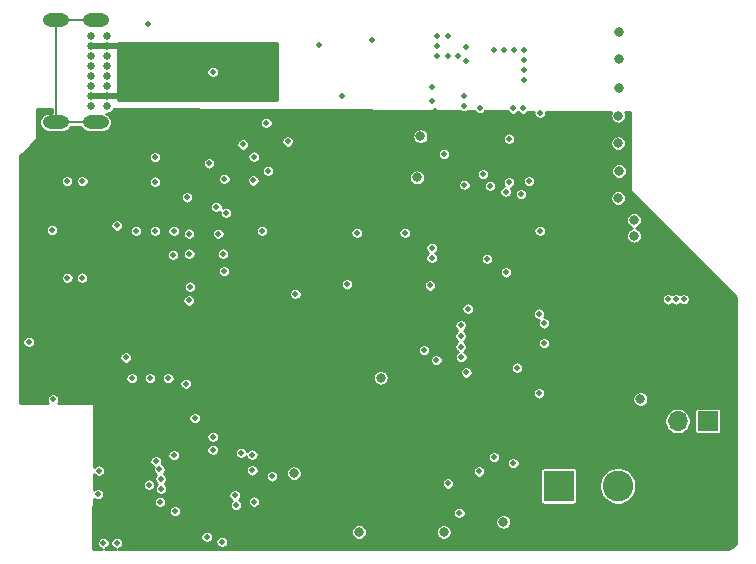
<source format=gbr>
G04 #@! TF.GenerationSoftware,KiCad,Pcbnew,(5.1.5-0-10_14)*
G04 #@! TF.CreationDate,2020-06-14T19:46:55-04:00*
G04 #@! TF.ProjectId,PD_PowerSupply,50445f50-6f77-4657-9253-7570706c792e,rev?*
G04 #@! TF.SameCoordinates,Original*
G04 #@! TF.FileFunction,Copper,L2,Inr*
G04 #@! TF.FilePolarity,Positive*
%FSLAX46Y46*%
G04 Gerber Fmt 4.6, Leading zero omitted, Abs format (unit mm)*
G04 Created by KiCad (PCBNEW (5.1.5-0-10_14)) date 2020-06-14 19:46:55*
%MOMM*%
%LPD*%
G04 APERTURE LIST*
%ADD10C,2.600000*%
%ADD11R,2.600000X2.600000*%
%ADD12O,2.216000X1.108000*%
%ADD13C,0.650000*%
%ADD14O,1.700000X1.700000*%
%ADD15R,1.700000X1.700000*%
%ADD16C,0.508000*%
%ADD17C,0.800000*%
%ADD18C,0.508000*%
%ADD19C,0.152400*%
%ADD20C,0.254000*%
G04 APERTURE END LIST*
D10*
X162888800Y-114234400D03*
D11*
X157888800Y-114234400D03*
D12*
X115305000Y-74805000D03*
X115305000Y-83455000D03*
X118685000Y-83455000D03*
X118685000Y-74805000D03*
D13*
X118315000Y-76155000D03*
X118315000Y-77005000D03*
X118315000Y-77855000D03*
X118315000Y-78705000D03*
X118315000Y-79555000D03*
X118315000Y-80405000D03*
X118315000Y-81255000D03*
X118315000Y-82105000D03*
X119665000Y-82105000D03*
X119665000Y-81255000D03*
X119665000Y-80405000D03*
X119665000Y-79555000D03*
X119665000Y-78705000D03*
X119665000Y-77855000D03*
X119665000Y-77005000D03*
X119665000Y-76155000D03*
D14*
X167964000Y-108746400D03*
D15*
X170504000Y-108746400D03*
D16*
X129559200Y-96046400D03*
X126612800Y-94573200D03*
X131946800Y-111591200D03*
X131946800Y-112912000D03*
X125292000Y-111642000D03*
X129457600Y-94573200D03*
X130981600Y-111438800D03*
X152381200Y-77301200D03*
X149650800Y-103322000D03*
X150034000Y-78278400D03*
X150034000Y-77059200D03*
X147134000Y-81678400D03*
X147134000Y-80459200D03*
X124834800Y-105114200D03*
X123285400Y-105114200D03*
X121736000Y-105114200D03*
X119348400Y-119058800D03*
X128086000Y-118550800D03*
X125393600Y-116366400D03*
X153435200Y-96148000D03*
X156635600Y-102142400D03*
X152419200Y-111794400D03*
D17*
X164814400Y-106866800D03*
X162934800Y-89848800D03*
X162985600Y-87562800D03*
X162934800Y-85226000D03*
X162934800Y-82889200D03*
X162985600Y-80552400D03*
X162985600Y-78114000D03*
D16*
X139973200Y-97164000D03*
X149879200Y-81212800D03*
X149879200Y-82076400D03*
X151188800Y-82234400D03*
X148488800Y-76134400D03*
X147593200Y-76996400D03*
X147593200Y-76183600D03*
X147593200Y-77860000D03*
X148507600Y-77809200D03*
X149371200Y-77809200D03*
D17*
X153211200Y-117267600D03*
X135466400Y-113162400D03*
X140989200Y-118144400D03*
X148152000Y-118144400D03*
D16*
X135604400Y-97976800D03*
X146983600Y-97265600D03*
X147136000Y-94928800D03*
X147136000Y-94065200D03*
X168461200Y-98435600D03*
X167800800Y-98435600D03*
X167140400Y-98435600D03*
X115081200Y-106917600D03*
X120466000Y-92185600D03*
X142106800Y-76488400D03*
X134940800Y-85073600D03*
X133140800Y-83498800D03*
X123107600Y-75116800D03*
X132759600Y-92642800D03*
X122091600Y-92642800D03*
X123717200Y-92642800D03*
X125292000Y-92642800D03*
X129588800Y-88234400D03*
X128288800Y-86934400D03*
X115005000Y-92566600D03*
X113023800Y-102040800D03*
D17*
X142818000Y-105066400D03*
D16*
X154959200Y-79841200D03*
X154959200Y-78994532D03*
X154959200Y-78147866D03*
X153240533Y-77301200D03*
X154099866Y-77301200D03*
X154959200Y-77301200D03*
X154044800Y-82279600D03*
X154888800Y-82279600D03*
D17*
X162985600Y-75777200D03*
D16*
X156229200Y-99653200D03*
X150188800Y-99234400D03*
X149916000Y-88744000D03*
X127070000Y-108492400D03*
X124088800Y-112834400D03*
X120466000Y-119058800D03*
X118888800Y-114934400D03*
X118988800Y-112934400D03*
X154688800Y-89534400D03*
X151488800Y-87834400D03*
D17*
X146188800Y-84634400D03*
D16*
X156288800Y-82634400D03*
X156235514Y-106388924D03*
X137636400Y-76894800D03*
X139516000Y-81212800D03*
X125241200Y-94674800D03*
X126409600Y-89798000D03*
D17*
X131794400Y-105292000D03*
X131794400Y-99399200D03*
D16*
X128797200Y-113369200D03*
X115081200Y-99551600D03*
X132886700Y-97164000D03*
X129305200Y-117228000D03*
D17*
X142818000Y-102266400D03*
D16*
X155081199Y-96148000D03*
X151281201Y-97743199D03*
X120034200Y-107095400D03*
X154688800Y-87834400D03*
X152788800Y-87834400D03*
X151488800Y-89534400D03*
X150057559Y-85303159D03*
X147388800Y-82534400D03*
X156088800Y-98734400D03*
D17*
X133166000Y-77606000D03*
X133166000Y-78622000D03*
X133166000Y-79638000D03*
X132150000Y-77606000D03*
X132150000Y-78622000D03*
X132150000Y-79638000D03*
X132150000Y-80654000D03*
X123412400Y-79434800D03*
X145901600Y-88121600D03*
X133166000Y-80654000D03*
D16*
X132068400Y-86363600D03*
X128594000Y-79180800D03*
X128898800Y-90610800D03*
X133267600Y-87562800D03*
X129715600Y-91114800D03*
X148507600Y-114029600D03*
X149472800Y-116518800D03*
X123209200Y-114131198D03*
X132048400Y-88375600D03*
X126562000Y-98535600D03*
X131134000Y-85327600D03*
X126663600Y-97367200D03*
X153688800Y-88534400D03*
X153688800Y-84834400D03*
X126587400Y-92871400D03*
X129076600Y-92871400D03*
X154349600Y-104225200D03*
X156635600Y-100466000D03*
D17*
X164255600Y-93049200D03*
X164255600Y-91728400D03*
D16*
X154044800Y-112302400D03*
X123768000Y-112150000D03*
X121228000Y-103361600D03*
X124150000Y-115578000D03*
X150082400Y-104631600D03*
X130458000Y-115030000D03*
X149588802Y-101534394D03*
X147538797Y-103584397D03*
X146488800Y-102734408D03*
X124225200Y-114486800D03*
X149588802Y-100634400D03*
X132105801Y-115560201D03*
X149588802Y-102434400D03*
X140786000Y-92795200D03*
X144850000Y-92795200D03*
X133623200Y-113420000D03*
X126308000Y-105571400D03*
X123717200Y-88477200D03*
X123717200Y-86394400D03*
X128594000Y-110067200D03*
X117519600Y-96605200D03*
X128594000Y-111184800D03*
X116300400Y-96605200D03*
X116249600Y-88426400D03*
X117570400Y-88426400D03*
X155388800Y-88434400D03*
X153388800Y-89334400D03*
X156288800Y-92634400D03*
X151149200Y-113013600D03*
X129356001Y-118957199D03*
X151809600Y-95013600D03*
X130575200Y-115858400D03*
X152088800Y-88834400D03*
X148188800Y-86134400D03*
X124188800Y-113634400D03*
D18*
X118315000Y-77005000D02*
X120881000Y-77005000D01*
X118315000Y-81255000D02*
X120881000Y-81255000D01*
D19*
X118685000Y-74805000D02*
X115305000Y-74805000D01*
X115305000Y-83455000D02*
X118685000Y-83455000D01*
X115305000Y-83455000D02*
X115305000Y-74805000D01*
D20*
X118315000Y-79555000D02*
X118429962Y-79555000D01*
G36*
X114951800Y-82295167D02*
G01*
X114951800Y-82624000D01*
X114710185Y-82624000D01*
X114588096Y-82636025D01*
X114431452Y-82683542D01*
X114287088Y-82760706D01*
X114160552Y-82864552D01*
X114056706Y-82991088D01*
X113979542Y-83135452D01*
X113932025Y-83292096D01*
X113915980Y-83455000D01*
X113932025Y-83617904D01*
X113979542Y-83774548D01*
X114056706Y-83918912D01*
X114160552Y-84045448D01*
X114287088Y-84149294D01*
X114431452Y-84226458D01*
X114588096Y-84273975D01*
X114710185Y-84286000D01*
X115899815Y-84286000D01*
X116021904Y-84273975D01*
X116178548Y-84226458D01*
X116322912Y-84149294D01*
X116449448Y-84045448D01*
X116553294Y-83918912D01*
X116612471Y-83808200D01*
X117377529Y-83808200D01*
X117436706Y-83918912D01*
X117540552Y-84045448D01*
X117667088Y-84149294D01*
X117811452Y-84226458D01*
X117968096Y-84273975D01*
X118090185Y-84286000D01*
X119279815Y-84286000D01*
X119401904Y-84273975D01*
X119558548Y-84226458D01*
X119702912Y-84149294D01*
X119829448Y-84045448D01*
X119933294Y-83918912D01*
X120010458Y-83774548D01*
X120057975Y-83617904D01*
X120074020Y-83455000D01*
X120073183Y-83446501D01*
X132609800Y-83446501D01*
X132609800Y-83551099D01*
X132630206Y-83653687D01*
X132670234Y-83750323D01*
X132728346Y-83837293D01*
X132802307Y-83911254D01*
X132889277Y-83969366D01*
X132985913Y-84009394D01*
X133088501Y-84029800D01*
X133193099Y-84029800D01*
X133295687Y-84009394D01*
X133392323Y-83969366D01*
X133479293Y-83911254D01*
X133553254Y-83837293D01*
X133611366Y-83750323D01*
X133651394Y-83653687D01*
X133671800Y-83551099D01*
X133671800Y-83446501D01*
X133651394Y-83343913D01*
X133611366Y-83247277D01*
X133553254Y-83160307D01*
X133479293Y-83086346D01*
X133392323Y-83028234D01*
X133295687Y-82988206D01*
X133193099Y-82967800D01*
X133088501Y-82967800D01*
X132985913Y-82988206D01*
X132889277Y-83028234D01*
X132802307Y-83086346D01*
X132728346Y-83160307D01*
X132670234Y-83247277D01*
X132630206Y-83343913D01*
X132609800Y-83446501D01*
X120073183Y-83446501D01*
X120057975Y-83292096D01*
X120010458Y-83135452D01*
X119933294Y-82991088D01*
X119829448Y-82864552D01*
X119702912Y-82760706D01*
X119600495Y-82705963D01*
X119605708Y-82707000D01*
X119724292Y-82707000D01*
X119840597Y-82683866D01*
X119950154Y-82638486D01*
X120048753Y-82572604D01*
X120132604Y-82488753D01*
X120198486Y-82390154D01*
X120224741Y-82326769D01*
X149561266Y-82502591D01*
X149627677Y-82546966D01*
X149724313Y-82586994D01*
X149826901Y-82607400D01*
X149931499Y-82607400D01*
X150034087Y-82586994D01*
X150130723Y-82546966D01*
X150191481Y-82506368D01*
X150734068Y-82509620D01*
X150776346Y-82572893D01*
X150850307Y-82646854D01*
X150937277Y-82704966D01*
X151033913Y-82744994D01*
X151136501Y-82765400D01*
X151241099Y-82765400D01*
X151343687Y-82744994D01*
X151440323Y-82704966D01*
X151527293Y-82646854D01*
X151601254Y-82572893D01*
X151639904Y-82515049D01*
X153572373Y-82526631D01*
X153574234Y-82531123D01*
X153632346Y-82618093D01*
X153706307Y-82692054D01*
X153793277Y-82750166D01*
X153889913Y-82790194D01*
X153992501Y-82810600D01*
X154097099Y-82810600D01*
X154199687Y-82790194D01*
X154296323Y-82750166D01*
X154383293Y-82692054D01*
X154457254Y-82618093D01*
X154466800Y-82603807D01*
X154476346Y-82618093D01*
X154550307Y-82692054D01*
X154637277Y-82750166D01*
X154733913Y-82790194D01*
X154836501Y-82810600D01*
X154941099Y-82810600D01*
X155043687Y-82790194D01*
X155140323Y-82750166D01*
X155227293Y-82692054D01*
X155301254Y-82618093D01*
X155355228Y-82537316D01*
X155766218Y-82539779D01*
X155757800Y-82582101D01*
X155757800Y-82686699D01*
X155778206Y-82789287D01*
X155818234Y-82885923D01*
X155876346Y-82972893D01*
X155950307Y-83046854D01*
X156037277Y-83104966D01*
X156133913Y-83144994D01*
X156236501Y-83165400D01*
X156341099Y-83165400D01*
X156443687Y-83144994D01*
X156540323Y-83104966D01*
X156627293Y-83046854D01*
X156701254Y-82972893D01*
X156759366Y-82885923D01*
X156799394Y-82789287D01*
X156819800Y-82686699D01*
X156819800Y-82582101D01*
X156812629Y-82546051D01*
X162330459Y-82579121D01*
X162283816Y-82691726D01*
X162257800Y-82822521D01*
X162257800Y-82955879D01*
X162283816Y-83086674D01*
X162334850Y-83209880D01*
X162408940Y-83320763D01*
X162503237Y-83415060D01*
X162614120Y-83489150D01*
X162737326Y-83540184D01*
X162868121Y-83566200D01*
X163001479Y-83566200D01*
X163132274Y-83540184D01*
X163255480Y-83489150D01*
X163366363Y-83415060D01*
X163460660Y-83320763D01*
X163534750Y-83209880D01*
X163585784Y-83086674D01*
X163611800Y-82955879D01*
X163611800Y-82822521D01*
X163585784Y-82691726D01*
X163542149Y-82586383D01*
X163936801Y-82588748D01*
X163936801Y-89227101D01*
X163936066Y-89234736D01*
X163937580Y-89249766D01*
X163939001Y-89264197D01*
X163939049Y-89264354D01*
X163939066Y-89264527D01*
X163943471Y-89278933D01*
X163947692Y-89292849D01*
X163947771Y-89292997D01*
X163947821Y-89293160D01*
X163954754Y-89306062D01*
X163961806Y-89319255D01*
X163961916Y-89319389D01*
X163961994Y-89319534D01*
X163971399Y-89330943D01*
X163980801Y-89342400D01*
X163986724Y-89347261D01*
X172775519Y-98097381D01*
X172779626Y-98100736D01*
X172840553Y-98153447D01*
X172882220Y-98206901D01*
X172912709Y-98267427D01*
X172931089Y-98333546D01*
X172936800Y-98399241D01*
X172936801Y-118726952D01*
X172919934Y-118898969D01*
X172872140Y-119057271D01*
X172794510Y-119203273D01*
X172690000Y-119331415D01*
X172562588Y-119436819D01*
X172417128Y-119515469D01*
X172259169Y-119564366D01*
X172087589Y-119582400D01*
X120555501Y-119582400D01*
X120620887Y-119569394D01*
X120717523Y-119529366D01*
X120804493Y-119471254D01*
X120878454Y-119397293D01*
X120936566Y-119310323D01*
X120976594Y-119213687D01*
X120997000Y-119111099D01*
X120997000Y-119006501D01*
X120976594Y-118903913D01*
X120936566Y-118807277D01*
X120878454Y-118720307D01*
X120804493Y-118646346D01*
X120717523Y-118588234D01*
X120620887Y-118548206D01*
X120518299Y-118527800D01*
X120413701Y-118527800D01*
X120311113Y-118548206D01*
X120214477Y-118588234D01*
X120127507Y-118646346D01*
X120053546Y-118720307D01*
X119995434Y-118807277D01*
X119955406Y-118903913D01*
X119935000Y-119006501D01*
X119935000Y-119111099D01*
X119955406Y-119213687D01*
X119995434Y-119310323D01*
X120053546Y-119397293D01*
X120127507Y-119471254D01*
X120214477Y-119529366D01*
X120311113Y-119569394D01*
X120376499Y-119582400D01*
X119437901Y-119582400D01*
X119503287Y-119569394D01*
X119599923Y-119529366D01*
X119686893Y-119471254D01*
X119760854Y-119397293D01*
X119818966Y-119310323D01*
X119858994Y-119213687D01*
X119879400Y-119111099D01*
X119879400Y-119006501D01*
X119858994Y-118903913D01*
X119818966Y-118807277D01*
X119760854Y-118720307D01*
X119686893Y-118646346D01*
X119599923Y-118588234D01*
X119503287Y-118548206D01*
X119400699Y-118527800D01*
X119296101Y-118527800D01*
X119193513Y-118548206D01*
X119096877Y-118588234D01*
X119009907Y-118646346D01*
X118935946Y-118720307D01*
X118877834Y-118807277D01*
X118837806Y-118903913D01*
X118817400Y-119006501D01*
X118817400Y-119111099D01*
X118837806Y-119213687D01*
X118877834Y-119310323D01*
X118935946Y-119397293D01*
X119009907Y-119471254D01*
X119096877Y-119529366D01*
X119193513Y-119569394D01*
X119258899Y-119582400D01*
X118478048Y-119582400D01*
X118485845Y-118498501D01*
X127555000Y-118498501D01*
X127555000Y-118603099D01*
X127575406Y-118705687D01*
X127615434Y-118802323D01*
X127673546Y-118889293D01*
X127747507Y-118963254D01*
X127834477Y-119021366D01*
X127931113Y-119061394D01*
X128033701Y-119081800D01*
X128138299Y-119081800D01*
X128240887Y-119061394D01*
X128337523Y-119021366D01*
X128424493Y-118963254D01*
X128482847Y-118904900D01*
X128825001Y-118904900D01*
X128825001Y-119009498D01*
X128845407Y-119112086D01*
X128885435Y-119208722D01*
X128943547Y-119295692D01*
X129017508Y-119369653D01*
X129104478Y-119427765D01*
X129201114Y-119467793D01*
X129303702Y-119488199D01*
X129408300Y-119488199D01*
X129510888Y-119467793D01*
X129607524Y-119427765D01*
X129694494Y-119369653D01*
X129768455Y-119295692D01*
X129826567Y-119208722D01*
X129866595Y-119112086D01*
X129887001Y-119009498D01*
X129887001Y-118904900D01*
X129866595Y-118802312D01*
X129826567Y-118705676D01*
X129768455Y-118618706D01*
X129694494Y-118544745D01*
X129607524Y-118486633D01*
X129510888Y-118446605D01*
X129408300Y-118426199D01*
X129303702Y-118426199D01*
X129201114Y-118446605D01*
X129104478Y-118486633D01*
X129017508Y-118544745D01*
X128943547Y-118618706D01*
X128885435Y-118705676D01*
X128845407Y-118802312D01*
X128825001Y-118904900D01*
X128482847Y-118904900D01*
X128498454Y-118889293D01*
X128556566Y-118802323D01*
X128596594Y-118705687D01*
X128617000Y-118603099D01*
X128617000Y-118498501D01*
X128596594Y-118395913D01*
X128556566Y-118299277D01*
X128498454Y-118212307D01*
X128424493Y-118138346D01*
X128337523Y-118080234D01*
X128331457Y-118077721D01*
X140312200Y-118077721D01*
X140312200Y-118211079D01*
X140338216Y-118341874D01*
X140389250Y-118465080D01*
X140463340Y-118575963D01*
X140557637Y-118670260D01*
X140668520Y-118744350D01*
X140791726Y-118795384D01*
X140922521Y-118821400D01*
X141055879Y-118821400D01*
X141186674Y-118795384D01*
X141309880Y-118744350D01*
X141420763Y-118670260D01*
X141515060Y-118575963D01*
X141589150Y-118465080D01*
X141640184Y-118341874D01*
X141666200Y-118211079D01*
X141666200Y-118077721D01*
X147475000Y-118077721D01*
X147475000Y-118211079D01*
X147501016Y-118341874D01*
X147552050Y-118465080D01*
X147626140Y-118575963D01*
X147720437Y-118670260D01*
X147831320Y-118744350D01*
X147954526Y-118795384D01*
X148085321Y-118821400D01*
X148218679Y-118821400D01*
X148349474Y-118795384D01*
X148472680Y-118744350D01*
X148583563Y-118670260D01*
X148677860Y-118575963D01*
X148751950Y-118465080D01*
X148802984Y-118341874D01*
X148829000Y-118211079D01*
X148829000Y-118077721D01*
X148802984Y-117946926D01*
X148751950Y-117823720D01*
X148677860Y-117712837D01*
X148583563Y-117618540D01*
X148472680Y-117544450D01*
X148349474Y-117493416D01*
X148218679Y-117467400D01*
X148085321Y-117467400D01*
X147954526Y-117493416D01*
X147831320Y-117544450D01*
X147720437Y-117618540D01*
X147626140Y-117712837D01*
X147552050Y-117823720D01*
X147501016Y-117946926D01*
X147475000Y-118077721D01*
X141666200Y-118077721D01*
X141640184Y-117946926D01*
X141589150Y-117823720D01*
X141515060Y-117712837D01*
X141420763Y-117618540D01*
X141309880Y-117544450D01*
X141186674Y-117493416D01*
X141055879Y-117467400D01*
X140922521Y-117467400D01*
X140791726Y-117493416D01*
X140668520Y-117544450D01*
X140557637Y-117618540D01*
X140463340Y-117712837D01*
X140389250Y-117823720D01*
X140338216Y-117946926D01*
X140312200Y-118077721D01*
X128331457Y-118077721D01*
X128240887Y-118040206D01*
X128138299Y-118019800D01*
X128033701Y-118019800D01*
X127931113Y-118040206D01*
X127834477Y-118080234D01*
X127747507Y-118138346D01*
X127673546Y-118212307D01*
X127615434Y-118299277D01*
X127575406Y-118395913D01*
X127555000Y-118498501D01*
X118485845Y-118498501D01*
X118495180Y-117200921D01*
X152534200Y-117200921D01*
X152534200Y-117334279D01*
X152560216Y-117465074D01*
X152611250Y-117588280D01*
X152685340Y-117699163D01*
X152779637Y-117793460D01*
X152890520Y-117867550D01*
X153013726Y-117918584D01*
X153144521Y-117944600D01*
X153277879Y-117944600D01*
X153408674Y-117918584D01*
X153531880Y-117867550D01*
X153642763Y-117793460D01*
X153737060Y-117699163D01*
X153811150Y-117588280D01*
X153862184Y-117465074D01*
X153888200Y-117334279D01*
X153888200Y-117200921D01*
X153862184Y-117070126D01*
X153811150Y-116946920D01*
X153737060Y-116836037D01*
X153642763Y-116741740D01*
X153531880Y-116667650D01*
X153408674Y-116616616D01*
X153277879Y-116590600D01*
X153144521Y-116590600D01*
X153013726Y-116616616D01*
X152890520Y-116667650D01*
X152779637Y-116741740D01*
X152685340Y-116836037D01*
X152611250Y-116946920D01*
X152560216Y-117070126D01*
X152534200Y-117200921D01*
X118495180Y-117200921D01*
X118501560Y-116314101D01*
X124862600Y-116314101D01*
X124862600Y-116418699D01*
X124883006Y-116521287D01*
X124923034Y-116617923D01*
X124981146Y-116704893D01*
X125055107Y-116778854D01*
X125142077Y-116836966D01*
X125238713Y-116876994D01*
X125341301Y-116897400D01*
X125445899Y-116897400D01*
X125548487Y-116876994D01*
X125645123Y-116836966D01*
X125732093Y-116778854D01*
X125806054Y-116704893D01*
X125864166Y-116617923D01*
X125904194Y-116521287D01*
X125915091Y-116466501D01*
X148941800Y-116466501D01*
X148941800Y-116571099D01*
X148962206Y-116673687D01*
X149002234Y-116770323D01*
X149060346Y-116857293D01*
X149134307Y-116931254D01*
X149221277Y-116989366D01*
X149317913Y-117029394D01*
X149420501Y-117049800D01*
X149525099Y-117049800D01*
X149627687Y-117029394D01*
X149724323Y-116989366D01*
X149811293Y-116931254D01*
X149885254Y-116857293D01*
X149943366Y-116770323D01*
X149983394Y-116673687D01*
X150003800Y-116571099D01*
X150003800Y-116466501D01*
X149983394Y-116363913D01*
X149943366Y-116267277D01*
X149885254Y-116180307D01*
X149811293Y-116106346D01*
X149724323Y-116048234D01*
X149627687Y-116008206D01*
X149525099Y-115987800D01*
X149420501Y-115987800D01*
X149317913Y-116008206D01*
X149221277Y-116048234D01*
X149134307Y-116106346D01*
X149060346Y-116180307D01*
X149002234Y-116267277D01*
X148962206Y-116363913D01*
X148941800Y-116466501D01*
X125915091Y-116466501D01*
X125924600Y-116418699D01*
X125924600Y-116314101D01*
X125904194Y-116211513D01*
X125864166Y-116114877D01*
X125806054Y-116027907D01*
X125732093Y-115953946D01*
X125645123Y-115895834D01*
X125548487Y-115855806D01*
X125445899Y-115835400D01*
X125341301Y-115835400D01*
X125238713Y-115855806D01*
X125142077Y-115895834D01*
X125055107Y-115953946D01*
X124981146Y-116027907D01*
X124923034Y-116114877D01*
X124883006Y-116211513D01*
X124862600Y-116314101D01*
X118501560Y-116314101D01*
X118507232Y-115525701D01*
X123619000Y-115525701D01*
X123619000Y-115630299D01*
X123639406Y-115732887D01*
X123679434Y-115829523D01*
X123737546Y-115916493D01*
X123811507Y-115990454D01*
X123898477Y-116048566D01*
X123995113Y-116088594D01*
X124097701Y-116109000D01*
X124202299Y-116109000D01*
X124304887Y-116088594D01*
X124401523Y-116048566D01*
X124488493Y-115990454D01*
X124562454Y-115916493D01*
X124620566Y-115829523D01*
X124660594Y-115732887D01*
X124681000Y-115630299D01*
X124681000Y-115525701D01*
X124660594Y-115423113D01*
X124620566Y-115326477D01*
X124562454Y-115239507D01*
X124488493Y-115165546D01*
X124401523Y-115107434D01*
X124304887Y-115067406D01*
X124202299Y-115047000D01*
X124097701Y-115047000D01*
X123995113Y-115067406D01*
X123898477Y-115107434D01*
X123811507Y-115165546D01*
X123737546Y-115239507D01*
X123679434Y-115326477D01*
X123639406Y-115423113D01*
X123619000Y-115525701D01*
X118507232Y-115525701D01*
X118508818Y-115305365D01*
X118550307Y-115346854D01*
X118637277Y-115404966D01*
X118733913Y-115444994D01*
X118836501Y-115465400D01*
X118941099Y-115465400D01*
X119043687Y-115444994D01*
X119140323Y-115404966D01*
X119227293Y-115346854D01*
X119301254Y-115272893D01*
X119359366Y-115185923D01*
X119399394Y-115089287D01*
X119419800Y-114986699D01*
X119419800Y-114882101D01*
X119399394Y-114779513D01*
X119359366Y-114682877D01*
X119301254Y-114595907D01*
X119227293Y-114521946D01*
X119140323Y-114463834D01*
X119043687Y-114423806D01*
X118941099Y-114403400D01*
X118836501Y-114403400D01*
X118733913Y-114423806D01*
X118637277Y-114463834D01*
X118550307Y-114521946D01*
X118514195Y-114558058D01*
X118517642Y-114078899D01*
X122678200Y-114078899D01*
X122678200Y-114183497D01*
X122698606Y-114286085D01*
X122738634Y-114382721D01*
X122796746Y-114469691D01*
X122870707Y-114543652D01*
X122957677Y-114601764D01*
X123054313Y-114641792D01*
X123156901Y-114662198D01*
X123261499Y-114662198D01*
X123364087Y-114641792D01*
X123460723Y-114601764D01*
X123547693Y-114543652D01*
X123621654Y-114469691D01*
X123679766Y-114382721D01*
X123719794Y-114286085D01*
X123740200Y-114183497D01*
X123740200Y-114078899D01*
X123719794Y-113976311D01*
X123679766Y-113879675D01*
X123621654Y-113792705D01*
X123547693Y-113718744D01*
X123460723Y-113660632D01*
X123364087Y-113620604D01*
X123261499Y-113600198D01*
X123156901Y-113600198D01*
X123054313Y-113620604D01*
X122957677Y-113660632D01*
X122870707Y-113718744D01*
X122796746Y-113792705D01*
X122738634Y-113879675D01*
X122698606Y-113976311D01*
X122678200Y-114078899D01*
X118517642Y-114078899D01*
X118524004Y-113194558D01*
X118576346Y-113272893D01*
X118650307Y-113346854D01*
X118737277Y-113404966D01*
X118833913Y-113444994D01*
X118936501Y-113465400D01*
X119041099Y-113465400D01*
X119143687Y-113444994D01*
X119240323Y-113404966D01*
X119327293Y-113346854D01*
X119401254Y-113272893D01*
X119459366Y-113185923D01*
X119499394Y-113089287D01*
X119519800Y-112986699D01*
X119519800Y-112882101D01*
X119499394Y-112779513D01*
X119459366Y-112682877D01*
X119401254Y-112595907D01*
X119327293Y-112521946D01*
X119240323Y-112463834D01*
X119143687Y-112423806D01*
X119041099Y-112403400D01*
X118936501Y-112403400D01*
X118833913Y-112423806D01*
X118737277Y-112463834D01*
X118650307Y-112521946D01*
X118576346Y-112595907D01*
X118527788Y-112668579D01*
X118531895Y-112097701D01*
X123237000Y-112097701D01*
X123237000Y-112202299D01*
X123257406Y-112304887D01*
X123297434Y-112401523D01*
X123355546Y-112488493D01*
X123429507Y-112562454D01*
X123516477Y-112620566D01*
X123590007Y-112651023D01*
X123578206Y-112679513D01*
X123557800Y-112782101D01*
X123557800Y-112886699D01*
X123578206Y-112989287D01*
X123618234Y-113085923D01*
X123676346Y-113172893D01*
X123750307Y-113246854D01*
X123795321Y-113276932D01*
X123776346Y-113295907D01*
X123718234Y-113382877D01*
X123678206Y-113479513D01*
X123657800Y-113582101D01*
X123657800Y-113686699D01*
X123678206Y-113789287D01*
X123718234Y-113885923D01*
X123776346Y-113972893D01*
X123850307Y-114046854D01*
X123889079Y-114072761D01*
X123886707Y-114074346D01*
X123812746Y-114148307D01*
X123754634Y-114235277D01*
X123714606Y-114331913D01*
X123694200Y-114434501D01*
X123694200Y-114539099D01*
X123714606Y-114641687D01*
X123754634Y-114738323D01*
X123812746Y-114825293D01*
X123886707Y-114899254D01*
X123973677Y-114957366D01*
X124070313Y-114997394D01*
X124172901Y-115017800D01*
X124277499Y-115017800D01*
X124380087Y-114997394D01*
X124427630Y-114977701D01*
X129927000Y-114977701D01*
X129927000Y-115082299D01*
X129947406Y-115184887D01*
X129987434Y-115281523D01*
X130045546Y-115368493D01*
X130119507Y-115442454D01*
X130191856Y-115490797D01*
X130162746Y-115519907D01*
X130104634Y-115606877D01*
X130064606Y-115703513D01*
X130044200Y-115806101D01*
X130044200Y-115910699D01*
X130064606Y-116013287D01*
X130104634Y-116109923D01*
X130162746Y-116196893D01*
X130236707Y-116270854D01*
X130323677Y-116328966D01*
X130420313Y-116368994D01*
X130522901Y-116389400D01*
X130627499Y-116389400D01*
X130730087Y-116368994D01*
X130826723Y-116328966D01*
X130913693Y-116270854D01*
X130987654Y-116196893D01*
X131045766Y-116109923D01*
X131085794Y-116013287D01*
X131106200Y-115910699D01*
X131106200Y-115806101D01*
X131085794Y-115703513D01*
X131045766Y-115606877D01*
X130987654Y-115519907D01*
X130975649Y-115507902D01*
X131574801Y-115507902D01*
X131574801Y-115612500D01*
X131595207Y-115715088D01*
X131635235Y-115811724D01*
X131693347Y-115898694D01*
X131767308Y-115972655D01*
X131854278Y-116030767D01*
X131950914Y-116070795D01*
X132053502Y-116091201D01*
X132158100Y-116091201D01*
X132260688Y-116070795D01*
X132357324Y-116030767D01*
X132444294Y-115972655D01*
X132518255Y-115898694D01*
X132576367Y-115811724D01*
X132616395Y-115715088D01*
X132636801Y-115612500D01*
X132636801Y-115507902D01*
X132616395Y-115405314D01*
X132576367Y-115308678D01*
X132518255Y-115221708D01*
X132444294Y-115147747D01*
X132357324Y-115089635D01*
X132260688Y-115049607D01*
X132158100Y-115029201D01*
X132053502Y-115029201D01*
X131950914Y-115049607D01*
X131854278Y-115089635D01*
X131767308Y-115147747D01*
X131693347Y-115221708D01*
X131635235Y-115308678D01*
X131595207Y-115405314D01*
X131574801Y-115507902D01*
X130975649Y-115507902D01*
X130913693Y-115445946D01*
X130841344Y-115397603D01*
X130870454Y-115368493D01*
X130928566Y-115281523D01*
X130968594Y-115184887D01*
X130989000Y-115082299D01*
X130989000Y-114977701D01*
X130968594Y-114875113D01*
X130928566Y-114778477D01*
X130870454Y-114691507D01*
X130796493Y-114617546D01*
X130709523Y-114559434D01*
X130612887Y-114519406D01*
X130510299Y-114499000D01*
X130405701Y-114499000D01*
X130303113Y-114519406D01*
X130206477Y-114559434D01*
X130119507Y-114617546D01*
X130045546Y-114691507D01*
X129987434Y-114778477D01*
X129947406Y-114875113D01*
X129927000Y-114977701D01*
X124427630Y-114977701D01*
X124476723Y-114957366D01*
X124563693Y-114899254D01*
X124637654Y-114825293D01*
X124695766Y-114738323D01*
X124735794Y-114641687D01*
X124756200Y-114539099D01*
X124756200Y-114434501D01*
X124735794Y-114331913D01*
X124695766Y-114235277D01*
X124637654Y-114148307D01*
X124563693Y-114074346D01*
X124524921Y-114048439D01*
X124527293Y-114046854D01*
X124596846Y-113977301D01*
X147976600Y-113977301D01*
X147976600Y-114081899D01*
X147997006Y-114184487D01*
X148037034Y-114281123D01*
X148095146Y-114368093D01*
X148169107Y-114442054D01*
X148256077Y-114500166D01*
X148352713Y-114540194D01*
X148455301Y-114560600D01*
X148559899Y-114560600D01*
X148662487Y-114540194D01*
X148759123Y-114500166D01*
X148846093Y-114442054D01*
X148920054Y-114368093D01*
X148978166Y-114281123D01*
X149018194Y-114184487D01*
X149038600Y-114081899D01*
X149038600Y-113977301D01*
X149018194Y-113874713D01*
X148978166Y-113778077D01*
X148920054Y-113691107D01*
X148846093Y-113617146D01*
X148759123Y-113559034D01*
X148662487Y-113519006D01*
X148559899Y-113498600D01*
X148455301Y-113498600D01*
X148352713Y-113519006D01*
X148256077Y-113559034D01*
X148169107Y-113617146D01*
X148095146Y-113691107D01*
X148037034Y-113778077D01*
X147997006Y-113874713D01*
X147976600Y-113977301D01*
X124596846Y-113977301D01*
X124601254Y-113972893D01*
X124659366Y-113885923D01*
X124699394Y-113789287D01*
X124719800Y-113686699D01*
X124719800Y-113582101D01*
X124699394Y-113479513D01*
X124659366Y-113382877D01*
X124601254Y-113295907D01*
X124527293Y-113221946D01*
X124482279Y-113191868D01*
X124501254Y-113172893D01*
X124559366Y-113085923D01*
X124599394Y-112989287D01*
X124619800Y-112886699D01*
X124619800Y-112859701D01*
X131415800Y-112859701D01*
X131415800Y-112964299D01*
X131436206Y-113066887D01*
X131476234Y-113163523D01*
X131534346Y-113250493D01*
X131608307Y-113324454D01*
X131695277Y-113382566D01*
X131791913Y-113422594D01*
X131894501Y-113443000D01*
X131999099Y-113443000D01*
X132101687Y-113422594D01*
X132198323Y-113382566D01*
X132220569Y-113367701D01*
X133092200Y-113367701D01*
X133092200Y-113472299D01*
X133112606Y-113574887D01*
X133152634Y-113671523D01*
X133210746Y-113758493D01*
X133284707Y-113832454D01*
X133371677Y-113890566D01*
X133468313Y-113930594D01*
X133570901Y-113951000D01*
X133675499Y-113951000D01*
X133778087Y-113930594D01*
X133874723Y-113890566D01*
X133961693Y-113832454D01*
X134035654Y-113758493D01*
X134093766Y-113671523D01*
X134133794Y-113574887D01*
X134154200Y-113472299D01*
X134154200Y-113367701D01*
X134133794Y-113265113D01*
X134093766Y-113168477D01*
X134045152Y-113095721D01*
X134789400Y-113095721D01*
X134789400Y-113229079D01*
X134815416Y-113359874D01*
X134866450Y-113483080D01*
X134940540Y-113593963D01*
X135034837Y-113688260D01*
X135145720Y-113762350D01*
X135268926Y-113813384D01*
X135399721Y-113839400D01*
X135533079Y-113839400D01*
X135663874Y-113813384D01*
X135787080Y-113762350D01*
X135897963Y-113688260D01*
X135992260Y-113593963D01*
X136066350Y-113483080D01*
X136117384Y-113359874D01*
X136143400Y-113229079D01*
X136143400Y-113095721D01*
X136117384Y-112964926D01*
X136115883Y-112961301D01*
X150618200Y-112961301D01*
X150618200Y-113065899D01*
X150638606Y-113168487D01*
X150678634Y-113265123D01*
X150736746Y-113352093D01*
X150810707Y-113426054D01*
X150897677Y-113484166D01*
X150994313Y-113524194D01*
X151096901Y-113544600D01*
X151201499Y-113544600D01*
X151304087Y-113524194D01*
X151400723Y-113484166D01*
X151487693Y-113426054D01*
X151561654Y-113352093D01*
X151619766Y-113265123D01*
X151659794Y-113168487D01*
X151680200Y-113065899D01*
X151680200Y-112961301D01*
X151674850Y-112934400D01*
X156310460Y-112934400D01*
X156310460Y-115534400D01*
X156315808Y-115588701D01*
X156331647Y-115640916D01*
X156357369Y-115689037D01*
X156391984Y-115731216D01*
X156434163Y-115765831D01*
X156482284Y-115791553D01*
X156534499Y-115807392D01*
X156588800Y-115812740D01*
X159188800Y-115812740D01*
X159243101Y-115807392D01*
X159295316Y-115791553D01*
X159343437Y-115765831D01*
X159385616Y-115731216D01*
X159420231Y-115689037D01*
X159445953Y-115640916D01*
X159461792Y-115588701D01*
X159467140Y-115534400D01*
X159467140Y-114079079D01*
X161311800Y-114079079D01*
X161311800Y-114389721D01*
X161372404Y-114694394D01*
X161491281Y-114981389D01*
X161663864Y-115239679D01*
X161883521Y-115459336D01*
X162141811Y-115631919D01*
X162428806Y-115750796D01*
X162733479Y-115811400D01*
X163044121Y-115811400D01*
X163348794Y-115750796D01*
X163635789Y-115631919D01*
X163894079Y-115459336D01*
X164113736Y-115239679D01*
X164286319Y-114981389D01*
X164405196Y-114694394D01*
X164465800Y-114389721D01*
X164465800Y-114079079D01*
X164405196Y-113774406D01*
X164286319Y-113487411D01*
X164113736Y-113229121D01*
X163894079Y-113009464D01*
X163635789Y-112836881D01*
X163348794Y-112718004D01*
X163044121Y-112657400D01*
X162733479Y-112657400D01*
X162428806Y-112718004D01*
X162141811Y-112836881D01*
X161883521Y-113009464D01*
X161663864Y-113229121D01*
X161491281Y-113487411D01*
X161372404Y-113774406D01*
X161311800Y-114079079D01*
X159467140Y-114079079D01*
X159467140Y-112934400D01*
X159461792Y-112880099D01*
X159445953Y-112827884D01*
X159420231Y-112779763D01*
X159385616Y-112737584D01*
X159343437Y-112702969D01*
X159295316Y-112677247D01*
X159243101Y-112661408D01*
X159188800Y-112656060D01*
X156588800Y-112656060D01*
X156534499Y-112661408D01*
X156482284Y-112677247D01*
X156434163Y-112702969D01*
X156391984Y-112737584D01*
X156357369Y-112779763D01*
X156331647Y-112827884D01*
X156315808Y-112880099D01*
X156310460Y-112934400D01*
X151674850Y-112934400D01*
X151659794Y-112858713D01*
X151619766Y-112762077D01*
X151561654Y-112675107D01*
X151487693Y-112601146D01*
X151400723Y-112543034D01*
X151304087Y-112503006D01*
X151201499Y-112482600D01*
X151096901Y-112482600D01*
X150994313Y-112503006D01*
X150897677Y-112543034D01*
X150810707Y-112601146D01*
X150736746Y-112675107D01*
X150678634Y-112762077D01*
X150638606Y-112858713D01*
X150618200Y-112961301D01*
X136115883Y-112961301D01*
X136066350Y-112841720D01*
X135992260Y-112730837D01*
X135897963Y-112636540D01*
X135787080Y-112562450D01*
X135663874Y-112511416D01*
X135533079Y-112485400D01*
X135399721Y-112485400D01*
X135268926Y-112511416D01*
X135145720Y-112562450D01*
X135034837Y-112636540D01*
X134940540Y-112730837D01*
X134866450Y-112841720D01*
X134815416Y-112964926D01*
X134789400Y-113095721D01*
X134045152Y-113095721D01*
X134035654Y-113081507D01*
X133961693Y-113007546D01*
X133874723Y-112949434D01*
X133778087Y-112909406D01*
X133675499Y-112889000D01*
X133570901Y-112889000D01*
X133468313Y-112909406D01*
X133371677Y-112949434D01*
X133284707Y-113007546D01*
X133210746Y-113081507D01*
X133152634Y-113168477D01*
X133112606Y-113265113D01*
X133092200Y-113367701D01*
X132220569Y-113367701D01*
X132285293Y-113324454D01*
X132359254Y-113250493D01*
X132417366Y-113163523D01*
X132457394Y-113066887D01*
X132477800Y-112964299D01*
X132477800Y-112859701D01*
X132457394Y-112757113D01*
X132417366Y-112660477D01*
X132359254Y-112573507D01*
X132285293Y-112499546D01*
X132198323Y-112441434D01*
X132101687Y-112401406D01*
X131999099Y-112381000D01*
X131894501Y-112381000D01*
X131791913Y-112401406D01*
X131695277Y-112441434D01*
X131608307Y-112499546D01*
X131534346Y-112573507D01*
X131476234Y-112660477D01*
X131436206Y-112757113D01*
X131415800Y-112859701D01*
X124619800Y-112859701D01*
X124619800Y-112782101D01*
X124599394Y-112679513D01*
X124559366Y-112582877D01*
X124501254Y-112495907D01*
X124427293Y-112421946D01*
X124340323Y-112363834D01*
X124266793Y-112333377D01*
X124278594Y-112304887D01*
X124299000Y-112202299D01*
X124299000Y-112097701D01*
X124278594Y-111995113D01*
X124238566Y-111898477D01*
X124180454Y-111811507D01*
X124106493Y-111737546D01*
X124019523Y-111679434D01*
X123922887Y-111639406D01*
X123820299Y-111619000D01*
X123715701Y-111619000D01*
X123613113Y-111639406D01*
X123516477Y-111679434D01*
X123429507Y-111737546D01*
X123355546Y-111811507D01*
X123297434Y-111898477D01*
X123257406Y-111995113D01*
X123237000Y-112097701D01*
X118531895Y-112097701D01*
X118535549Y-111589701D01*
X124761000Y-111589701D01*
X124761000Y-111694299D01*
X124781406Y-111796887D01*
X124821434Y-111893523D01*
X124879546Y-111980493D01*
X124953507Y-112054454D01*
X125040477Y-112112566D01*
X125137113Y-112152594D01*
X125239701Y-112173000D01*
X125344299Y-112173000D01*
X125446887Y-112152594D01*
X125543523Y-112112566D01*
X125630493Y-112054454D01*
X125704454Y-111980493D01*
X125762566Y-111893523D01*
X125802594Y-111796887D01*
X125823000Y-111694299D01*
X125823000Y-111589701D01*
X125802594Y-111487113D01*
X125762566Y-111390477D01*
X125704454Y-111303507D01*
X125630493Y-111229546D01*
X125543523Y-111171434D01*
X125449531Y-111132501D01*
X128063000Y-111132501D01*
X128063000Y-111237099D01*
X128083406Y-111339687D01*
X128123434Y-111436323D01*
X128181546Y-111523293D01*
X128255507Y-111597254D01*
X128342477Y-111655366D01*
X128439113Y-111695394D01*
X128541701Y-111715800D01*
X128646299Y-111715800D01*
X128748887Y-111695394D01*
X128845523Y-111655366D01*
X128932493Y-111597254D01*
X129006454Y-111523293D01*
X129064566Y-111436323D01*
X129085202Y-111386501D01*
X130450600Y-111386501D01*
X130450600Y-111491099D01*
X130471006Y-111593687D01*
X130511034Y-111690323D01*
X130569146Y-111777293D01*
X130643107Y-111851254D01*
X130730077Y-111909366D01*
X130826713Y-111949394D01*
X130929301Y-111969800D01*
X131033899Y-111969800D01*
X131136487Y-111949394D01*
X131233123Y-111909366D01*
X131320093Y-111851254D01*
X131394054Y-111777293D01*
X131431320Y-111721522D01*
X131436206Y-111746087D01*
X131476234Y-111842723D01*
X131534346Y-111929693D01*
X131608307Y-112003654D01*
X131695277Y-112061766D01*
X131791913Y-112101794D01*
X131894501Y-112122200D01*
X131999099Y-112122200D01*
X132101687Y-112101794D01*
X132198323Y-112061766D01*
X132285293Y-112003654D01*
X132359254Y-111929693D01*
X132417366Y-111842723D01*
X132457394Y-111746087D01*
X132458186Y-111742101D01*
X151888200Y-111742101D01*
X151888200Y-111846699D01*
X151908606Y-111949287D01*
X151948634Y-112045923D01*
X152006746Y-112132893D01*
X152080707Y-112206854D01*
X152167677Y-112264966D01*
X152264313Y-112304994D01*
X152366901Y-112325400D01*
X152471499Y-112325400D01*
X152574087Y-112304994D01*
X152670723Y-112264966D01*
X152692969Y-112250101D01*
X153513800Y-112250101D01*
X153513800Y-112354699D01*
X153534206Y-112457287D01*
X153574234Y-112553923D01*
X153632346Y-112640893D01*
X153706307Y-112714854D01*
X153793277Y-112772966D01*
X153889913Y-112812994D01*
X153992501Y-112833400D01*
X154097099Y-112833400D01*
X154199687Y-112812994D01*
X154296323Y-112772966D01*
X154383293Y-112714854D01*
X154457254Y-112640893D01*
X154515366Y-112553923D01*
X154555394Y-112457287D01*
X154575800Y-112354699D01*
X154575800Y-112250101D01*
X154555394Y-112147513D01*
X154515366Y-112050877D01*
X154457254Y-111963907D01*
X154383293Y-111889946D01*
X154296323Y-111831834D01*
X154199687Y-111791806D01*
X154097099Y-111771400D01*
X153992501Y-111771400D01*
X153889913Y-111791806D01*
X153793277Y-111831834D01*
X153706307Y-111889946D01*
X153632346Y-111963907D01*
X153574234Y-112050877D01*
X153534206Y-112147513D01*
X153513800Y-112250101D01*
X152692969Y-112250101D01*
X152757693Y-112206854D01*
X152831654Y-112132893D01*
X152889766Y-112045923D01*
X152929794Y-111949287D01*
X152950200Y-111846699D01*
X152950200Y-111742101D01*
X152929794Y-111639513D01*
X152889766Y-111542877D01*
X152831654Y-111455907D01*
X152757693Y-111381946D01*
X152670723Y-111323834D01*
X152574087Y-111283806D01*
X152471499Y-111263400D01*
X152366901Y-111263400D01*
X152264313Y-111283806D01*
X152167677Y-111323834D01*
X152080707Y-111381946D01*
X152006746Y-111455907D01*
X151948634Y-111542877D01*
X151908606Y-111639513D01*
X151888200Y-111742101D01*
X132458186Y-111742101D01*
X132477800Y-111643499D01*
X132477800Y-111538901D01*
X132457394Y-111436313D01*
X132417366Y-111339677D01*
X132359254Y-111252707D01*
X132285293Y-111178746D01*
X132198323Y-111120634D01*
X132101687Y-111080606D01*
X131999099Y-111060200D01*
X131894501Y-111060200D01*
X131791913Y-111080606D01*
X131695277Y-111120634D01*
X131608307Y-111178746D01*
X131534346Y-111252707D01*
X131497080Y-111308478D01*
X131492194Y-111283913D01*
X131452166Y-111187277D01*
X131394054Y-111100307D01*
X131320093Y-111026346D01*
X131233123Y-110968234D01*
X131136487Y-110928206D01*
X131033899Y-110907800D01*
X130929301Y-110907800D01*
X130826713Y-110928206D01*
X130730077Y-110968234D01*
X130643107Y-111026346D01*
X130569146Y-111100307D01*
X130511034Y-111187277D01*
X130471006Y-111283913D01*
X130450600Y-111386501D01*
X129085202Y-111386501D01*
X129104594Y-111339687D01*
X129125000Y-111237099D01*
X129125000Y-111132501D01*
X129104594Y-111029913D01*
X129064566Y-110933277D01*
X129006454Y-110846307D01*
X128932493Y-110772346D01*
X128845523Y-110714234D01*
X128748887Y-110674206D01*
X128646299Y-110653800D01*
X128541701Y-110653800D01*
X128439113Y-110674206D01*
X128342477Y-110714234D01*
X128255507Y-110772346D01*
X128181546Y-110846307D01*
X128123434Y-110933277D01*
X128083406Y-111029913D01*
X128063000Y-111132501D01*
X125449531Y-111132501D01*
X125446887Y-111131406D01*
X125344299Y-111111000D01*
X125239701Y-111111000D01*
X125137113Y-111131406D01*
X125040477Y-111171434D01*
X124953507Y-111229546D01*
X124879546Y-111303507D01*
X124821434Y-111390477D01*
X124781406Y-111487113D01*
X124761000Y-111589701D01*
X118535549Y-111589701D01*
X118546878Y-110014901D01*
X128063000Y-110014901D01*
X128063000Y-110119499D01*
X128083406Y-110222087D01*
X128123434Y-110318723D01*
X128181546Y-110405693D01*
X128255507Y-110479654D01*
X128342477Y-110537766D01*
X128439113Y-110577794D01*
X128541701Y-110598200D01*
X128646299Y-110598200D01*
X128748887Y-110577794D01*
X128845523Y-110537766D01*
X128932493Y-110479654D01*
X129006454Y-110405693D01*
X129064566Y-110318723D01*
X129104594Y-110222087D01*
X129125000Y-110119499D01*
X129125000Y-110014901D01*
X129104594Y-109912313D01*
X129064566Y-109815677D01*
X129006454Y-109728707D01*
X128932493Y-109654746D01*
X128845523Y-109596634D01*
X128748887Y-109556606D01*
X128646299Y-109536200D01*
X128541701Y-109536200D01*
X128439113Y-109556606D01*
X128342477Y-109596634D01*
X128255507Y-109654746D01*
X128181546Y-109728707D01*
X128123434Y-109815677D01*
X128083406Y-109912313D01*
X128063000Y-110014901D01*
X118546878Y-110014901D01*
X118558208Y-108440101D01*
X126539000Y-108440101D01*
X126539000Y-108544699D01*
X126559406Y-108647287D01*
X126599434Y-108743923D01*
X126657546Y-108830893D01*
X126731507Y-108904854D01*
X126818477Y-108962966D01*
X126915113Y-109002994D01*
X127017701Y-109023400D01*
X127122299Y-109023400D01*
X127224887Y-109002994D01*
X127321523Y-108962966D01*
X127408493Y-108904854D01*
X127482454Y-108830893D01*
X127540566Y-108743923D01*
X127580594Y-108647287D01*
X127582958Y-108635400D01*
X166837000Y-108635400D01*
X166837000Y-108857400D01*
X166880310Y-109075134D01*
X166965266Y-109280235D01*
X167088602Y-109464821D01*
X167245579Y-109621798D01*
X167430165Y-109745134D01*
X167635266Y-109830090D01*
X167853000Y-109873400D01*
X168075000Y-109873400D01*
X168292734Y-109830090D01*
X168497835Y-109745134D01*
X168682421Y-109621798D01*
X168839398Y-109464821D01*
X168962734Y-109280235D01*
X169047690Y-109075134D01*
X169091000Y-108857400D01*
X169091000Y-108635400D01*
X169047690Y-108417666D01*
X168962734Y-108212565D01*
X168839398Y-108027979D01*
X168707819Y-107896400D01*
X169375660Y-107896400D01*
X169375660Y-109596400D01*
X169381008Y-109650701D01*
X169396847Y-109702916D01*
X169422569Y-109751037D01*
X169457184Y-109793216D01*
X169499363Y-109827831D01*
X169547484Y-109853553D01*
X169599699Y-109869392D01*
X169654000Y-109874740D01*
X171354000Y-109874740D01*
X171408301Y-109869392D01*
X171460516Y-109853553D01*
X171508637Y-109827831D01*
X171550816Y-109793216D01*
X171585431Y-109751037D01*
X171611153Y-109702916D01*
X171626992Y-109650701D01*
X171632340Y-109596400D01*
X171632340Y-107896400D01*
X171626992Y-107842099D01*
X171611153Y-107789884D01*
X171585431Y-107741763D01*
X171550816Y-107699584D01*
X171508637Y-107664969D01*
X171460516Y-107639247D01*
X171408301Y-107623408D01*
X171354000Y-107618060D01*
X169654000Y-107618060D01*
X169599699Y-107623408D01*
X169547484Y-107639247D01*
X169499363Y-107664969D01*
X169457184Y-107699584D01*
X169422569Y-107741763D01*
X169396847Y-107789884D01*
X169381008Y-107842099D01*
X169375660Y-107896400D01*
X168707819Y-107896400D01*
X168682421Y-107871002D01*
X168497835Y-107747666D01*
X168292734Y-107662710D01*
X168075000Y-107619400D01*
X167853000Y-107619400D01*
X167635266Y-107662710D01*
X167430165Y-107747666D01*
X167245579Y-107871002D01*
X167088602Y-108027979D01*
X166965266Y-108212565D01*
X166880310Y-108417666D01*
X166837000Y-108635400D01*
X127582958Y-108635400D01*
X127601000Y-108544699D01*
X127601000Y-108440101D01*
X127580594Y-108337513D01*
X127540566Y-108240877D01*
X127482454Y-108153907D01*
X127408493Y-108079946D01*
X127321523Y-108021834D01*
X127224887Y-107981806D01*
X127122299Y-107961400D01*
X127017701Y-107961400D01*
X126915113Y-107981806D01*
X126818477Y-108021834D01*
X126731507Y-108079946D01*
X126657546Y-108153907D01*
X126599434Y-108240877D01*
X126559406Y-108337513D01*
X126539000Y-108440101D01*
X118558208Y-108440101D01*
X118565797Y-107385314D01*
X118563504Y-107360361D01*
X118556418Y-107336494D01*
X118544812Y-107314469D01*
X118529132Y-107295130D01*
X118509981Y-107279223D01*
X118488094Y-107267357D01*
X118464313Y-107259989D01*
X118439551Y-107257402D01*
X115504384Y-107240034D01*
X115551766Y-107169123D01*
X115591794Y-107072487D01*
X115612200Y-106969899D01*
X115612200Y-106865301D01*
X115591794Y-106762713D01*
X115551766Y-106666077D01*
X115493654Y-106579107D01*
X115419693Y-106505146D01*
X115332723Y-106447034D01*
X115236087Y-106407006D01*
X115133499Y-106386600D01*
X115028901Y-106386600D01*
X114926313Y-106407006D01*
X114829677Y-106447034D01*
X114742707Y-106505146D01*
X114668746Y-106579107D01*
X114610634Y-106666077D01*
X114570606Y-106762713D01*
X114550200Y-106865301D01*
X114550200Y-106969899D01*
X114570606Y-107072487D01*
X114610634Y-107169123D01*
X114654656Y-107235006D01*
X112240800Y-107220723D01*
X112240800Y-106336625D01*
X155704514Y-106336625D01*
X155704514Y-106441223D01*
X155724920Y-106543811D01*
X155764948Y-106640447D01*
X155823060Y-106727417D01*
X155897021Y-106801378D01*
X155983991Y-106859490D01*
X156080627Y-106899518D01*
X156183215Y-106919924D01*
X156287813Y-106919924D01*
X156390401Y-106899518D01*
X156487037Y-106859490D01*
X156574007Y-106801378D01*
X156575264Y-106800121D01*
X164137400Y-106800121D01*
X164137400Y-106933479D01*
X164163416Y-107064274D01*
X164214450Y-107187480D01*
X164288540Y-107298363D01*
X164382837Y-107392660D01*
X164493720Y-107466750D01*
X164616926Y-107517784D01*
X164747721Y-107543800D01*
X164881079Y-107543800D01*
X165011874Y-107517784D01*
X165135080Y-107466750D01*
X165245963Y-107392660D01*
X165340260Y-107298363D01*
X165414350Y-107187480D01*
X165465384Y-107064274D01*
X165491400Y-106933479D01*
X165491400Y-106800121D01*
X165465384Y-106669326D01*
X165414350Y-106546120D01*
X165340260Y-106435237D01*
X165245963Y-106340940D01*
X165135080Y-106266850D01*
X165011874Y-106215816D01*
X164881079Y-106189800D01*
X164747721Y-106189800D01*
X164616926Y-106215816D01*
X164493720Y-106266850D01*
X164382837Y-106340940D01*
X164288540Y-106435237D01*
X164214450Y-106546120D01*
X164163416Y-106669326D01*
X164137400Y-106800121D01*
X156575264Y-106800121D01*
X156647968Y-106727417D01*
X156706080Y-106640447D01*
X156746108Y-106543811D01*
X156766514Y-106441223D01*
X156766514Y-106336625D01*
X156746108Y-106234037D01*
X156706080Y-106137401D01*
X156647968Y-106050431D01*
X156574007Y-105976470D01*
X156487037Y-105918358D01*
X156390401Y-105878330D01*
X156287813Y-105857924D01*
X156183215Y-105857924D01*
X156080627Y-105878330D01*
X155983991Y-105918358D01*
X155897021Y-105976470D01*
X155823060Y-106050431D01*
X155764948Y-106137401D01*
X155724920Y-106234037D01*
X155704514Y-106336625D01*
X112240800Y-106336625D01*
X112240800Y-105061901D01*
X121205000Y-105061901D01*
X121205000Y-105166499D01*
X121225406Y-105269087D01*
X121265434Y-105365723D01*
X121323546Y-105452693D01*
X121397507Y-105526654D01*
X121484477Y-105584766D01*
X121581113Y-105624794D01*
X121683701Y-105645200D01*
X121788299Y-105645200D01*
X121890887Y-105624794D01*
X121987523Y-105584766D01*
X122074493Y-105526654D01*
X122148454Y-105452693D01*
X122206566Y-105365723D01*
X122246594Y-105269087D01*
X122267000Y-105166499D01*
X122267000Y-105061901D01*
X122754400Y-105061901D01*
X122754400Y-105166499D01*
X122774806Y-105269087D01*
X122814834Y-105365723D01*
X122872946Y-105452693D01*
X122946907Y-105526654D01*
X123033877Y-105584766D01*
X123130513Y-105624794D01*
X123233101Y-105645200D01*
X123337699Y-105645200D01*
X123440287Y-105624794D01*
X123536923Y-105584766D01*
X123623893Y-105526654D01*
X123697854Y-105452693D01*
X123755966Y-105365723D01*
X123795994Y-105269087D01*
X123816400Y-105166499D01*
X123816400Y-105061901D01*
X124303800Y-105061901D01*
X124303800Y-105166499D01*
X124324206Y-105269087D01*
X124364234Y-105365723D01*
X124422346Y-105452693D01*
X124496307Y-105526654D01*
X124583277Y-105584766D01*
X124679913Y-105624794D01*
X124782501Y-105645200D01*
X124887099Y-105645200D01*
X124989687Y-105624794D01*
X125086323Y-105584766D01*
X125173293Y-105526654D01*
X125180846Y-105519101D01*
X125777000Y-105519101D01*
X125777000Y-105623699D01*
X125797406Y-105726287D01*
X125837434Y-105822923D01*
X125895546Y-105909893D01*
X125969507Y-105983854D01*
X126056477Y-106041966D01*
X126153113Y-106081994D01*
X126255701Y-106102400D01*
X126360299Y-106102400D01*
X126462887Y-106081994D01*
X126559523Y-106041966D01*
X126646493Y-105983854D01*
X126720454Y-105909893D01*
X126778566Y-105822923D01*
X126818594Y-105726287D01*
X126839000Y-105623699D01*
X126839000Y-105519101D01*
X126818594Y-105416513D01*
X126778566Y-105319877D01*
X126720454Y-105232907D01*
X126646493Y-105158946D01*
X126559523Y-105100834D01*
X126462887Y-105060806D01*
X126360299Y-105040400D01*
X126255701Y-105040400D01*
X126153113Y-105060806D01*
X126056477Y-105100834D01*
X125969507Y-105158946D01*
X125895546Y-105232907D01*
X125837434Y-105319877D01*
X125797406Y-105416513D01*
X125777000Y-105519101D01*
X125180846Y-105519101D01*
X125247254Y-105452693D01*
X125305366Y-105365723D01*
X125345394Y-105269087D01*
X125365800Y-105166499D01*
X125365800Y-105061901D01*
X125353432Y-104999721D01*
X142141000Y-104999721D01*
X142141000Y-105133079D01*
X142167016Y-105263874D01*
X142218050Y-105387080D01*
X142292140Y-105497963D01*
X142386437Y-105592260D01*
X142497320Y-105666350D01*
X142620526Y-105717384D01*
X142751321Y-105743400D01*
X142884679Y-105743400D01*
X143015474Y-105717384D01*
X143138680Y-105666350D01*
X143249563Y-105592260D01*
X143343860Y-105497963D01*
X143417950Y-105387080D01*
X143468984Y-105263874D01*
X143495000Y-105133079D01*
X143495000Y-104999721D01*
X143468984Y-104868926D01*
X143417950Y-104745720D01*
X143343860Y-104634837D01*
X143288324Y-104579301D01*
X149551400Y-104579301D01*
X149551400Y-104683899D01*
X149571806Y-104786487D01*
X149611834Y-104883123D01*
X149669946Y-104970093D01*
X149743907Y-105044054D01*
X149830877Y-105102166D01*
X149927513Y-105142194D01*
X150030101Y-105162600D01*
X150134699Y-105162600D01*
X150237287Y-105142194D01*
X150333923Y-105102166D01*
X150420893Y-105044054D01*
X150494854Y-104970093D01*
X150552966Y-104883123D01*
X150592994Y-104786487D01*
X150613400Y-104683899D01*
X150613400Y-104579301D01*
X150592994Y-104476713D01*
X150552966Y-104380077D01*
X150494854Y-104293107D01*
X150420893Y-104219146D01*
X150351684Y-104172901D01*
X153818600Y-104172901D01*
X153818600Y-104277499D01*
X153839006Y-104380087D01*
X153879034Y-104476723D01*
X153937146Y-104563693D01*
X154011107Y-104637654D01*
X154098077Y-104695766D01*
X154194713Y-104735794D01*
X154297301Y-104756200D01*
X154401899Y-104756200D01*
X154504487Y-104735794D01*
X154601123Y-104695766D01*
X154688093Y-104637654D01*
X154762054Y-104563693D01*
X154820166Y-104476723D01*
X154860194Y-104380087D01*
X154880600Y-104277499D01*
X154880600Y-104172901D01*
X154860194Y-104070313D01*
X154820166Y-103973677D01*
X154762054Y-103886707D01*
X154688093Y-103812746D01*
X154601123Y-103754634D01*
X154504487Y-103714606D01*
X154401899Y-103694200D01*
X154297301Y-103694200D01*
X154194713Y-103714606D01*
X154098077Y-103754634D01*
X154011107Y-103812746D01*
X153937146Y-103886707D01*
X153879034Y-103973677D01*
X153839006Y-104070313D01*
X153818600Y-104172901D01*
X150351684Y-104172901D01*
X150333923Y-104161034D01*
X150237287Y-104121006D01*
X150134699Y-104100600D01*
X150030101Y-104100600D01*
X149927513Y-104121006D01*
X149830877Y-104161034D01*
X149743907Y-104219146D01*
X149669946Y-104293107D01*
X149611834Y-104380077D01*
X149571806Y-104476713D01*
X149551400Y-104579301D01*
X143288324Y-104579301D01*
X143249563Y-104540540D01*
X143138680Y-104466450D01*
X143015474Y-104415416D01*
X142884679Y-104389400D01*
X142751321Y-104389400D01*
X142620526Y-104415416D01*
X142497320Y-104466450D01*
X142386437Y-104540540D01*
X142292140Y-104634837D01*
X142218050Y-104745720D01*
X142167016Y-104868926D01*
X142141000Y-104999721D01*
X125353432Y-104999721D01*
X125345394Y-104959313D01*
X125305366Y-104862677D01*
X125247254Y-104775707D01*
X125173293Y-104701746D01*
X125086323Y-104643634D01*
X124989687Y-104603606D01*
X124887099Y-104583200D01*
X124782501Y-104583200D01*
X124679913Y-104603606D01*
X124583277Y-104643634D01*
X124496307Y-104701746D01*
X124422346Y-104775707D01*
X124364234Y-104862677D01*
X124324206Y-104959313D01*
X124303800Y-105061901D01*
X123816400Y-105061901D01*
X123795994Y-104959313D01*
X123755966Y-104862677D01*
X123697854Y-104775707D01*
X123623893Y-104701746D01*
X123536923Y-104643634D01*
X123440287Y-104603606D01*
X123337699Y-104583200D01*
X123233101Y-104583200D01*
X123130513Y-104603606D01*
X123033877Y-104643634D01*
X122946907Y-104701746D01*
X122872946Y-104775707D01*
X122814834Y-104862677D01*
X122774806Y-104959313D01*
X122754400Y-105061901D01*
X122267000Y-105061901D01*
X122246594Y-104959313D01*
X122206566Y-104862677D01*
X122148454Y-104775707D01*
X122074493Y-104701746D01*
X121987523Y-104643634D01*
X121890887Y-104603606D01*
X121788299Y-104583200D01*
X121683701Y-104583200D01*
X121581113Y-104603606D01*
X121484477Y-104643634D01*
X121397507Y-104701746D01*
X121323546Y-104775707D01*
X121265434Y-104862677D01*
X121225406Y-104959313D01*
X121205000Y-105061901D01*
X112240800Y-105061901D01*
X112240800Y-103309301D01*
X120697000Y-103309301D01*
X120697000Y-103413899D01*
X120717406Y-103516487D01*
X120757434Y-103613123D01*
X120815546Y-103700093D01*
X120889507Y-103774054D01*
X120976477Y-103832166D01*
X121073113Y-103872194D01*
X121175701Y-103892600D01*
X121280299Y-103892600D01*
X121382887Y-103872194D01*
X121479523Y-103832166D01*
X121566493Y-103774054D01*
X121640454Y-103700093D01*
X121698566Y-103613123D01*
X121732127Y-103532098D01*
X147007797Y-103532098D01*
X147007797Y-103636696D01*
X147028203Y-103739284D01*
X147068231Y-103835920D01*
X147126343Y-103922890D01*
X147200304Y-103996851D01*
X147287274Y-104054963D01*
X147383910Y-104094991D01*
X147486498Y-104115397D01*
X147591096Y-104115397D01*
X147693684Y-104094991D01*
X147790320Y-104054963D01*
X147877290Y-103996851D01*
X147951251Y-103922890D01*
X148009363Y-103835920D01*
X148049391Y-103739284D01*
X148069797Y-103636696D01*
X148069797Y-103532098D01*
X148049391Y-103429510D01*
X148009363Y-103332874D01*
X147951251Y-103245904D01*
X147877290Y-103171943D01*
X147790320Y-103113831D01*
X147693684Y-103073803D01*
X147591096Y-103053397D01*
X147486498Y-103053397D01*
X147383910Y-103073803D01*
X147287274Y-103113831D01*
X147200304Y-103171943D01*
X147126343Y-103245904D01*
X147068231Y-103332874D01*
X147028203Y-103429510D01*
X147007797Y-103532098D01*
X121732127Y-103532098D01*
X121738594Y-103516487D01*
X121759000Y-103413899D01*
X121759000Y-103309301D01*
X121738594Y-103206713D01*
X121698566Y-103110077D01*
X121640454Y-103023107D01*
X121566493Y-102949146D01*
X121479523Y-102891034D01*
X121382887Y-102851006D01*
X121280299Y-102830600D01*
X121175701Y-102830600D01*
X121073113Y-102851006D01*
X120976477Y-102891034D01*
X120889507Y-102949146D01*
X120815546Y-103023107D01*
X120757434Y-103110077D01*
X120717406Y-103206713D01*
X120697000Y-103309301D01*
X112240800Y-103309301D01*
X112240800Y-102682109D01*
X145957800Y-102682109D01*
X145957800Y-102786707D01*
X145978206Y-102889295D01*
X146018234Y-102985931D01*
X146076346Y-103072901D01*
X146150307Y-103146862D01*
X146237277Y-103204974D01*
X146333913Y-103245002D01*
X146436501Y-103265408D01*
X146541099Y-103265408D01*
X146643687Y-103245002D01*
X146740323Y-103204974D01*
X146827293Y-103146862D01*
X146901254Y-103072901D01*
X146959366Y-102985931D01*
X146999394Y-102889295D01*
X147019800Y-102786707D01*
X147019800Y-102682109D01*
X146999394Y-102579521D01*
X146959366Y-102482885D01*
X146901254Y-102395915D01*
X146827293Y-102321954D01*
X146740323Y-102263842D01*
X146643687Y-102223814D01*
X146541099Y-102203408D01*
X146436501Y-102203408D01*
X146333913Y-102223814D01*
X146237277Y-102263842D01*
X146150307Y-102321954D01*
X146076346Y-102395915D01*
X146018234Y-102482885D01*
X145978206Y-102579521D01*
X145957800Y-102682109D01*
X112240800Y-102682109D01*
X112240800Y-101988501D01*
X112492800Y-101988501D01*
X112492800Y-102093099D01*
X112513206Y-102195687D01*
X112553234Y-102292323D01*
X112611346Y-102379293D01*
X112685307Y-102453254D01*
X112772277Y-102511366D01*
X112868913Y-102551394D01*
X112971501Y-102571800D01*
X113076099Y-102571800D01*
X113178687Y-102551394D01*
X113275323Y-102511366D01*
X113362293Y-102453254D01*
X113436254Y-102379293D01*
X113494366Y-102292323D01*
X113534394Y-102195687D01*
X113554800Y-102093099D01*
X113554800Y-101988501D01*
X113534394Y-101885913D01*
X113494366Y-101789277D01*
X113436254Y-101702307D01*
X113362293Y-101628346D01*
X113275323Y-101570234D01*
X113178687Y-101530206D01*
X113076099Y-101509800D01*
X112971501Y-101509800D01*
X112868913Y-101530206D01*
X112772277Y-101570234D01*
X112685307Y-101628346D01*
X112611346Y-101702307D01*
X112553234Y-101789277D01*
X112513206Y-101885913D01*
X112492800Y-101988501D01*
X112240800Y-101988501D01*
X112240800Y-100582101D01*
X149057802Y-100582101D01*
X149057802Y-100686699D01*
X149078208Y-100789287D01*
X149118236Y-100885923D01*
X149176348Y-100972893D01*
X149250309Y-101046854D01*
X149306496Y-101084397D01*
X149250309Y-101121940D01*
X149176348Y-101195901D01*
X149118236Y-101282871D01*
X149078208Y-101379507D01*
X149057802Y-101482095D01*
X149057802Y-101586693D01*
X149078208Y-101689281D01*
X149118236Y-101785917D01*
X149176348Y-101872887D01*
X149250309Y-101946848D01*
X149306505Y-101984397D01*
X149250309Y-102021946D01*
X149176348Y-102095907D01*
X149118236Y-102182877D01*
X149078208Y-102279513D01*
X149057802Y-102382101D01*
X149057802Y-102486699D01*
X149078208Y-102589287D01*
X149118236Y-102685923D01*
X149176348Y-102772893D01*
X149250309Y-102846854D01*
X149328220Y-102898913D01*
X149312307Y-102909546D01*
X149238346Y-102983507D01*
X149180234Y-103070477D01*
X149140206Y-103167113D01*
X149119800Y-103269701D01*
X149119800Y-103374299D01*
X149140206Y-103476887D01*
X149180234Y-103573523D01*
X149238346Y-103660493D01*
X149312307Y-103734454D01*
X149399277Y-103792566D01*
X149495913Y-103832594D01*
X149598501Y-103853000D01*
X149703099Y-103853000D01*
X149805687Y-103832594D01*
X149902323Y-103792566D01*
X149989293Y-103734454D01*
X150063254Y-103660493D01*
X150121366Y-103573523D01*
X150161394Y-103476887D01*
X150181800Y-103374299D01*
X150181800Y-103269701D01*
X150161394Y-103167113D01*
X150121366Y-103070477D01*
X150063254Y-102983507D01*
X149989293Y-102909546D01*
X149911382Y-102857487D01*
X149927295Y-102846854D01*
X150001256Y-102772893D01*
X150059368Y-102685923D01*
X150099396Y-102589287D01*
X150119802Y-102486699D01*
X150119802Y-102382101D01*
X150099396Y-102279513D01*
X150059368Y-102182877D01*
X150001256Y-102095907D01*
X149995450Y-102090101D01*
X156104600Y-102090101D01*
X156104600Y-102194699D01*
X156125006Y-102297287D01*
X156165034Y-102393923D01*
X156223146Y-102480893D01*
X156297107Y-102554854D01*
X156384077Y-102612966D01*
X156480713Y-102652994D01*
X156583301Y-102673400D01*
X156687899Y-102673400D01*
X156790487Y-102652994D01*
X156887123Y-102612966D01*
X156974093Y-102554854D01*
X157048054Y-102480893D01*
X157106166Y-102393923D01*
X157146194Y-102297287D01*
X157166600Y-102194699D01*
X157166600Y-102090101D01*
X157146194Y-101987513D01*
X157106166Y-101890877D01*
X157048054Y-101803907D01*
X156974093Y-101729946D01*
X156887123Y-101671834D01*
X156790487Y-101631806D01*
X156687899Y-101611400D01*
X156583301Y-101611400D01*
X156480713Y-101631806D01*
X156384077Y-101671834D01*
X156297107Y-101729946D01*
X156223146Y-101803907D01*
X156165034Y-101890877D01*
X156125006Y-101987513D01*
X156104600Y-102090101D01*
X149995450Y-102090101D01*
X149927295Y-102021946D01*
X149871099Y-101984397D01*
X149927295Y-101946848D01*
X150001256Y-101872887D01*
X150059368Y-101785917D01*
X150099396Y-101689281D01*
X150119802Y-101586693D01*
X150119802Y-101482095D01*
X150099396Y-101379507D01*
X150059368Y-101282871D01*
X150001256Y-101195901D01*
X149927295Y-101121940D01*
X149871108Y-101084397D01*
X149927295Y-101046854D01*
X150001256Y-100972893D01*
X150059368Y-100885923D01*
X150099396Y-100789287D01*
X150119802Y-100686699D01*
X150119802Y-100582101D01*
X150099396Y-100479513D01*
X150059368Y-100382877D01*
X150001256Y-100295907D01*
X149927295Y-100221946D01*
X149840325Y-100163834D01*
X149743689Y-100123806D01*
X149641101Y-100103400D01*
X149536503Y-100103400D01*
X149433915Y-100123806D01*
X149337279Y-100163834D01*
X149250309Y-100221946D01*
X149176348Y-100295907D01*
X149118236Y-100382877D01*
X149078208Y-100479513D01*
X149057802Y-100582101D01*
X112240800Y-100582101D01*
X112240800Y-99182101D01*
X149657800Y-99182101D01*
X149657800Y-99286699D01*
X149678206Y-99389287D01*
X149718234Y-99485923D01*
X149776346Y-99572893D01*
X149850307Y-99646854D01*
X149937277Y-99704966D01*
X150033913Y-99744994D01*
X150136501Y-99765400D01*
X150241099Y-99765400D01*
X150343687Y-99744994D01*
X150440323Y-99704966D01*
X150527293Y-99646854D01*
X150573246Y-99600901D01*
X155698200Y-99600901D01*
X155698200Y-99705499D01*
X155718606Y-99808087D01*
X155758634Y-99904723D01*
X155816746Y-99991693D01*
X155890707Y-100065654D01*
X155977677Y-100123766D01*
X156074313Y-100163794D01*
X156176901Y-100184200D01*
X156185265Y-100184200D01*
X156165034Y-100214477D01*
X156125006Y-100311113D01*
X156104600Y-100413701D01*
X156104600Y-100518299D01*
X156125006Y-100620887D01*
X156165034Y-100717523D01*
X156223146Y-100804493D01*
X156297107Y-100878454D01*
X156384077Y-100936566D01*
X156480713Y-100976594D01*
X156583301Y-100997000D01*
X156687899Y-100997000D01*
X156790487Y-100976594D01*
X156887123Y-100936566D01*
X156974093Y-100878454D01*
X157048054Y-100804493D01*
X157106166Y-100717523D01*
X157146194Y-100620887D01*
X157166600Y-100518299D01*
X157166600Y-100413701D01*
X157146194Y-100311113D01*
X157106166Y-100214477D01*
X157048054Y-100127507D01*
X156974093Y-100053546D01*
X156887123Y-99995434D01*
X156790487Y-99955406D01*
X156687899Y-99935000D01*
X156679535Y-99935000D01*
X156699766Y-99904723D01*
X156739794Y-99808087D01*
X156760200Y-99705499D01*
X156760200Y-99600901D01*
X156739794Y-99498313D01*
X156699766Y-99401677D01*
X156641654Y-99314707D01*
X156567693Y-99240746D01*
X156480723Y-99182634D01*
X156384087Y-99142606D01*
X156281499Y-99122200D01*
X156176901Y-99122200D01*
X156074313Y-99142606D01*
X155977677Y-99182634D01*
X155890707Y-99240746D01*
X155816746Y-99314707D01*
X155758634Y-99401677D01*
X155718606Y-99498313D01*
X155698200Y-99600901D01*
X150573246Y-99600901D01*
X150601254Y-99572893D01*
X150659366Y-99485923D01*
X150699394Y-99389287D01*
X150719800Y-99286699D01*
X150719800Y-99182101D01*
X150699394Y-99079513D01*
X150659366Y-98982877D01*
X150601254Y-98895907D01*
X150527293Y-98821946D01*
X150440323Y-98763834D01*
X150343687Y-98723806D01*
X150241099Y-98703400D01*
X150136501Y-98703400D01*
X150033913Y-98723806D01*
X149937277Y-98763834D01*
X149850307Y-98821946D01*
X149776346Y-98895907D01*
X149718234Y-98982877D01*
X149678206Y-99079513D01*
X149657800Y-99182101D01*
X112240800Y-99182101D01*
X112240800Y-98483301D01*
X126031000Y-98483301D01*
X126031000Y-98587899D01*
X126051406Y-98690487D01*
X126091434Y-98787123D01*
X126149546Y-98874093D01*
X126223507Y-98948054D01*
X126310477Y-99006166D01*
X126407113Y-99046194D01*
X126509701Y-99066600D01*
X126614299Y-99066600D01*
X126716887Y-99046194D01*
X126813523Y-99006166D01*
X126900493Y-98948054D01*
X126974454Y-98874093D01*
X127032566Y-98787123D01*
X127072594Y-98690487D01*
X127093000Y-98587899D01*
X127093000Y-98483301D01*
X127072594Y-98380713D01*
X127032566Y-98284077D01*
X126974454Y-98197107D01*
X126900493Y-98123146D01*
X126813523Y-98065034D01*
X126716887Y-98025006D01*
X126614299Y-98004600D01*
X126509701Y-98004600D01*
X126407113Y-98025006D01*
X126310477Y-98065034D01*
X126223507Y-98123146D01*
X126149546Y-98197107D01*
X126091434Y-98284077D01*
X126051406Y-98380713D01*
X126031000Y-98483301D01*
X112240800Y-98483301D01*
X112240800Y-97924501D01*
X135073400Y-97924501D01*
X135073400Y-98029099D01*
X135093806Y-98131687D01*
X135133834Y-98228323D01*
X135191946Y-98315293D01*
X135265907Y-98389254D01*
X135352877Y-98447366D01*
X135449513Y-98487394D01*
X135552101Y-98507800D01*
X135656699Y-98507800D01*
X135759287Y-98487394D01*
X135855923Y-98447366D01*
X135942893Y-98389254D01*
X135948846Y-98383301D01*
X166609400Y-98383301D01*
X166609400Y-98487899D01*
X166629806Y-98590487D01*
X166669834Y-98687123D01*
X166727946Y-98774093D01*
X166801907Y-98848054D01*
X166888877Y-98906166D01*
X166985513Y-98946194D01*
X167088101Y-98966600D01*
X167192699Y-98966600D01*
X167295287Y-98946194D01*
X167391923Y-98906166D01*
X167470600Y-98853595D01*
X167549277Y-98906166D01*
X167645913Y-98946194D01*
X167748501Y-98966600D01*
X167853099Y-98966600D01*
X167955687Y-98946194D01*
X168052323Y-98906166D01*
X168131000Y-98853595D01*
X168209677Y-98906166D01*
X168306313Y-98946194D01*
X168408901Y-98966600D01*
X168513499Y-98966600D01*
X168616087Y-98946194D01*
X168712723Y-98906166D01*
X168799693Y-98848054D01*
X168873654Y-98774093D01*
X168931766Y-98687123D01*
X168971794Y-98590487D01*
X168992200Y-98487899D01*
X168992200Y-98383301D01*
X168971794Y-98280713D01*
X168931766Y-98184077D01*
X168873654Y-98097107D01*
X168799693Y-98023146D01*
X168712723Y-97965034D01*
X168616087Y-97925006D01*
X168513499Y-97904600D01*
X168408901Y-97904600D01*
X168306313Y-97925006D01*
X168209677Y-97965034D01*
X168131000Y-98017605D01*
X168052323Y-97965034D01*
X167955687Y-97925006D01*
X167853099Y-97904600D01*
X167748501Y-97904600D01*
X167645913Y-97925006D01*
X167549277Y-97965034D01*
X167470600Y-98017605D01*
X167391923Y-97965034D01*
X167295287Y-97925006D01*
X167192699Y-97904600D01*
X167088101Y-97904600D01*
X166985513Y-97925006D01*
X166888877Y-97965034D01*
X166801907Y-98023146D01*
X166727946Y-98097107D01*
X166669834Y-98184077D01*
X166629806Y-98280713D01*
X166609400Y-98383301D01*
X135948846Y-98383301D01*
X136016854Y-98315293D01*
X136074966Y-98228323D01*
X136114994Y-98131687D01*
X136135400Y-98029099D01*
X136135400Y-97924501D01*
X136114994Y-97821913D01*
X136074966Y-97725277D01*
X136016854Y-97638307D01*
X135942893Y-97564346D01*
X135855923Y-97506234D01*
X135759287Y-97466206D01*
X135656699Y-97445800D01*
X135552101Y-97445800D01*
X135449513Y-97466206D01*
X135352877Y-97506234D01*
X135265907Y-97564346D01*
X135191946Y-97638307D01*
X135133834Y-97725277D01*
X135093806Y-97821913D01*
X135073400Y-97924501D01*
X112240800Y-97924501D01*
X112240800Y-97314901D01*
X126132600Y-97314901D01*
X126132600Y-97419499D01*
X126153006Y-97522087D01*
X126193034Y-97618723D01*
X126251146Y-97705693D01*
X126325107Y-97779654D01*
X126412077Y-97837766D01*
X126508713Y-97877794D01*
X126611301Y-97898200D01*
X126715899Y-97898200D01*
X126818487Y-97877794D01*
X126915123Y-97837766D01*
X127002093Y-97779654D01*
X127076054Y-97705693D01*
X127134166Y-97618723D01*
X127174194Y-97522087D01*
X127194600Y-97419499D01*
X127194600Y-97314901D01*
X127174194Y-97212313D01*
X127134166Y-97115677D01*
X127131510Y-97111701D01*
X139442200Y-97111701D01*
X139442200Y-97216299D01*
X139462606Y-97318887D01*
X139502634Y-97415523D01*
X139560746Y-97502493D01*
X139634707Y-97576454D01*
X139721677Y-97634566D01*
X139818313Y-97674594D01*
X139920901Y-97695000D01*
X140025499Y-97695000D01*
X140128087Y-97674594D01*
X140224723Y-97634566D01*
X140311693Y-97576454D01*
X140385654Y-97502493D01*
X140443766Y-97415523D01*
X140483794Y-97318887D01*
X140504200Y-97216299D01*
X140504200Y-97213301D01*
X146452600Y-97213301D01*
X146452600Y-97317899D01*
X146473006Y-97420487D01*
X146513034Y-97517123D01*
X146571146Y-97604093D01*
X146645107Y-97678054D01*
X146732077Y-97736166D01*
X146828713Y-97776194D01*
X146931301Y-97796600D01*
X147035899Y-97796600D01*
X147138487Y-97776194D01*
X147235123Y-97736166D01*
X147322093Y-97678054D01*
X147396054Y-97604093D01*
X147454166Y-97517123D01*
X147494194Y-97420487D01*
X147514600Y-97317899D01*
X147514600Y-97213301D01*
X147494194Y-97110713D01*
X147454166Y-97014077D01*
X147396054Y-96927107D01*
X147322093Y-96853146D01*
X147235123Y-96795034D01*
X147138487Y-96755006D01*
X147035899Y-96734600D01*
X146931301Y-96734600D01*
X146828713Y-96755006D01*
X146732077Y-96795034D01*
X146645107Y-96853146D01*
X146571146Y-96927107D01*
X146513034Y-97014077D01*
X146473006Y-97110713D01*
X146452600Y-97213301D01*
X140504200Y-97213301D01*
X140504200Y-97111701D01*
X140483794Y-97009113D01*
X140443766Y-96912477D01*
X140385654Y-96825507D01*
X140311693Y-96751546D01*
X140224723Y-96693434D01*
X140128087Y-96653406D01*
X140025499Y-96633000D01*
X139920901Y-96633000D01*
X139818313Y-96653406D01*
X139721677Y-96693434D01*
X139634707Y-96751546D01*
X139560746Y-96825507D01*
X139502634Y-96912477D01*
X139462606Y-97009113D01*
X139442200Y-97111701D01*
X127131510Y-97111701D01*
X127076054Y-97028707D01*
X127002093Y-96954746D01*
X126915123Y-96896634D01*
X126818487Y-96856606D01*
X126715899Y-96836200D01*
X126611301Y-96836200D01*
X126508713Y-96856606D01*
X126412077Y-96896634D01*
X126325107Y-96954746D01*
X126251146Y-97028707D01*
X126193034Y-97115677D01*
X126153006Y-97212313D01*
X126132600Y-97314901D01*
X112240800Y-97314901D01*
X112240800Y-96552901D01*
X115769400Y-96552901D01*
X115769400Y-96657499D01*
X115789806Y-96760087D01*
X115829834Y-96856723D01*
X115887946Y-96943693D01*
X115961907Y-97017654D01*
X116048877Y-97075766D01*
X116145513Y-97115794D01*
X116248101Y-97136200D01*
X116352699Y-97136200D01*
X116455287Y-97115794D01*
X116551923Y-97075766D01*
X116638893Y-97017654D01*
X116712854Y-96943693D01*
X116770966Y-96856723D01*
X116810994Y-96760087D01*
X116831400Y-96657499D01*
X116831400Y-96552901D01*
X116988600Y-96552901D01*
X116988600Y-96657499D01*
X117009006Y-96760087D01*
X117049034Y-96856723D01*
X117107146Y-96943693D01*
X117181107Y-97017654D01*
X117268077Y-97075766D01*
X117364713Y-97115794D01*
X117467301Y-97136200D01*
X117571899Y-97136200D01*
X117674487Y-97115794D01*
X117771123Y-97075766D01*
X117858093Y-97017654D01*
X117932054Y-96943693D01*
X117990166Y-96856723D01*
X118030194Y-96760087D01*
X118050600Y-96657499D01*
X118050600Y-96552901D01*
X118030194Y-96450313D01*
X117990166Y-96353677D01*
X117932054Y-96266707D01*
X117858093Y-96192746D01*
X117771123Y-96134634D01*
X117674487Y-96094606D01*
X117571899Y-96074200D01*
X117467301Y-96074200D01*
X117364713Y-96094606D01*
X117268077Y-96134634D01*
X117181107Y-96192746D01*
X117107146Y-96266707D01*
X117049034Y-96353677D01*
X117009006Y-96450313D01*
X116988600Y-96552901D01*
X116831400Y-96552901D01*
X116810994Y-96450313D01*
X116770966Y-96353677D01*
X116712854Y-96266707D01*
X116638893Y-96192746D01*
X116551923Y-96134634D01*
X116455287Y-96094606D01*
X116352699Y-96074200D01*
X116248101Y-96074200D01*
X116145513Y-96094606D01*
X116048877Y-96134634D01*
X115961907Y-96192746D01*
X115887946Y-96266707D01*
X115829834Y-96353677D01*
X115789806Y-96450313D01*
X115769400Y-96552901D01*
X112240800Y-96552901D01*
X112240800Y-95994101D01*
X129028200Y-95994101D01*
X129028200Y-96098699D01*
X129048606Y-96201287D01*
X129088634Y-96297923D01*
X129146746Y-96384893D01*
X129220707Y-96458854D01*
X129307677Y-96516966D01*
X129404313Y-96556994D01*
X129506901Y-96577400D01*
X129611499Y-96577400D01*
X129714087Y-96556994D01*
X129810723Y-96516966D01*
X129897693Y-96458854D01*
X129971654Y-96384893D01*
X130029766Y-96297923D01*
X130069794Y-96201287D01*
X130090200Y-96098699D01*
X130090200Y-96095701D01*
X152904200Y-96095701D01*
X152904200Y-96200299D01*
X152924606Y-96302887D01*
X152964634Y-96399523D01*
X153022746Y-96486493D01*
X153096707Y-96560454D01*
X153183677Y-96618566D01*
X153280313Y-96658594D01*
X153382901Y-96679000D01*
X153487499Y-96679000D01*
X153590087Y-96658594D01*
X153686723Y-96618566D01*
X153773693Y-96560454D01*
X153847654Y-96486493D01*
X153905766Y-96399523D01*
X153945794Y-96302887D01*
X153966200Y-96200299D01*
X153966200Y-96095701D01*
X153945794Y-95993113D01*
X153905766Y-95896477D01*
X153847654Y-95809507D01*
X153773693Y-95735546D01*
X153686723Y-95677434D01*
X153590087Y-95637406D01*
X153487499Y-95617000D01*
X153382901Y-95617000D01*
X153280313Y-95637406D01*
X153183677Y-95677434D01*
X153096707Y-95735546D01*
X153022746Y-95809507D01*
X152964634Y-95896477D01*
X152924606Y-95993113D01*
X152904200Y-96095701D01*
X130090200Y-96095701D01*
X130090200Y-95994101D01*
X130069794Y-95891513D01*
X130029766Y-95794877D01*
X129971654Y-95707907D01*
X129897693Y-95633946D01*
X129810723Y-95575834D01*
X129714087Y-95535806D01*
X129611499Y-95515400D01*
X129506901Y-95515400D01*
X129404313Y-95535806D01*
X129307677Y-95575834D01*
X129220707Y-95633946D01*
X129146746Y-95707907D01*
X129088634Y-95794877D01*
X129048606Y-95891513D01*
X129028200Y-95994101D01*
X112240800Y-95994101D01*
X112240800Y-94622501D01*
X124710200Y-94622501D01*
X124710200Y-94727099D01*
X124730606Y-94829687D01*
X124770634Y-94926323D01*
X124828746Y-95013293D01*
X124902707Y-95087254D01*
X124989677Y-95145366D01*
X125086313Y-95185394D01*
X125188901Y-95205800D01*
X125293499Y-95205800D01*
X125396087Y-95185394D01*
X125492723Y-95145366D01*
X125579693Y-95087254D01*
X125653654Y-95013293D01*
X125711766Y-94926323D01*
X125751794Y-94829687D01*
X125772200Y-94727099D01*
X125772200Y-94622501D01*
X125751991Y-94520901D01*
X126081800Y-94520901D01*
X126081800Y-94625499D01*
X126102206Y-94728087D01*
X126142234Y-94824723D01*
X126200346Y-94911693D01*
X126274307Y-94985654D01*
X126361277Y-95043766D01*
X126457913Y-95083794D01*
X126560501Y-95104200D01*
X126665099Y-95104200D01*
X126767687Y-95083794D01*
X126864323Y-95043766D01*
X126951293Y-94985654D01*
X127025254Y-94911693D01*
X127083366Y-94824723D01*
X127123394Y-94728087D01*
X127143800Y-94625499D01*
X127143800Y-94520901D01*
X128926600Y-94520901D01*
X128926600Y-94625499D01*
X128947006Y-94728087D01*
X128987034Y-94824723D01*
X129045146Y-94911693D01*
X129119107Y-94985654D01*
X129206077Y-95043766D01*
X129302713Y-95083794D01*
X129405301Y-95104200D01*
X129509899Y-95104200D01*
X129612487Y-95083794D01*
X129709123Y-95043766D01*
X129796093Y-94985654D01*
X129870054Y-94911693D01*
X129928166Y-94824723D01*
X129968194Y-94728087D01*
X129988600Y-94625499D01*
X129988600Y-94520901D01*
X129968194Y-94418313D01*
X129928166Y-94321677D01*
X129870054Y-94234707D01*
X129796093Y-94160746D01*
X129709123Y-94102634D01*
X129612487Y-94062606D01*
X129509899Y-94042200D01*
X129405301Y-94042200D01*
X129302713Y-94062606D01*
X129206077Y-94102634D01*
X129119107Y-94160746D01*
X129045146Y-94234707D01*
X128987034Y-94321677D01*
X128947006Y-94418313D01*
X128926600Y-94520901D01*
X127143800Y-94520901D01*
X127123394Y-94418313D01*
X127083366Y-94321677D01*
X127025254Y-94234707D01*
X126951293Y-94160746D01*
X126864323Y-94102634D01*
X126767687Y-94062606D01*
X126665099Y-94042200D01*
X126560501Y-94042200D01*
X126457913Y-94062606D01*
X126361277Y-94102634D01*
X126274307Y-94160746D01*
X126200346Y-94234707D01*
X126142234Y-94321677D01*
X126102206Y-94418313D01*
X126081800Y-94520901D01*
X125751991Y-94520901D01*
X125751794Y-94519913D01*
X125711766Y-94423277D01*
X125653654Y-94336307D01*
X125579693Y-94262346D01*
X125492723Y-94204234D01*
X125396087Y-94164206D01*
X125293499Y-94143800D01*
X125188901Y-94143800D01*
X125086313Y-94164206D01*
X124989677Y-94204234D01*
X124902707Y-94262346D01*
X124828746Y-94336307D01*
X124770634Y-94423277D01*
X124730606Y-94519913D01*
X124710200Y-94622501D01*
X112240800Y-94622501D01*
X112240800Y-94012901D01*
X146605000Y-94012901D01*
X146605000Y-94117499D01*
X146625406Y-94220087D01*
X146665434Y-94316723D01*
X146723546Y-94403693D01*
X146797507Y-94477654D01*
X146826460Y-94497000D01*
X146797507Y-94516346D01*
X146723546Y-94590307D01*
X146665434Y-94677277D01*
X146625406Y-94773913D01*
X146605000Y-94876501D01*
X146605000Y-94981099D01*
X146625406Y-95083687D01*
X146665434Y-95180323D01*
X146723546Y-95267293D01*
X146797507Y-95341254D01*
X146884477Y-95399366D01*
X146981113Y-95439394D01*
X147083701Y-95459800D01*
X147188299Y-95459800D01*
X147290887Y-95439394D01*
X147387523Y-95399366D01*
X147474493Y-95341254D01*
X147548454Y-95267293D01*
X147606566Y-95180323D01*
X147646594Y-95083687D01*
X147667000Y-94981099D01*
X147667000Y-94961301D01*
X151278600Y-94961301D01*
X151278600Y-95065899D01*
X151299006Y-95168487D01*
X151339034Y-95265123D01*
X151397146Y-95352093D01*
X151471107Y-95426054D01*
X151558077Y-95484166D01*
X151654713Y-95524194D01*
X151757301Y-95544600D01*
X151861899Y-95544600D01*
X151964487Y-95524194D01*
X152061123Y-95484166D01*
X152148093Y-95426054D01*
X152222054Y-95352093D01*
X152280166Y-95265123D01*
X152320194Y-95168487D01*
X152340600Y-95065899D01*
X152340600Y-94961301D01*
X152320194Y-94858713D01*
X152280166Y-94762077D01*
X152222054Y-94675107D01*
X152148093Y-94601146D01*
X152061123Y-94543034D01*
X151964487Y-94503006D01*
X151861899Y-94482600D01*
X151757301Y-94482600D01*
X151654713Y-94503006D01*
X151558077Y-94543034D01*
X151471107Y-94601146D01*
X151397146Y-94675107D01*
X151339034Y-94762077D01*
X151299006Y-94858713D01*
X151278600Y-94961301D01*
X147667000Y-94961301D01*
X147667000Y-94876501D01*
X147646594Y-94773913D01*
X147606566Y-94677277D01*
X147548454Y-94590307D01*
X147474493Y-94516346D01*
X147445540Y-94497000D01*
X147474493Y-94477654D01*
X147548454Y-94403693D01*
X147606566Y-94316723D01*
X147646594Y-94220087D01*
X147667000Y-94117499D01*
X147667000Y-94012901D01*
X147646594Y-93910313D01*
X147606566Y-93813677D01*
X147548454Y-93726707D01*
X147474493Y-93652746D01*
X147387523Y-93594634D01*
X147290887Y-93554606D01*
X147188299Y-93534200D01*
X147083701Y-93534200D01*
X146981113Y-93554606D01*
X146884477Y-93594634D01*
X146797507Y-93652746D01*
X146723546Y-93726707D01*
X146665434Y-93813677D01*
X146625406Y-93910313D01*
X146605000Y-94012901D01*
X112240800Y-94012901D01*
X112240800Y-92514301D01*
X114474000Y-92514301D01*
X114474000Y-92618899D01*
X114494406Y-92721487D01*
X114534434Y-92818123D01*
X114592546Y-92905093D01*
X114666507Y-92979054D01*
X114753477Y-93037166D01*
X114850113Y-93077194D01*
X114952701Y-93097600D01*
X115057299Y-93097600D01*
X115159887Y-93077194D01*
X115256523Y-93037166D01*
X115343493Y-92979054D01*
X115417454Y-92905093D01*
X115475566Y-92818123D01*
X115515594Y-92721487D01*
X115536000Y-92618899D01*
X115536000Y-92514301D01*
X115515594Y-92411713D01*
X115475566Y-92315077D01*
X115417454Y-92228107D01*
X115343493Y-92154146D01*
X115312297Y-92133301D01*
X119935000Y-92133301D01*
X119935000Y-92237899D01*
X119955406Y-92340487D01*
X119995434Y-92437123D01*
X120053546Y-92524093D01*
X120127507Y-92598054D01*
X120214477Y-92656166D01*
X120311113Y-92696194D01*
X120413701Y-92716600D01*
X120518299Y-92716600D01*
X120620887Y-92696194D01*
X120717523Y-92656166D01*
X120804493Y-92598054D01*
X120812046Y-92590501D01*
X121560600Y-92590501D01*
X121560600Y-92695099D01*
X121581006Y-92797687D01*
X121621034Y-92894323D01*
X121679146Y-92981293D01*
X121753107Y-93055254D01*
X121840077Y-93113366D01*
X121936713Y-93153394D01*
X122039301Y-93173800D01*
X122143899Y-93173800D01*
X122246487Y-93153394D01*
X122343123Y-93113366D01*
X122430093Y-93055254D01*
X122504054Y-92981293D01*
X122562166Y-92894323D01*
X122602194Y-92797687D01*
X122622600Y-92695099D01*
X122622600Y-92590501D01*
X123186200Y-92590501D01*
X123186200Y-92695099D01*
X123206606Y-92797687D01*
X123246634Y-92894323D01*
X123304746Y-92981293D01*
X123378707Y-93055254D01*
X123465677Y-93113366D01*
X123562313Y-93153394D01*
X123664901Y-93173800D01*
X123769499Y-93173800D01*
X123872087Y-93153394D01*
X123968723Y-93113366D01*
X124055693Y-93055254D01*
X124129654Y-92981293D01*
X124187766Y-92894323D01*
X124227794Y-92797687D01*
X124248200Y-92695099D01*
X124248200Y-92590501D01*
X124761000Y-92590501D01*
X124761000Y-92695099D01*
X124781406Y-92797687D01*
X124821434Y-92894323D01*
X124879546Y-92981293D01*
X124953507Y-93055254D01*
X125040477Y-93113366D01*
X125137113Y-93153394D01*
X125239701Y-93173800D01*
X125344299Y-93173800D01*
X125446887Y-93153394D01*
X125543523Y-93113366D01*
X125630493Y-93055254D01*
X125704454Y-92981293D01*
X125762566Y-92894323D01*
X125793724Y-92819101D01*
X126056400Y-92819101D01*
X126056400Y-92923699D01*
X126076806Y-93026287D01*
X126116834Y-93122923D01*
X126174946Y-93209893D01*
X126248907Y-93283854D01*
X126335877Y-93341966D01*
X126432513Y-93381994D01*
X126535101Y-93402400D01*
X126639699Y-93402400D01*
X126742287Y-93381994D01*
X126838923Y-93341966D01*
X126925893Y-93283854D01*
X126999854Y-93209893D01*
X127057966Y-93122923D01*
X127097994Y-93026287D01*
X127118400Y-92923699D01*
X127118400Y-92819101D01*
X128545600Y-92819101D01*
X128545600Y-92923699D01*
X128566006Y-93026287D01*
X128606034Y-93122923D01*
X128664146Y-93209893D01*
X128738107Y-93283854D01*
X128825077Y-93341966D01*
X128921713Y-93381994D01*
X129024301Y-93402400D01*
X129128899Y-93402400D01*
X129231487Y-93381994D01*
X129328123Y-93341966D01*
X129415093Y-93283854D01*
X129489054Y-93209893D01*
X129547166Y-93122923D01*
X129587194Y-93026287D01*
X129607600Y-92923699D01*
X129607600Y-92819101D01*
X129587194Y-92716513D01*
X129547166Y-92619877D01*
X129527538Y-92590501D01*
X132228600Y-92590501D01*
X132228600Y-92695099D01*
X132249006Y-92797687D01*
X132289034Y-92894323D01*
X132347146Y-92981293D01*
X132421107Y-93055254D01*
X132508077Y-93113366D01*
X132604713Y-93153394D01*
X132707301Y-93173800D01*
X132811899Y-93173800D01*
X132914487Y-93153394D01*
X133011123Y-93113366D01*
X133098093Y-93055254D01*
X133172054Y-92981293D01*
X133230166Y-92894323D01*
X133270194Y-92797687D01*
X133281091Y-92742901D01*
X140255000Y-92742901D01*
X140255000Y-92847499D01*
X140275406Y-92950087D01*
X140315434Y-93046723D01*
X140373546Y-93133693D01*
X140447507Y-93207654D01*
X140534477Y-93265766D01*
X140631113Y-93305794D01*
X140733701Y-93326200D01*
X140838299Y-93326200D01*
X140940887Y-93305794D01*
X141037523Y-93265766D01*
X141124493Y-93207654D01*
X141198454Y-93133693D01*
X141256566Y-93046723D01*
X141296594Y-92950087D01*
X141317000Y-92847499D01*
X141317000Y-92742901D01*
X144319000Y-92742901D01*
X144319000Y-92847499D01*
X144339406Y-92950087D01*
X144379434Y-93046723D01*
X144437546Y-93133693D01*
X144511507Y-93207654D01*
X144598477Y-93265766D01*
X144695113Y-93305794D01*
X144797701Y-93326200D01*
X144902299Y-93326200D01*
X145004887Y-93305794D01*
X145101523Y-93265766D01*
X145188493Y-93207654D01*
X145262454Y-93133693D01*
X145320566Y-93046723D01*
X145360594Y-92950087D01*
X145381000Y-92847499D01*
X145381000Y-92742901D01*
X145360594Y-92640313D01*
X145336482Y-92582101D01*
X155757800Y-92582101D01*
X155757800Y-92686699D01*
X155778206Y-92789287D01*
X155818234Y-92885923D01*
X155876346Y-92972893D01*
X155950307Y-93046854D01*
X156037277Y-93104966D01*
X156133913Y-93144994D01*
X156236501Y-93165400D01*
X156341099Y-93165400D01*
X156443687Y-93144994D01*
X156540323Y-93104966D01*
X156627293Y-93046854D01*
X156701254Y-92972893D01*
X156759366Y-92885923D01*
X156799394Y-92789287D01*
X156819800Y-92686699D01*
X156819800Y-92582101D01*
X156799394Y-92479513D01*
X156759366Y-92382877D01*
X156701254Y-92295907D01*
X156627293Y-92221946D01*
X156540323Y-92163834D01*
X156443687Y-92123806D01*
X156341099Y-92103400D01*
X156236501Y-92103400D01*
X156133913Y-92123806D01*
X156037277Y-92163834D01*
X155950307Y-92221946D01*
X155876346Y-92295907D01*
X155818234Y-92382877D01*
X155778206Y-92479513D01*
X155757800Y-92582101D01*
X145336482Y-92582101D01*
X145320566Y-92543677D01*
X145262454Y-92456707D01*
X145188493Y-92382746D01*
X145101523Y-92324634D01*
X145004887Y-92284606D01*
X144902299Y-92264200D01*
X144797701Y-92264200D01*
X144695113Y-92284606D01*
X144598477Y-92324634D01*
X144511507Y-92382746D01*
X144437546Y-92456707D01*
X144379434Y-92543677D01*
X144339406Y-92640313D01*
X144319000Y-92742901D01*
X141317000Y-92742901D01*
X141296594Y-92640313D01*
X141256566Y-92543677D01*
X141198454Y-92456707D01*
X141124493Y-92382746D01*
X141037523Y-92324634D01*
X140940887Y-92284606D01*
X140838299Y-92264200D01*
X140733701Y-92264200D01*
X140631113Y-92284606D01*
X140534477Y-92324634D01*
X140447507Y-92382746D01*
X140373546Y-92456707D01*
X140315434Y-92543677D01*
X140275406Y-92640313D01*
X140255000Y-92742901D01*
X133281091Y-92742901D01*
X133290600Y-92695099D01*
X133290600Y-92590501D01*
X133270194Y-92487913D01*
X133230166Y-92391277D01*
X133172054Y-92304307D01*
X133098093Y-92230346D01*
X133011123Y-92172234D01*
X132914487Y-92132206D01*
X132811899Y-92111800D01*
X132707301Y-92111800D01*
X132604713Y-92132206D01*
X132508077Y-92172234D01*
X132421107Y-92230346D01*
X132347146Y-92304307D01*
X132289034Y-92391277D01*
X132249006Y-92487913D01*
X132228600Y-92590501D01*
X129527538Y-92590501D01*
X129489054Y-92532907D01*
X129415093Y-92458946D01*
X129328123Y-92400834D01*
X129231487Y-92360806D01*
X129128899Y-92340400D01*
X129024301Y-92340400D01*
X128921713Y-92360806D01*
X128825077Y-92400834D01*
X128738107Y-92458946D01*
X128664146Y-92532907D01*
X128606034Y-92619877D01*
X128566006Y-92716513D01*
X128545600Y-92819101D01*
X127118400Y-92819101D01*
X127097994Y-92716513D01*
X127057966Y-92619877D01*
X126999854Y-92532907D01*
X126925893Y-92458946D01*
X126838923Y-92400834D01*
X126742287Y-92360806D01*
X126639699Y-92340400D01*
X126535101Y-92340400D01*
X126432513Y-92360806D01*
X126335877Y-92400834D01*
X126248907Y-92458946D01*
X126174946Y-92532907D01*
X126116834Y-92619877D01*
X126076806Y-92716513D01*
X126056400Y-92819101D01*
X125793724Y-92819101D01*
X125802594Y-92797687D01*
X125823000Y-92695099D01*
X125823000Y-92590501D01*
X125802594Y-92487913D01*
X125762566Y-92391277D01*
X125704454Y-92304307D01*
X125630493Y-92230346D01*
X125543523Y-92172234D01*
X125446887Y-92132206D01*
X125344299Y-92111800D01*
X125239701Y-92111800D01*
X125137113Y-92132206D01*
X125040477Y-92172234D01*
X124953507Y-92230346D01*
X124879546Y-92304307D01*
X124821434Y-92391277D01*
X124781406Y-92487913D01*
X124761000Y-92590501D01*
X124248200Y-92590501D01*
X124227794Y-92487913D01*
X124187766Y-92391277D01*
X124129654Y-92304307D01*
X124055693Y-92230346D01*
X123968723Y-92172234D01*
X123872087Y-92132206D01*
X123769499Y-92111800D01*
X123664901Y-92111800D01*
X123562313Y-92132206D01*
X123465677Y-92172234D01*
X123378707Y-92230346D01*
X123304746Y-92304307D01*
X123246634Y-92391277D01*
X123206606Y-92487913D01*
X123186200Y-92590501D01*
X122622600Y-92590501D01*
X122602194Y-92487913D01*
X122562166Y-92391277D01*
X122504054Y-92304307D01*
X122430093Y-92230346D01*
X122343123Y-92172234D01*
X122246487Y-92132206D01*
X122143899Y-92111800D01*
X122039301Y-92111800D01*
X121936713Y-92132206D01*
X121840077Y-92172234D01*
X121753107Y-92230346D01*
X121679146Y-92304307D01*
X121621034Y-92391277D01*
X121581006Y-92487913D01*
X121560600Y-92590501D01*
X120812046Y-92590501D01*
X120878454Y-92524093D01*
X120936566Y-92437123D01*
X120976594Y-92340487D01*
X120997000Y-92237899D01*
X120997000Y-92133301D01*
X120976594Y-92030713D01*
X120936566Y-91934077D01*
X120878454Y-91847107D01*
X120804493Y-91773146D01*
X120717523Y-91715034D01*
X120620887Y-91675006D01*
X120554099Y-91661721D01*
X163578600Y-91661721D01*
X163578600Y-91795079D01*
X163604616Y-91925874D01*
X163655650Y-92049080D01*
X163729740Y-92159963D01*
X163824037Y-92254260D01*
X163934920Y-92328350D01*
X164058126Y-92379384D01*
X164105465Y-92388800D01*
X164058126Y-92398216D01*
X163934920Y-92449250D01*
X163824037Y-92523340D01*
X163729740Y-92617637D01*
X163655650Y-92728520D01*
X163604616Y-92851726D01*
X163578600Y-92982521D01*
X163578600Y-93115879D01*
X163604616Y-93246674D01*
X163655650Y-93369880D01*
X163729740Y-93480763D01*
X163824037Y-93575060D01*
X163934920Y-93649150D01*
X164058126Y-93700184D01*
X164188921Y-93726200D01*
X164322279Y-93726200D01*
X164453074Y-93700184D01*
X164576280Y-93649150D01*
X164687163Y-93575060D01*
X164781460Y-93480763D01*
X164855550Y-93369880D01*
X164906584Y-93246674D01*
X164932600Y-93115879D01*
X164932600Y-92982521D01*
X164906584Y-92851726D01*
X164855550Y-92728520D01*
X164781460Y-92617637D01*
X164687163Y-92523340D01*
X164576280Y-92449250D01*
X164453074Y-92398216D01*
X164405735Y-92388800D01*
X164453074Y-92379384D01*
X164576280Y-92328350D01*
X164687163Y-92254260D01*
X164781460Y-92159963D01*
X164855550Y-92049080D01*
X164906584Y-91925874D01*
X164932600Y-91795079D01*
X164932600Y-91661721D01*
X164906584Y-91530926D01*
X164855550Y-91407720D01*
X164781460Y-91296837D01*
X164687163Y-91202540D01*
X164576280Y-91128450D01*
X164453074Y-91077416D01*
X164322279Y-91051400D01*
X164188921Y-91051400D01*
X164058126Y-91077416D01*
X163934920Y-91128450D01*
X163824037Y-91202540D01*
X163729740Y-91296837D01*
X163655650Y-91407720D01*
X163604616Y-91530926D01*
X163578600Y-91661721D01*
X120554099Y-91661721D01*
X120518299Y-91654600D01*
X120413701Y-91654600D01*
X120311113Y-91675006D01*
X120214477Y-91715034D01*
X120127507Y-91773146D01*
X120053546Y-91847107D01*
X119995434Y-91934077D01*
X119955406Y-92030713D01*
X119935000Y-92133301D01*
X115312297Y-92133301D01*
X115256523Y-92096034D01*
X115159887Y-92056006D01*
X115057299Y-92035600D01*
X114952701Y-92035600D01*
X114850113Y-92056006D01*
X114753477Y-92096034D01*
X114666507Y-92154146D01*
X114592546Y-92228107D01*
X114534434Y-92315077D01*
X114494406Y-92411713D01*
X114474000Y-92514301D01*
X112240800Y-92514301D01*
X112240800Y-90558501D01*
X128367800Y-90558501D01*
X128367800Y-90663099D01*
X128388206Y-90765687D01*
X128428234Y-90862323D01*
X128486346Y-90949293D01*
X128560307Y-91023254D01*
X128647277Y-91081366D01*
X128743913Y-91121394D01*
X128846501Y-91141800D01*
X128951099Y-91141800D01*
X129053687Y-91121394D01*
X129150323Y-91081366D01*
X129185526Y-91057844D01*
X129184600Y-91062501D01*
X129184600Y-91167099D01*
X129205006Y-91269687D01*
X129245034Y-91366323D01*
X129303146Y-91453293D01*
X129377107Y-91527254D01*
X129464077Y-91585366D01*
X129560713Y-91625394D01*
X129663301Y-91645800D01*
X129767899Y-91645800D01*
X129870487Y-91625394D01*
X129967123Y-91585366D01*
X130054093Y-91527254D01*
X130128054Y-91453293D01*
X130186166Y-91366323D01*
X130226194Y-91269687D01*
X130246600Y-91167099D01*
X130246600Y-91062501D01*
X130226194Y-90959913D01*
X130186166Y-90863277D01*
X130128054Y-90776307D01*
X130054093Y-90702346D01*
X129967123Y-90644234D01*
X129870487Y-90604206D01*
X129767899Y-90583800D01*
X129663301Y-90583800D01*
X129560713Y-90604206D01*
X129464077Y-90644234D01*
X129428874Y-90667756D01*
X129429800Y-90663099D01*
X129429800Y-90558501D01*
X129409394Y-90455913D01*
X129369366Y-90359277D01*
X129311254Y-90272307D01*
X129237293Y-90198346D01*
X129150323Y-90140234D01*
X129053687Y-90100206D01*
X128951099Y-90079800D01*
X128846501Y-90079800D01*
X128743913Y-90100206D01*
X128647277Y-90140234D01*
X128560307Y-90198346D01*
X128486346Y-90272307D01*
X128428234Y-90359277D01*
X128388206Y-90455913D01*
X128367800Y-90558501D01*
X112240800Y-90558501D01*
X112240800Y-89745701D01*
X125878600Y-89745701D01*
X125878600Y-89850299D01*
X125899006Y-89952887D01*
X125939034Y-90049523D01*
X125997146Y-90136493D01*
X126071107Y-90210454D01*
X126158077Y-90268566D01*
X126254713Y-90308594D01*
X126357301Y-90329000D01*
X126461899Y-90329000D01*
X126564487Y-90308594D01*
X126661123Y-90268566D01*
X126748093Y-90210454D01*
X126822054Y-90136493D01*
X126880166Y-90049523D01*
X126920194Y-89952887D01*
X126940600Y-89850299D01*
X126940600Y-89745701D01*
X126920194Y-89643113D01*
X126880166Y-89546477D01*
X126822054Y-89459507D01*
X126748093Y-89385546D01*
X126661123Y-89327434D01*
X126564487Y-89287406D01*
X126461899Y-89267000D01*
X126357301Y-89267000D01*
X126254713Y-89287406D01*
X126158077Y-89327434D01*
X126071107Y-89385546D01*
X125997146Y-89459507D01*
X125939034Y-89546477D01*
X125899006Y-89643113D01*
X125878600Y-89745701D01*
X112240800Y-89745701D01*
X112240800Y-88374101D01*
X115718600Y-88374101D01*
X115718600Y-88478699D01*
X115739006Y-88581287D01*
X115779034Y-88677923D01*
X115837146Y-88764893D01*
X115911107Y-88838854D01*
X115998077Y-88896966D01*
X116094713Y-88936994D01*
X116197301Y-88957400D01*
X116301899Y-88957400D01*
X116404487Y-88936994D01*
X116501123Y-88896966D01*
X116588093Y-88838854D01*
X116662054Y-88764893D01*
X116720166Y-88677923D01*
X116760194Y-88581287D01*
X116780600Y-88478699D01*
X116780600Y-88374101D01*
X117039400Y-88374101D01*
X117039400Y-88478699D01*
X117059806Y-88581287D01*
X117099834Y-88677923D01*
X117157946Y-88764893D01*
X117231907Y-88838854D01*
X117318877Y-88896966D01*
X117415513Y-88936994D01*
X117518101Y-88957400D01*
X117622699Y-88957400D01*
X117725287Y-88936994D01*
X117821923Y-88896966D01*
X117908893Y-88838854D01*
X117982854Y-88764893D01*
X118040966Y-88677923D01*
X118080994Y-88581287D01*
X118101400Y-88478699D01*
X118101400Y-88424901D01*
X123186200Y-88424901D01*
X123186200Y-88529499D01*
X123206606Y-88632087D01*
X123246634Y-88728723D01*
X123304746Y-88815693D01*
X123378707Y-88889654D01*
X123465677Y-88947766D01*
X123562313Y-88987794D01*
X123664901Y-89008200D01*
X123769499Y-89008200D01*
X123872087Y-88987794D01*
X123968723Y-88947766D01*
X124055693Y-88889654D01*
X124129654Y-88815693D01*
X124187766Y-88728723D01*
X124227794Y-88632087D01*
X124248200Y-88529499D01*
X124248200Y-88424901D01*
X124227794Y-88322313D01*
X124187766Y-88225677D01*
X124158650Y-88182101D01*
X129057800Y-88182101D01*
X129057800Y-88286699D01*
X129078206Y-88389287D01*
X129118234Y-88485923D01*
X129176346Y-88572893D01*
X129250307Y-88646854D01*
X129337277Y-88704966D01*
X129433913Y-88744994D01*
X129536501Y-88765400D01*
X129641099Y-88765400D01*
X129743687Y-88744994D01*
X129840323Y-88704966D01*
X129927293Y-88646854D01*
X130001254Y-88572893D01*
X130059366Y-88485923D01*
X130099394Y-88389287D01*
X130112519Y-88323301D01*
X131517400Y-88323301D01*
X131517400Y-88427899D01*
X131537806Y-88530487D01*
X131577834Y-88627123D01*
X131635946Y-88714093D01*
X131709907Y-88788054D01*
X131796877Y-88846166D01*
X131893513Y-88886194D01*
X131996101Y-88906600D01*
X132100699Y-88906600D01*
X132203287Y-88886194D01*
X132299923Y-88846166D01*
X132386893Y-88788054D01*
X132460854Y-88714093D01*
X132518966Y-88627123D01*
X132558994Y-88530487D01*
X132579400Y-88427899D01*
X132579400Y-88323301D01*
X132558994Y-88220713D01*
X132518966Y-88124077D01*
X132460854Y-88037107D01*
X132386893Y-87963146D01*
X132299923Y-87905034D01*
X132203287Y-87865006D01*
X132100699Y-87844600D01*
X131996101Y-87844600D01*
X131893513Y-87865006D01*
X131796877Y-87905034D01*
X131709907Y-87963146D01*
X131635946Y-88037107D01*
X131577834Y-88124077D01*
X131537806Y-88220713D01*
X131517400Y-88323301D01*
X130112519Y-88323301D01*
X130119800Y-88286699D01*
X130119800Y-88182101D01*
X130099394Y-88079513D01*
X130059366Y-87982877D01*
X130001254Y-87895907D01*
X129927293Y-87821946D01*
X129840323Y-87763834D01*
X129743687Y-87723806D01*
X129641099Y-87703400D01*
X129536501Y-87703400D01*
X129433913Y-87723806D01*
X129337277Y-87763834D01*
X129250307Y-87821946D01*
X129176346Y-87895907D01*
X129118234Y-87982877D01*
X129078206Y-88079513D01*
X129057800Y-88182101D01*
X124158650Y-88182101D01*
X124129654Y-88138707D01*
X124055693Y-88064746D01*
X123968723Y-88006634D01*
X123872087Y-87966606D01*
X123769499Y-87946200D01*
X123664901Y-87946200D01*
X123562313Y-87966606D01*
X123465677Y-88006634D01*
X123378707Y-88064746D01*
X123304746Y-88138707D01*
X123246634Y-88225677D01*
X123206606Y-88322313D01*
X123186200Y-88424901D01*
X118101400Y-88424901D01*
X118101400Y-88374101D01*
X118080994Y-88271513D01*
X118040966Y-88174877D01*
X117982854Y-88087907D01*
X117908893Y-88013946D01*
X117821923Y-87955834D01*
X117725287Y-87915806D01*
X117622699Y-87895400D01*
X117518101Y-87895400D01*
X117415513Y-87915806D01*
X117318877Y-87955834D01*
X117231907Y-88013946D01*
X117157946Y-88087907D01*
X117099834Y-88174877D01*
X117059806Y-88271513D01*
X117039400Y-88374101D01*
X116780600Y-88374101D01*
X116760194Y-88271513D01*
X116720166Y-88174877D01*
X116662054Y-88087907D01*
X116588093Y-88013946D01*
X116501123Y-87955834D01*
X116404487Y-87915806D01*
X116301899Y-87895400D01*
X116197301Y-87895400D01*
X116094713Y-87915806D01*
X115998077Y-87955834D01*
X115911107Y-88013946D01*
X115837146Y-88087907D01*
X115779034Y-88174877D01*
X115739006Y-88271513D01*
X115718600Y-88374101D01*
X112240800Y-88374101D01*
X112240800Y-87510501D01*
X132736600Y-87510501D01*
X132736600Y-87615099D01*
X132757006Y-87717687D01*
X132797034Y-87814323D01*
X132855146Y-87901293D01*
X132929107Y-87975254D01*
X133016077Y-88033366D01*
X133112713Y-88073394D01*
X133215301Y-88093800D01*
X133319899Y-88093800D01*
X133422487Y-88073394D01*
X133467084Y-88054921D01*
X145224600Y-88054921D01*
X145224600Y-88188279D01*
X145250616Y-88319074D01*
X145301650Y-88442280D01*
X145375740Y-88553163D01*
X145470037Y-88647460D01*
X145580920Y-88721550D01*
X145704126Y-88772584D01*
X145834921Y-88798600D01*
X145968279Y-88798600D01*
X146099074Y-88772584D01*
X146222280Y-88721550D01*
X146266951Y-88691701D01*
X149385000Y-88691701D01*
X149385000Y-88796299D01*
X149405406Y-88898887D01*
X149445434Y-88995523D01*
X149503546Y-89082493D01*
X149577507Y-89156454D01*
X149664477Y-89214566D01*
X149761113Y-89254594D01*
X149863701Y-89275000D01*
X149968299Y-89275000D01*
X150070887Y-89254594D01*
X150167523Y-89214566D01*
X150254493Y-89156454D01*
X150328454Y-89082493D01*
X150386566Y-88995523D01*
X150426594Y-88898887D01*
X150447000Y-88796299D01*
X150447000Y-88782101D01*
X151557800Y-88782101D01*
X151557800Y-88886699D01*
X151578206Y-88989287D01*
X151618234Y-89085923D01*
X151676346Y-89172893D01*
X151750307Y-89246854D01*
X151837277Y-89304966D01*
X151933913Y-89344994D01*
X152036501Y-89365400D01*
X152141099Y-89365400D01*
X152243687Y-89344994D01*
X152340323Y-89304966D01*
X152374542Y-89282101D01*
X152857800Y-89282101D01*
X152857800Y-89386699D01*
X152878206Y-89489287D01*
X152918234Y-89585923D01*
X152976346Y-89672893D01*
X153050307Y-89746854D01*
X153137277Y-89804966D01*
X153233913Y-89844994D01*
X153336501Y-89865400D01*
X153441099Y-89865400D01*
X153543687Y-89844994D01*
X153640323Y-89804966D01*
X153727293Y-89746854D01*
X153801254Y-89672893D01*
X153859366Y-89585923D01*
X153899394Y-89489287D01*
X153900823Y-89482101D01*
X154157800Y-89482101D01*
X154157800Y-89586699D01*
X154178206Y-89689287D01*
X154218234Y-89785923D01*
X154276346Y-89872893D01*
X154350307Y-89946854D01*
X154437277Y-90004966D01*
X154533913Y-90044994D01*
X154636501Y-90065400D01*
X154741099Y-90065400D01*
X154843687Y-90044994D01*
X154940323Y-90004966D01*
X155027293Y-89946854D01*
X155101254Y-89872893D01*
X155159366Y-89785923D01*
X155160940Y-89782121D01*
X162257800Y-89782121D01*
X162257800Y-89915479D01*
X162283816Y-90046274D01*
X162334850Y-90169480D01*
X162408940Y-90280363D01*
X162503237Y-90374660D01*
X162614120Y-90448750D01*
X162737326Y-90499784D01*
X162868121Y-90525800D01*
X163001479Y-90525800D01*
X163132274Y-90499784D01*
X163255480Y-90448750D01*
X163366363Y-90374660D01*
X163460660Y-90280363D01*
X163534750Y-90169480D01*
X163585784Y-90046274D01*
X163611800Y-89915479D01*
X163611800Y-89782121D01*
X163585784Y-89651326D01*
X163534750Y-89528120D01*
X163460660Y-89417237D01*
X163366363Y-89322940D01*
X163255480Y-89248850D01*
X163132274Y-89197816D01*
X163001479Y-89171800D01*
X162868121Y-89171800D01*
X162737326Y-89197816D01*
X162614120Y-89248850D01*
X162503237Y-89322940D01*
X162408940Y-89417237D01*
X162334850Y-89528120D01*
X162283816Y-89651326D01*
X162257800Y-89782121D01*
X155160940Y-89782121D01*
X155199394Y-89689287D01*
X155219800Y-89586699D01*
X155219800Y-89482101D01*
X155199394Y-89379513D01*
X155159366Y-89282877D01*
X155101254Y-89195907D01*
X155027293Y-89121946D01*
X154940323Y-89063834D01*
X154843687Y-89023806D01*
X154741099Y-89003400D01*
X154636501Y-89003400D01*
X154533913Y-89023806D01*
X154437277Y-89063834D01*
X154350307Y-89121946D01*
X154276346Y-89195907D01*
X154218234Y-89282877D01*
X154178206Y-89379513D01*
X154157800Y-89482101D01*
X153900823Y-89482101D01*
X153919800Y-89386699D01*
X153919800Y-89282101D01*
X153899394Y-89179513D01*
X153859366Y-89082877D01*
X153835183Y-89046685D01*
X153843687Y-89044994D01*
X153940323Y-89004966D01*
X154027293Y-88946854D01*
X154101254Y-88872893D01*
X154159366Y-88785923D01*
X154199394Y-88689287D01*
X154219800Y-88586699D01*
X154219800Y-88482101D01*
X154199909Y-88382101D01*
X154857800Y-88382101D01*
X154857800Y-88486699D01*
X154878206Y-88589287D01*
X154918234Y-88685923D01*
X154976346Y-88772893D01*
X155050307Y-88846854D01*
X155137277Y-88904966D01*
X155233913Y-88944994D01*
X155336501Y-88965400D01*
X155441099Y-88965400D01*
X155543687Y-88944994D01*
X155640323Y-88904966D01*
X155727293Y-88846854D01*
X155801254Y-88772893D01*
X155859366Y-88685923D01*
X155899394Y-88589287D01*
X155919800Y-88486699D01*
X155919800Y-88382101D01*
X155899394Y-88279513D01*
X155859366Y-88182877D01*
X155801254Y-88095907D01*
X155727293Y-88021946D01*
X155640323Y-87963834D01*
X155543687Y-87923806D01*
X155441099Y-87903400D01*
X155336501Y-87903400D01*
X155233913Y-87923806D01*
X155137277Y-87963834D01*
X155050307Y-88021946D01*
X154976346Y-88095907D01*
X154918234Y-88182877D01*
X154878206Y-88279513D01*
X154857800Y-88382101D01*
X154199909Y-88382101D01*
X154199394Y-88379513D01*
X154159366Y-88282877D01*
X154101254Y-88195907D01*
X154027293Y-88121946D01*
X153940323Y-88063834D01*
X153843687Y-88023806D01*
X153741099Y-88003400D01*
X153636501Y-88003400D01*
X153533913Y-88023806D01*
X153437277Y-88063834D01*
X153350307Y-88121946D01*
X153276346Y-88195907D01*
X153218234Y-88282877D01*
X153178206Y-88379513D01*
X153157800Y-88482101D01*
X153157800Y-88586699D01*
X153178206Y-88689287D01*
X153218234Y-88785923D01*
X153242417Y-88822115D01*
X153233913Y-88823806D01*
X153137277Y-88863834D01*
X153050307Y-88921946D01*
X152976346Y-88995907D01*
X152918234Y-89082877D01*
X152878206Y-89179513D01*
X152857800Y-89282101D01*
X152374542Y-89282101D01*
X152427293Y-89246854D01*
X152501254Y-89172893D01*
X152559366Y-89085923D01*
X152599394Y-88989287D01*
X152619800Y-88886699D01*
X152619800Y-88782101D01*
X152599394Y-88679513D01*
X152559366Y-88582877D01*
X152501254Y-88495907D01*
X152427293Y-88421946D01*
X152340323Y-88363834D01*
X152243687Y-88323806D01*
X152141099Y-88303400D01*
X152036501Y-88303400D01*
X151933913Y-88323806D01*
X151837277Y-88363834D01*
X151750307Y-88421946D01*
X151676346Y-88495907D01*
X151618234Y-88582877D01*
X151578206Y-88679513D01*
X151557800Y-88782101D01*
X150447000Y-88782101D01*
X150447000Y-88691701D01*
X150426594Y-88589113D01*
X150386566Y-88492477D01*
X150328454Y-88405507D01*
X150254493Y-88331546D01*
X150167523Y-88273434D01*
X150070887Y-88233406D01*
X149968299Y-88213000D01*
X149863701Y-88213000D01*
X149761113Y-88233406D01*
X149664477Y-88273434D01*
X149577507Y-88331546D01*
X149503546Y-88405507D01*
X149445434Y-88492477D01*
X149405406Y-88589113D01*
X149385000Y-88691701D01*
X146266951Y-88691701D01*
X146333163Y-88647460D01*
X146427460Y-88553163D01*
X146501550Y-88442280D01*
X146552584Y-88319074D01*
X146578600Y-88188279D01*
X146578600Y-88054921D01*
X146552584Y-87924126D01*
X146501550Y-87800920D01*
X146488976Y-87782101D01*
X150957800Y-87782101D01*
X150957800Y-87886699D01*
X150978206Y-87989287D01*
X151018234Y-88085923D01*
X151076346Y-88172893D01*
X151150307Y-88246854D01*
X151237277Y-88304966D01*
X151333913Y-88344994D01*
X151436501Y-88365400D01*
X151541099Y-88365400D01*
X151643687Y-88344994D01*
X151740323Y-88304966D01*
X151827293Y-88246854D01*
X151901254Y-88172893D01*
X151959366Y-88085923D01*
X151999394Y-87989287D01*
X152019800Y-87886699D01*
X152019800Y-87782101D01*
X151999394Y-87679513D01*
X151959366Y-87582877D01*
X151901397Y-87496121D01*
X162308600Y-87496121D01*
X162308600Y-87629479D01*
X162334616Y-87760274D01*
X162385650Y-87883480D01*
X162459740Y-87994363D01*
X162554037Y-88088660D01*
X162664920Y-88162750D01*
X162788126Y-88213784D01*
X162918921Y-88239800D01*
X163052279Y-88239800D01*
X163183074Y-88213784D01*
X163306280Y-88162750D01*
X163417163Y-88088660D01*
X163511460Y-87994363D01*
X163585550Y-87883480D01*
X163636584Y-87760274D01*
X163662600Y-87629479D01*
X163662600Y-87496121D01*
X163636584Y-87365326D01*
X163585550Y-87242120D01*
X163511460Y-87131237D01*
X163417163Y-87036940D01*
X163306280Y-86962850D01*
X163183074Y-86911816D01*
X163052279Y-86885800D01*
X162918921Y-86885800D01*
X162788126Y-86911816D01*
X162664920Y-86962850D01*
X162554037Y-87036940D01*
X162459740Y-87131237D01*
X162385650Y-87242120D01*
X162334616Y-87365326D01*
X162308600Y-87496121D01*
X151901397Y-87496121D01*
X151901254Y-87495907D01*
X151827293Y-87421946D01*
X151740323Y-87363834D01*
X151643687Y-87323806D01*
X151541099Y-87303400D01*
X151436501Y-87303400D01*
X151333913Y-87323806D01*
X151237277Y-87363834D01*
X151150307Y-87421946D01*
X151076346Y-87495907D01*
X151018234Y-87582877D01*
X150978206Y-87679513D01*
X150957800Y-87782101D01*
X146488976Y-87782101D01*
X146427460Y-87690037D01*
X146333163Y-87595740D01*
X146222280Y-87521650D01*
X146099074Y-87470616D01*
X145968279Y-87444600D01*
X145834921Y-87444600D01*
X145704126Y-87470616D01*
X145580920Y-87521650D01*
X145470037Y-87595740D01*
X145375740Y-87690037D01*
X145301650Y-87800920D01*
X145250616Y-87924126D01*
X145224600Y-88054921D01*
X133467084Y-88054921D01*
X133519123Y-88033366D01*
X133606093Y-87975254D01*
X133680054Y-87901293D01*
X133738166Y-87814323D01*
X133778194Y-87717687D01*
X133798600Y-87615099D01*
X133798600Y-87510501D01*
X133778194Y-87407913D01*
X133738166Y-87311277D01*
X133680054Y-87224307D01*
X133606093Y-87150346D01*
X133519123Y-87092234D01*
X133422487Y-87052206D01*
X133319899Y-87031800D01*
X133215301Y-87031800D01*
X133112713Y-87052206D01*
X133016077Y-87092234D01*
X132929107Y-87150346D01*
X132855146Y-87224307D01*
X132797034Y-87311277D01*
X132757006Y-87407913D01*
X132736600Y-87510501D01*
X112240800Y-87510501D01*
X112240800Y-86491838D01*
X112249267Y-86405481D01*
X112268403Y-86342101D01*
X123186200Y-86342101D01*
X123186200Y-86446699D01*
X123206606Y-86549287D01*
X123246634Y-86645923D01*
X123304746Y-86732893D01*
X123378707Y-86806854D01*
X123465677Y-86864966D01*
X123562313Y-86904994D01*
X123664901Y-86925400D01*
X123769499Y-86925400D01*
X123872087Y-86904994D01*
X123927355Y-86882101D01*
X127757800Y-86882101D01*
X127757800Y-86986699D01*
X127778206Y-87089287D01*
X127818234Y-87185923D01*
X127876346Y-87272893D01*
X127950307Y-87346854D01*
X128037277Y-87404966D01*
X128133913Y-87444994D01*
X128236501Y-87465400D01*
X128341099Y-87465400D01*
X128443687Y-87444994D01*
X128540323Y-87404966D01*
X128627293Y-87346854D01*
X128701254Y-87272893D01*
X128759366Y-87185923D01*
X128799394Y-87089287D01*
X128819800Y-86986699D01*
X128819800Y-86882101D01*
X128799394Y-86779513D01*
X128759366Y-86682877D01*
X128701254Y-86595907D01*
X128627293Y-86521946D01*
X128540323Y-86463834D01*
X128443687Y-86423806D01*
X128341099Y-86403400D01*
X128236501Y-86403400D01*
X128133913Y-86423806D01*
X128037277Y-86463834D01*
X127950307Y-86521946D01*
X127876346Y-86595907D01*
X127818234Y-86682877D01*
X127778206Y-86779513D01*
X127757800Y-86882101D01*
X123927355Y-86882101D01*
X123968723Y-86864966D01*
X124055693Y-86806854D01*
X124129654Y-86732893D01*
X124187766Y-86645923D01*
X124227794Y-86549287D01*
X124248200Y-86446699D01*
X124248200Y-86342101D01*
X124242074Y-86311301D01*
X131537400Y-86311301D01*
X131537400Y-86415899D01*
X131557806Y-86518487D01*
X131597834Y-86615123D01*
X131655946Y-86702093D01*
X131729907Y-86776054D01*
X131816877Y-86834166D01*
X131913513Y-86874194D01*
X132016101Y-86894600D01*
X132120699Y-86894600D01*
X132223287Y-86874194D01*
X132319923Y-86834166D01*
X132406893Y-86776054D01*
X132480854Y-86702093D01*
X132538966Y-86615123D01*
X132578994Y-86518487D01*
X132599400Y-86415899D01*
X132599400Y-86311301D01*
X132578994Y-86208713D01*
X132538966Y-86112077D01*
X132518937Y-86082101D01*
X147657800Y-86082101D01*
X147657800Y-86186699D01*
X147678206Y-86289287D01*
X147718234Y-86385923D01*
X147776346Y-86472893D01*
X147850307Y-86546854D01*
X147937277Y-86604966D01*
X148033913Y-86644994D01*
X148136501Y-86665400D01*
X148241099Y-86665400D01*
X148343687Y-86644994D01*
X148440323Y-86604966D01*
X148527293Y-86546854D01*
X148601254Y-86472893D01*
X148659366Y-86385923D01*
X148699394Y-86289287D01*
X148719800Y-86186699D01*
X148719800Y-86082101D01*
X148699394Y-85979513D01*
X148659366Y-85882877D01*
X148601254Y-85795907D01*
X148527293Y-85721946D01*
X148440323Y-85663834D01*
X148343687Y-85623806D01*
X148241099Y-85603400D01*
X148136501Y-85603400D01*
X148033913Y-85623806D01*
X147937277Y-85663834D01*
X147850307Y-85721946D01*
X147776346Y-85795907D01*
X147718234Y-85882877D01*
X147678206Y-85979513D01*
X147657800Y-86082101D01*
X132518937Y-86082101D01*
X132480854Y-86025107D01*
X132406893Y-85951146D01*
X132319923Y-85893034D01*
X132223287Y-85853006D01*
X132120699Y-85832600D01*
X132016101Y-85832600D01*
X131913513Y-85853006D01*
X131816877Y-85893034D01*
X131729907Y-85951146D01*
X131655946Y-86025107D01*
X131597834Y-86112077D01*
X131557806Y-86208713D01*
X131537400Y-86311301D01*
X124242074Y-86311301D01*
X124227794Y-86239513D01*
X124187766Y-86142877D01*
X124129654Y-86055907D01*
X124055693Y-85981946D01*
X123968723Y-85923834D01*
X123872087Y-85883806D01*
X123769499Y-85863400D01*
X123664901Y-85863400D01*
X123562313Y-85883806D01*
X123465677Y-85923834D01*
X123378707Y-85981946D01*
X123304746Y-86055907D01*
X123246634Y-86142877D01*
X123206606Y-86239513D01*
X123186200Y-86342101D01*
X112268403Y-86342101D01*
X112272184Y-86329579D01*
X112309410Y-86259565D01*
X112359528Y-86198115D01*
X112422559Y-86145971D01*
X112473673Y-86116123D01*
X112485716Y-86109307D01*
X112502716Y-86094654D01*
X113283384Y-85275301D01*
X130603000Y-85275301D01*
X130603000Y-85379899D01*
X130623406Y-85482487D01*
X130663434Y-85579123D01*
X130721546Y-85666093D01*
X130795507Y-85740054D01*
X130882477Y-85798166D01*
X130979113Y-85838194D01*
X131081701Y-85858600D01*
X131186299Y-85858600D01*
X131288887Y-85838194D01*
X131385523Y-85798166D01*
X131472493Y-85740054D01*
X131546454Y-85666093D01*
X131604566Y-85579123D01*
X131644594Y-85482487D01*
X131665000Y-85379899D01*
X131665000Y-85275301D01*
X131644594Y-85172713D01*
X131604566Y-85076077D01*
X131567966Y-85021301D01*
X134409800Y-85021301D01*
X134409800Y-85125899D01*
X134430206Y-85228487D01*
X134470234Y-85325123D01*
X134528346Y-85412093D01*
X134602307Y-85486054D01*
X134689277Y-85544166D01*
X134785913Y-85584194D01*
X134888501Y-85604600D01*
X134993099Y-85604600D01*
X135095687Y-85584194D01*
X135192323Y-85544166D01*
X135279293Y-85486054D01*
X135353254Y-85412093D01*
X135411366Y-85325123D01*
X135451394Y-85228487D01*
X135471800Y-85125899D01*
X135471800Y-85021301D01*
X135451394Y-84918713D01*
X135411366Y-84822077D01*
X135353254Y-84735107D01*
X135279293Y-84661146D01*
X135192323Y-84603034D01*
X135107071Y-84567721D01*
X145511800Y-84567721D01*
X145511800Y-84701079D01*
X145537816Y-84831874D01*
X145588850Y-84955080D01*
X145662940Y-85065963D01*
X145757237Y-85160260D01*
X145868120Y-85234350D01*
X145991326Y-85285384D01*
X146122121Y-85311400D01*
X146255479Y-85311400D01*
X146386274Y-85285384D01*
X146509480Y-85234350D01*
X146620363Y-85160260D01*
X146714660Y-85065963D01*
X146788750Y-84955080D01*
X146839784Y-84831874D01*
X146849684Y-84782101D01*
X153157800Y-84782101D01*
X153157800Y-84886699D01*
X153178206Y-84989287D01*
X153218234Y-85085923D01*
X153276346Y-85172893D01*
X153350307Y-85246854D01*
X153437277Y-85304966D01*
X153533913Y-85344994D01*
X153636501Y-85365400D01*
X153741099Y-85365400D01*
X153843687Y-85344994D01*
X153940323Y-85304966D01*
X154027293Y-85246854D01*
X154101254Y-85172893D01*
X154110322Y-85159321D01*
X162257800Y-85159321D01*
X162257800Y-85292679D01*
X162283816Y-85423474D01*
X162334850Y-85546680D01*
X162408940Y-85657563D01*
X162503237Y-85751860D01*
X162614120Y-85825950D01*
X162737326Y-85876984D01*
X162868121Y-85903000D01*
X163001479Y-85903000D01*
X163132274Y-85876984D01*
X163255480Y-85825950D01*
X163366363Y-85751860D01*
X163460660Y-85657563D01*
X163534750Y-85546680D01*
X163585784Y-85423474D01*
X163611800Y-85292679D01*
X163611800Y-85159321D01*
X163585784Y-85028526D01*
X163534750Y-84905320D01*
X163460660Y-84794437D01*
X163366363Y-84700140D01*
X163255480Y-84626050D01*
X163132274Y-84575016D01*
X163001479Y-84549000D01*
X162868121Y-84549000D01*
X162737326Y-84575016D01*
X162614120Y-84626050D01*
X162503237Y-84700140D01*
X162408940Y-84794437D01*
X162334850Y-84905320D01*
X162283816Y-85028526D01*
X162257800Y-85159321D01*
X154110322Y-85159321D01*
X154159366Y-85085923D01*
X154199394Y-84989287D01*
X154219800Y-84886699D01*
X154219800Y-84782101D01*
X154199394Y-84679513D01*
X154159366Y-84582877D01*
X154101254Y-84495907D01*
X154027293Y-84421946D01*
X153940323Y-84363834D01*
X153843687Y-84323806D01*
X153741099Y-84303400D01*
X153636501Y-84303400D01*
X153533913Y-84323806D01*
X153437277Y-84363834D01*
X153350307Y-84421946D01*
X153276346Y-84495907D01*
X153218234Y-84582877D01*
X153178206Y-84679513D01*
X153157800Y-84782101D01*
X146849684Y-84782101D01*
X146865800Y-84701079D01*
X146865800Y-84567721D01*
X146839784Y-84436926D01*
X146788750Y-84313720D01*
X146714660Y-84202837D01*
X146620363Y-84108540D01*
X146509480Y-84034450D01*
X146386274Y-83983416D01*
X146255479Y-83957400D01*
X146122121Y-83957400D01*
X145991326Y-83983416D01*
X145868120Y-84034450D01*
X145757237Y-84108540D01*
X145662940Y-84202837D01*
X145588850Y-84313720D01*
X145537816Y-84436926D01*
X145511800Y-84567721D01*
X135107071Y-84567721D01*
X135095687Y-84563006D01*
X134993099Y-84542600D01*
X134888501Y-84542600D01*
X134785913Y-84563006D01*
X134689277Y-84603034D01*
X134602307Y-84661146D01*
X134528346Y-84735107D01*
X134470234Y-84822077D01*
X134430206Y-84918713D01*
X134409800Y-85021301D01*
X131567966Y-85021301D01*
X131546454Y-84989107D01*
X131472493Y-84915146D01*
X131385523Y-84857034D01*
X131288887Y-84817006D01*
X131186299Y-84796600D01*
X131081701Y-84796600D01*
X130979113Y-84817006D01*
X130882477Y-84857034D01*
X130795507Y-84915146D01*
X130721546Y-84989107D01*
X130663434Y-85076077D01*
X130623406Y-85172713D01*
X130603000Y-85275301D01*
X113283384Y-85275301D01*
X113692429Y-84845987D01*
X113696800Y-84842400D01*
X113702723Y-84835183D01*
X113703994Y-84833849D01*
X113707460Y-84829411D01*
X113715795Y-84819255D01*
X113716670Y-84817619D01*
X113717808Y-84816161D01*
X113723710Y-84804446D01*
X113729909Y-84792849D01*
X113730447Y-84791075D01*
X113731280Y-84789422D01*
X113734790Y-84776758D01*
X113738600Y-84764197D01*
X113738781Y-84762357D01*
X113739277Y-84760568D01*
X113740248Y-84747464D01*
X113740800Y-84741862D01*
X113740800Y-84740019D01*
X113741490Y-84730709D01*
X113740800Y-84725097D01*
X113740800Y-82287909D01*
X114951800Y-82295167D01*
G37*
X114951800Y-82295167D02*
X114951800Y-82624000D01*
X114710185Y-82624000D01*
X114588096Y-82636025D01*
X114431452Y-82683542D01*
X114287088Y-82760706D01*
X114160552Y-82864552D01*
X114056706Y-82991088D01*
X113979542Y-83135452D01*
X113932025Y-83292096D01*
X113915980Y-83455000D01*
X113932025Y-83617904D01*
X113979542Y-83774548D01*
X114056706Y-83918912D01*
X114160552Y-84045448D01*
X114287088Y-84149294D01*
X114431452Y-84226458D01*
X114588096Y-84273975D01*
X114710185Y-84286000D01*
X115899815Y-84286000D01*
X116021904Y-84273975D01*
X116178548Y-84226458D01*
X116322912Y-84149294D01*
X116449448Y-84045448D01*
X116553294Y-83918912D01*
X116612471Y-83808200D01*
X117377529Y-83808200D01*
X117436706Y-83918912D01*
X117540552Y-84045448D01*
X117667088Y-84149294D01*
X117811452Y-84226458D01*
X117968096Y-84273975D01*
X118090185Y-84286000D01*
X119279815Y-84286000D01*
X119401904Y-84273975D01*
X119558548Y-84226458D01*
X119702912Y-84149294D01*
X119829448Y-84045448D01*
X119933294Y-83918912D01*
X120010458Y-83774548D01*
X120057975Y-83617904D01*
X120074020Y-83455000D01*
X120073183Y-83446501D01*
X132609800Y-83446501D01*
X132609800Y-83551099D01*
X132630206Y-83653687D01*
X132670234Y-83750323D01*
X132728346Y-83837293D01*
X132802307Y-83911254D01*
X132889277Y-83969366D01*
X132985913Y-84009394D01*
X133088501Y-84029800D01*
X133193099Y-84029800D01*
X133295687Y-84009394D01*
X133392323Y-83969366D01*
X133479293Y-83911254D01*
X133553254Y-83837293D01*
X133611366Y-83750323D01*
X133651394Y-83653687D01*
X133671800Y-83551099D01*
X133671800Y-83446501D01*
X133651394Y-83343913D01*
X133611366Y-83247277D01*
X133553254Y-83160307D01*
X133479293Y-83086346D01*
X133392323Y-83028234D01*
X133295687Y-82988206D01*
X133193099Y-82967800D01*
X133088501Y-82967800D01*
X132985913Y-82988206D01*
X132889277Y-83028234D01*
X132802307Y-83086346D01*
X132728346Y-83160307D01*
X132670234Y-83247277D01*
X132630206Y-83343913D01*
X132609800Y-83446501D01*
X120073183Y-83446501D01*
X120057975Y-83292096D01*
X120010458Y-83135452D01*
X119933294Y-82991088D01*
X119829448Y-82864552D01*
X119702912Y-82760706D01*
X119600495Y-82705963D01*
X119605708Y-82707000D01*
X119724292Y-82707000D01*
X119840597Y-82683866D01*
X119950154Y-82638486D01*
X120048753Y-82572604D01*
X120132604Y-82488753D01*
X120198486Y-82390154D01*
X120224741Y-82326769D01*
X149561266Y-82502591D01*
X149627677Y-82546966D01*
X149724313Y-82586994D01*
X149826901Y-82607400D01*
X149931499Y-82607400D01*
X150034087Y-82586994D01*
X150130723Y-82546966D01*
X150191481Y-82506368D01*
X150734068Y-82509620D01*
X150776346Y-82572893D01*
X150850307Y-82646854D01*
X150937277Y-82704966D01*
X151033913Y-82744994D01*
X151136501Y-82765400D01*
X151241099Y-82765400D01*
X151343687Y-82744994D01*
X151440323Y-82704966D01*
X151527293Y-82646854D01*
X151601254Y-82572893D01*
X151639904Y-82515049D01*
X153572373Y-82526631D01*
X153574234Y-82531123D01*
X153632346Y-82618093D01*
X153706307Y-82692054D01*
X153793277Y-82750166D01*
X153889913Y-82790194D01*
X153992501Y-82810600D01*
X154097099Y-82810600D01*
X154199687Y-82790194D01*
X154296323Y-82750166D01*
X154383293Y-82692054D01*
X154457254Y-82618093D01*
X154466800Y-82603807D01*
X154476346Y-82618093D01*
X154550307Y-82692054D01*
X154637277Y-82750166D01*
X154733913Y-82790194D01*
X154836501Y-82810600D01*
X154941099Y-82810600D01*
X155043687Y-82790194D01*
X155140323Y-82750166D01*
X155227293Y-82692054D01*
X155301254Y-82618093D01*
X155355228Y-82537316D01*
X155766218Y-82539779D01*
X155757800Y-82582101D01*
X155757800Y-82686699D01*
X155778206Y-82789287D01*
X155818234Y-82885923D01*
X155876346Y-82972893D01*
X155950307Y-83046854D01*
X156037277Y-83104966D01*
X156133913Y-83144994D01*
X156236501Y-83165400D01*
X156341099Y-83165400D01*
X156443687Y-83144994D01*
X156540323Y-83104966D01*
X156627293Y-83046854D01*
X156701254Y-82972893D01*
X156759366Y-82885923D01*
X156799394Y-82789287D01*
X156819800Y-82686699D01*
X156819800Y-82582101D01*
X156812629Y-82546051D01*
X162330459Y-82579121D01*
X162283816Y-82691726D01*
X162257800Y-82822521D01*
X162257800Y-82955879D01*
X162283816Y-83086674D01*
X162334850Y-83209880D01*
X162408940Y-83320763D01*
X162503237Y-83415060D01*
X162614120Y-83489150D01*
X162737326Y-83540184D01*
X162868121Y-83566200D01*
X163001479Y-83566200D01*
X163132274Y-83540184D01*
X163255480Y-83489150D01*
X163366363Y-83415060D01*
X163460660Y-83320763D01*
X163534750Y-83209880D01*
X163585784Y-83086674D01*
X163611800Y-82955879D01*
X163611800Y-82822521D01*
X163585784Y-82691726D01*
X163542149Y-82586383D01*
X163936801Y-82588748D01*
X163936801Y-89227101D01*
X163936066Y-89234736D01*
X163937580Y-89249766D01*
X163939001Y-89264197D01*
X163939049Y-89264354D01*
X163939066Y-89264527D01*
X163943471Y-89278933D01*
X163947692Y-89292849D01*
X163947771Y-89292997D01*
X163947821Y-89293160D01*
X163954754Y-89306062D01*
X163961806Y-89319255D01*
X163961916Y-89319389D01*
X163961994Y-89319534D01*
X163971399Y-89330943D01*
X163980801Y-89342400D01*
X163986724Y-89347261D01*
X172775519Y-98097381D01*
X172779626Y-98100736D01*
X172840553Y-98153447D01*
X172882220Y-98206901D01*
X172912709Y-98267427D01*
X172931089Y-98333546D01*
X172936800Y-98399241D01*
X172936801Y-118726952D01*
X172919934Y-118898969D01*
X172872140Y-119057271D01*
X172794510Y-119203273D01*
X172690000Y-119331415D01*
X172562588Y-119436819D01*
X172417128Y-119515469D01*
X172259169Y-119564366D01*
X172087589Y-119582400D01*
X120555501Y-119582400D01*
X120620887Y-119569394D01*
X120717523Y-119529366D01*
X120804493Y-119471254D01*
X120878454Y-119397293D01*
X120936566Y-119310323D01*
X120976594Y-119213687D01*
X120997000Y-119111099D01*
X120997000Y-119006501D01*
X120976594Y-118903913D01*
X120936566Y-118807277D01*
X120878454Y-118720307D01*
X120804493Y-118646346D01*
X120717523Y-118588234D01*
X120620887Y-118548206D01*
X120518299Y-118527800D01*
X120413701Y-118527800D01*
X120311113Y-118548206D01*
X120214477Y-118588234D01*
X120127507Y-118646346D01*
X120053546Y-118720307D01*
X119995434Y-118807277D01*
X119955406Y-118903913D01*
X119935000Y-119006501D01*
X119935000Y-119111099D01*
X119955406Y-119213687D01*
X119995434Y-119310323D01*
X120053546Y-119397293D01*
X120127507Y-119471254D01*
X120214477Y-119529366D01*
X120311113Y-119569394D01*
X120376499Y-119582400D01*
X119437901Y-119582400D01*
X119503287Y-119569394D01*
X119599923Y-119529366D01*
X119686893Y-119471254D01*
X119760854Y-119397293D01*
X119818966Y-119310323D01*
X119858994Y-119213687D01*
X119879400Y-119111099D01*
X119879400Y-119006501D01*
X119858994Y-118903913D01*
X119818966Y-118807277D01*
X119760854Y-118720307D01*
X119686893Y-118646346D01*
X119599923Y-118588234D01*
X119503287Y-118548206D01*
X119400699Y-118527800D01*
X119296101Y-118527800D01*
X119193513Y-118548206D01*
X119096877Y-118588234D01*
X119009907Y-118646346D01*
X118935946Y-118720307D01*
X118877834Y-118807277D01*
X118837806Y-118903913D01*
X118817400Y-119006501D01*
X118817400Y-119111099D01*
X118837806Y-119213687D01*
X118877834Y-119310323D01*
X118935946Y-119397293D01*
X119009907Y-119471254D01*
X119096877Y-119529366D01*
X119193513Y-119569394D01*
X119258899Y-119582400D01*
X118478048Y-119582400D01*
X118485845Y-118498501D01*
X127555000Y-118498501D01*
X127555000Y-118603099D01*
X127575406Y-118705687D01*
X127615434Y-118802323D01*
X127673546Y-118889293D01*
X127747507Y-118963254D01*
X127834477Y-119021366D01*
X127931113Y-119061394D01*
X128033701Y-119081800D01*
X128138299Y-119081800D01*
X128240887Y-119061394D01*
X128337523Y-119021366D01*
X128424493Y-118963254D01*
X128482847Y-118904900D01*
X128825001Y-118904900D01*
X128825001Y-119009498D01*
X128845407Y-119112086D01*
X128885435Y-119208722D01*
X128943547Y-119295692D01*
X129017508Y-119369653D01*
X129104478Y-119427765D01*
X129201114Y-119467793D01*
X129303702Y-119488199D01*
X129408300Y-119488199D01*
X129510888Y-119467793D01*
X129607524Y-119427765D01*
X129694494Y-119369653D01*
X129768455Y-119295692D01*
X129826567Y-119208722D01*
X129866595Y-119112086D01*
X129887001Y-119009498D01*
X129887001Y-118904900D01*
X129866595Y-118802312D01*
X129826567Y-118705676D01*
X129768455Y-118618706D01*
X129694494Y-118544745D01*
X129607524Y-118486633D01*
X129510888Y-118446605D01*
X129408300Y-118426199D01*
X129303702Y-118426199D01*
X129201114Y-118446605D01*
X129104478Y-118486633D01*
X129017508Y-118544745D01*
X128943547Y-118618706D01*
X128885435Y-118705676D01*
X128845407Y-118802312D01*
X128825001Y-118904900D01*
X128482847Y-118904900D01*
X128498454Y-118889293D01*
X128556566Y-118802323D01*
X128596594Y-118705687D01*
X128617000Y-118603099D01*
X128617000Y-118498501D01*
X128596594Y-118395913D01*
X128556566Y-118299277D01*
X128498454Y-118212307D01*
X128424493Y-118138346D01*
X128337523Y-118080234D01*
X128331457Y-118077721D01*
X140312200Y-118077721D01*
X140312200Y-118211079D01*
X140338216Y-118341874D01*
X140389250Y-118465080D01*
X140463340Y-118575963D01*
X140557637Y-118670260D01*
X140668520Y-118744350D01*
X140791726Y-118795384D01*
X140922521Y-118821400D01*
X141055879Y-118821400D01*
X141186674Y-118795384D01*
X141309880Y-118744350D01*
X141420763Y-118670260D01*
X141515060Y-118575963D01*
X141589150Y-118465080D01*
X141640184Y-118341874D01*
X141666200Y-118211079D01*
X141666200Y-118077721D01*
X147475000Y-118077721D01*
X147475000Y-118211079D01*
X147501016Y-118341874D01*
X147552050Y-118465080D01*
X147626140Y-118575963D01*
X147720437Y-118670260D01*
X147831320Y-118744350D01*
X147954526Y-118795384D01*
X148085321Y-118821400D01*
X148218679Y-118821400D01*
X148349474Y-118795384D01*
X148472680Y-118744350D01*
X148583563Y-118670260D01*
X148677860Y-118575963D01*
X148751950Y-118465080D01*
X148802984Y-118341874D01*
X148829000Y-118211079D01*
X148829000Y-118077721D01*
X148802984Y-117946926D01*
X148751950Y-117823720D01*
X148677860Y-117712837D01*
X148583563Y-117618540D01*
X148472680Y-117544450D01*
X148349474Y-117493416D01*
X148218679Y-117467400D01*
X148085321Y-117467400D01*
X147954526Y-117493416D01*
X147831320Y-117544450D01*
X147720437Y-117618540D01*
X147626140Y-117712837D01*
X147552050Y-117823720D01*
X147501016Y-117946926D01*
X147475000Y-118077721D01*
X141666200Y-118077721D01*
X141640184Y-117946926D01*
X141589150Y-117823720D01*
X141515060Y-117712837D01*
X141420763Y-117618540D01*
X141309880Y-117544450D01*
X141186674Y-117493416D01*
X141055879Y-117467400D01*
X140922521Y-117467400D01*
X140791726Y-117493416D01*
X140668520Y-117544450D01*
X140557637Y-117618540D01*
X140463340Y-117712837D01*
X140389250Y-117823720D01*
X140338216Y-117946926D01*
X140312200Y-118077721D01*
X128331457Y-118077721D01*
X128240887Y-118040206D01*
X128138299Y-118019800D01*
X128033701Y-118019800D01*
X127931113Y-118040206D01*
X127834477Y-118080234D01*
X127747507Y-118138346D01*
X127673546Y-118212307D01*
X127615434Y-118299277D01*
X127575406Y-118395913D01*
X127555000Y-118498501D01*
X118485845Y-118498501D01*
X118495180Y-117200921D01*
X152534200Y-117200921D01*
X152534200Y-117334279D01*
X152560216Y-117465074D01*
X152611250Y-117588280D01*
X152685340Y-117699163D01*
X152779637Y-117793460D01*
X152890520Y-117867550D01*
X153013726Y-117918584D01*
X153144521Y-117944600D01*
X153277879Y-117944600D01*
X153408674Y-117918584D01*
X153531880Y-117867550D01*
X153642763Y-117793460D01*
X153737060Y-117699163D01*
X153811150Y-117588280D01*
X153862184Y-117465074D01*
X153888200Y-117334279D01*
X153888200Y-117200921D01*
X153862184Y-117070126D01*
X153811150Y-116946920D01*
X153737060Y-116836037D01*
X153642763Y-116741740D01*
X153531880Y-116667650D01*
X153408674Y-116616616D01*
X153277879Y-116590600D01*
X153144521Y-116590600D01*
X153013726Y-116616616D01*
X152890520Y-116667650D01*
X152779637Y-116741740D01*
X152685340Y-116836037D01*
X152611250Y-116946920D01*
X152560216Y-117070126D01*
X152534200Y-117200921D01*
X118495180Y-117200921D01*
X118501560Y-116314101D01*
X124862600Y-116314101D01*
X124862600Y-116418699D01*
X124883006Y-116521287D01*
X124923034Y-116617923D01*
X124981146Y-116704893D01*
X125055107Y-116778854D01*
X125142077Y-116836966D01*
X125238713Y-116876994D01*
X125341301Y-116897400D01*
X125445899Y-116897400D01*
X125548487Y-116876994D01*
X125645123Y-116836966D01*
X125732093Y-116778854D01*
X125806054Y-116704893D01*
X125864166Y-116617923D01*
X125904194Y-116521287D01*
X125915091Y-116466501D01*
X148941800Y-116466501D01*
X148941800Y-116571099D01*
X148962206Y-116673687D01*
X149002234Y-116770323D01*
X149060346Y-116857293D01*
X149134307Y-116931254D01*
X149221277Y-116989366D01*
X149317913Y-117029394D01*
X149420501Y-117049800D01*
X149525099Y-117049800D01*
X149627687Y-117029394D01*
X149724323Y-116989366D01*
X149811293Y-116931254D01*
X149885254Y-116857293D01*
X149943366Y-116770323D01*
X149983394Y-116673687D01*
X150003800Y-116571099D01*
X150003800Y-116466501D01*
X149983394Y-116363913D01*
X149943366Y-116267277D01*
X149885254Y-116180307D01*
X149811293Y-116106346D01*
X149724323Y-116048234D01*
X149627687Y-116008206D01*
X149525099Y-115987800D01*
X149420501Y-115987800D01*
X149317913Y-116008206D01*
X149221277Y-116048234D01*
X149134307Y-116106346D01*
X149060346Y-116180307D01*
X149002234Y-116267277D01*
X148962206Y-116363913D01*
X148941800Y-116466501D01*
X125915091Y-116466501D01*
X125924600Y-116418699D01*
X125924600Y-116314101D01*
X125904194Y-116211513D01*
X125864166Y-116114877D01*
X125806054Y-116027907D01*
X125732093Y-115953946D01*
X125645123Y-115895834D01*
X125548487Y-115855806D01*
X125445899Y-115835400D01*
X125341301Y-115835400D01*
X125238713Y-115855806D01*
X125142077Y-115895834D01*
X125055107Y-115953946D01*
X124981146Y-116027907D01*
X124923034Y-116114877D01*
X124883006Y-116211513D01*
X124862600Y-116314101D01*
X118501560Y-116314101D01*
X118507232Y-115525701D01*
X123619000Y-115525701D01*
X123619000Y-115630299D01*
X123639406Y-115732887D01*
X123679434Y-115829523D01*
X123737546Y-115916493D01*
X123811507Y-115990454D01*
X123898477Y-116048566D01*
X123995113Y-116088594D01*
X124097701Y-116109000D01*
X124202299Y-116109000D01*
X124304887Y-116088594D01*
X124401523Y-116048566D01*
X124488493Y-115990454D01*
X124562454Y-115916493D01*
X124620566Y-115829523D01*
X124660594Y-115732887D01*
X124681000Y-115630299D01*
X124681000Y-115525701D01*
X124660594Y-115423113D01*
X124620566Y-115326477D01*
X124562454Y-115239507D01*
X124488493Y-115165546D01*
X124401523Y-115107434D01*
X124304887Y-115067406D01*
X124202299Y-115047000D01*
X124097701Y-115047000D01*
X123995113Y-115067406D01*
X123898477Y-115107434D01*
X123811507Y-115165546D01*
X123737546Y-115239507D01*
X123679434Y-115326477D01*
X123639406Y-115423113D01*
X123619000Y-115525701D01*
X118507232Y-115525701D01*
X118508818Y-115305365D01*
X118550307Y-115346854D01*
X118637277Y-115404966D01*
X118733913Y-115444994D01*
X118836501Y-115465400D01*
X118941099Y-115465400D01*
X119043687Y-115444994D01*
X119140323Y-115404966D01*
X119227293Y-115346854D01*
X119301254Y-115272893D01*
X119359366Y-115185923D01*
X119399394Y-115089287D01*
X119419800Y-114986699D01*
X119419800Y-114882101D01*
X119399394Y-114779513D01*
X119359366Y-114682877D01*
X119301254Y-114595907D01*
X119227293Y-114521946D01*
X119140323Y-114463834D01*
X119043687Y-114423806D01*
X118941099Y-114403400D01*
X118836501Y-114403400D01*
X118733913Y-114423806D01*
X118637277Y-114463834D01*
X118550307Y-114521946D01*
X118514195Y-114558058D01*
X118517642Y-114078899D01*
X122678200Y-114078899D01*
X122678200Y-114183497D01*
X122698606Y-114286085D01*
X122738634Y-114382721D01*
X122796746Y-114469691D01*
X122870707Y-114543652D01*
X122957677Y-114601764D01*
X123054313Y-114641792D01*
X123156901Y-114662198D01*
X123261499Y-114662198D01*
X123364087Y-114641792D01*
X123460723Y-114601764D01*
X123547693Y-114543652D01*
X123621654Y-114469691D01*
X123679766Y-114382721D01*
X123719794Y-114286085D01*
X123740200Y-114183497D01*
X123740200Y-114078899D01*
X123719794Y-113976311D01*
X123679766Y-113879675D01*
X123621654Y-113792705D01*
X123547693Y-113718744D01*
X123460723Y-113660632D01*
X123364087Y-113620604D01*
X123261499Y-113600198D01*
X123156901Y-113600198D01*
X123054313Y-113620604D01*
X122957677Y-113660632D01*
X122870707Y-113718744D01*
X122796746Y-113792705D01*
X122738634Y-113879675D01*
X122698606Y-113976311D01*
X122678200Y-114078899D01*
X118517642Y-114078899D01*
X118524004Y-113194558D01*
X118576346Y-113272893D01*
X118650307Y-113346854D01*
X118737277Y-113404966D01*
X118833913Y-113444994D01*
X118936501Y-113465400D01*
X119041099Y-113465400D01*
X119143687Y-113444994D01*
X119240323Y-113404966D01*
X119327293Y-113346854D01*
X119401254Y-113272893D01*
X119459366Y-113185923D01*
X119499394Y-113089287D01*
X119519800Y-112986699D01*
X119519800Y-112882101D01*
X119499394Y-112779513D01*
X119459366Y-112682877D01*
X119401254Y-112595907D01*
X119327293Y-112521946D01*
X119240323Y-112463834D01*
X119143687Y-112423806D01*
X119041099Y-112403400D01*
X118936501Y-112403400D01*
X118833913Y-112423806D01*
X118737277Y-112463834D01*
X118650307Y-112521946D01*
X118576346Y-112595907D01*
X118527788Y-112668579D01*
X118531895Y-112097701D01*
X123237000Y-112097701D01*
X123237000Y-112202299D01*
X123257406Y-112304887D01*
X123297434Y-112401523D01*
X123355546Y-112488493D01*
X123429507Y-112562454D01*
X123516477Y-112620566D01*
X123590007Y-112651023D01*
X123578206Y-112679513D01*
X123557800Y-112782101D01*
X123557800Y-112886699D01*
X123578206Y-112989287D01*
X123618234Y-113085923D01*
X123676346Y-113172893D01*
X123750307Y-113246854D01*
X123795321Y-113276932D01*
X123776346Y-113295907D01*
X123718234Y-113382877D01*
X123678206Y-113479513D01*
X123657800Y-113582101D01*
X123657800Y-113686699D01*
X123678206Y-113789287D01*
X123718234Y-113885923D01*
X123776346Y-113972893D01*
X123850307Y-114046854D01*
X123889079Y-114072761D01*
X123886707Y-114074346D01*
X123812746Y-114148307D01*
X123754634Y-114235277D01*
X123714606Y-114331913D01*
X123694200Y-114434501D01*
X123694200Y-114539099D01*
X123714606Y-114641687D01*
X123754634Y-114738323D01*
X123812746Y-114825293D01*
X123886707Y-114899254D01*
X123973677Y-114957366D01*
X124070313Y-114997394D01*
X124172901Y-115017800D01*
X124277499Y-115017800D01*
X124380087Y-114997394D01*
X124427630Y-114977701D01*
X129927000Y-114977701D01*
X129927000Y-115082299D01*
X129947406Y-115184887D01*
X129987434Y-115281523D01*
X130045546Y-115368493D01*
X130119507Y-115442454D01*
X130191856Y-115490797D01*
X130162746Y-115519907D01*
X130104634Y-115606877D01*
X130064606Y-115703513D01*
X130044200Y-115806101D01*
X130044200Y-115910699D01*
X130064606Y-116013287D01*
X130104634Y-116109923D01*
X130162746Y-116196893D01*
X130236707Y-116270854D01*
X130323677Y-116328966D01*
X130420313Y-116368994D01*
X130522901Y-116389400D01*
X130627499Y-116389400D01*
X130730087Y-116368994D01*
X130826723Y-116328966D01*
X130913693Y-116270854D01*
X130987654Y-116196893D01*
X131045766Y-116109923D01*
X131085794Y-116013287D01*
X131106200Y-115910699D01*
X131106200Y-115806101D01*
X131085794Y-115703513D01*
X131045766Y-115606877D01*
X130987654Y-115519907D01*
X130975649Y-115507902D01*
X131574801Y-115507902D01*
X131574801Y-115612500D01*
X131595207Y-115715088D01*
X131635235Y-115811724D01*
X131693347Y-115898694D01*
X131767308Y-115972655D01*
X131854278Y-116030767D01*
X131950914Y-116070795D01*
X132053502Y-116091201D01*
X132158100Y-116091201D01*
X132260688Y-116070795D01*
X132357324Y-116030767D01*
X132444294Y-115972655D01*
X132518255Y-115898694D01*
X132576367Y-115811724D01*
X132616395Y-115715088D01*
X132636801Y-115612500D01*
X132636801Y-115507902D01*
X132616395Y-115405314D01*
X132576367Y-115308678D01*
X132518255Y-115221708D01*
X132444294Y-115147747D01*
X132357324Y-115089635D01*
X132260688Y-115049607D01*
X132158100Y-115029201D01*
X132053502Y-115029201D01*
X131950914Y-115049607D01*
X131854278Y-115089635D01*
X131767308Y-115147747D01*
X131693347Y-115221708D01*
X131635235Y-115308678D01*
X131595207Y-115405314D01*
X131574801Y-115507902D01*
X130975649Y-115507902D01*
X130913693Y-115445946D01*
X130841344Y-115397603D01*
X130870454Y-115368493D01*
X130928566Y-115281523D01*
X130968594Y-115184887D01*
X130989000Y-115082299D01*
X130989000Y-114977701D01*
X130968594Y-114875113D01*
X130928566Y-114778477D01*
X130870454Y-114691507D01*
X130796493Y-114617546D01*
X130709523Y-114559434D01*
X130612887Y-114519406D01*
X130510299Y-114499000D01*
X130405701Y-114499000D01*
X130303113Y-114519406D01*
X130206477Y-114559434D01*
X130119507Y-114617546D01*
X130045546Y-114691507D01*
X129987434Y-114778477D01*
X129947406Y-114875113D01*
X129927000Y-114977701D01*
X124427630Y-114977701D01*
X124476723Y-114957366D01*
X124563693Y-114899254D01*
X124637654Y-114825293D01*
X124695766Y-114738323D01*
X124735794Y-114641687D01*
X124756200Y-114539099D01*
X124756200Y-114434501D01*
X124735794Y-114331913D01*
X124695766Y-114235277D01*
X124637654Y-114148307D01*
X124563693Y-114074346D01*
X124524921Y-114048439D01*
X124527293Y-114046854D01*
X124596846Y-113977301D01*
X147976600Y-113977301D01*
X147976600Y-114081899D01*
X147997006Y-114184487D01*
X148037034Y-114281123D01*
X148095146Y-114368093D01*
X148169107Y-114442054D01*
X148256077Y-114500166D01*
X148352713Y-114540194D01*
X148455301Y-114560600D01*
X148559899Y-114560600D01*
X148662487Y-114540194D01*
X148759123Y-114500166D01*
X148846093Y-114442054D01*
X148920054Y-114368093D01*
X148978166Y-114281123D01*
X149018194Y-114184487D01*
X149038600Y-114081899D01*
X149038600Y-113977301D01*
X149018194Y-113874713D01*
X148978166Y-113778077D01*
X148920054Y-113691107D01*
X148846093Y-113617146D01*
X148759123Y-113559034D01*
X148662487Y-113519006D01*
X148559899Y-113498600D01*
X148455301Y-113498600D01*
X148352713Y-113519006D01*
X148256077Y-113559034D01*
X148169107Y-113617146D01*
X148095146Y-113691107D01*
X148037034Y-113778077D01*
X147997006Y-113874713D01*
X147976600Y-113977301D01*
X124596846Y-113977301D01*
X124601254Y-113972893D01*
X124659366Y-113885923D01*
X124699394Y-113789287D01*
X124719800Y-113686699D01*
X124719800Y-113582101D01*
X124699394Y-113479513D01*
X124659366Y-113382877D01*
X124601254Y-113295907D01*
X124527293Y-113221946D01*
X124482279Y-113191868D01*
X124501254Y-113172893D01*
X124559366Y-113085923D01*
X124599394Y-112989287D01*
X124619800Y-112886699D01*
X124619800Y-112859701D01*
X131415800Y-112859701D01*
X131415800Y-112964299D01*
X131436206Y-113066887D01*
X131476234Y-113163523D01*
X131534346Y-113250493D01*
X131608307Y-113324454D01*
X131695277Y-113382566D01*
X131791913Y-113422594D01*
X131894501Y-113443000D01*
X131999099Y-113443000D01*
X132101687Y-113422594D01*
X132198323Y-113382566D01*
X132220569Y-113367701D01*
X133092200Y-113367701D01*
X133092200Y-113472299D01*
X133112606Y-113574887D01*
X133152634Y-113671523D01*
X133210746Y-113758493D01*
X133284707Y-113832454D01*
X133371677Y-113890566D01*
X133468313Y-113930594D01*
X133570901Y-113951000D01*
X133675499Y-113951000D01*
X133778087Y-113930594D01*
X133874723Y-113890566D01*
X133961693Y-113832454D01*
X134035654Y-113758493D01*
X134093766Y-113671523D01*
X134133794Y-113574887D01*
X134154200Y-113472299D01*
X134154200Y-113367701D01*
X134133794Y-113265113D01*
X134093766Y-113168477D01*
X134045152Y-113095721D01*
X134789400Y-113095721D01*
X134789400Y-113229079D01*
X134815416Y-113359874D01*
X134866450Y-113483080D01*
X134940540Y-113593963D01*
X135034837Y-113688260D01*
X135145720Y-113762350D01*
X135268926Y-113813384D01*
X135399721Y-113839400D01*
X135533079Y-113839400D01*
X135663874Y-113813384D01*
X135787080Y-113762350D01*
X135897963Y-113688260D01*
X135992260Y-113593963D01*
X136066350Y-113483080D01*
X136117384Y-113359874D01*
X136143400Y-113229079D01*
X136143400Y-113095721D01*
X136117384Y-112964926D01*
X136115883Y-112961301D01*
X150618200Y-112961301D01*
X150618200Y-113065899D01*
X150638606Y-113168487D01*
X150678634Y-113265123D01*
X150736746Y-113352093D01*
X150810707Y-113426054D01*
X150897677Y-113484166D01*
X150994313Y-113524194D01*
X151096901Y-113544600D01*
X151201499Y-113544600D01*
X151304087Y-113524194D01*
X151400723Y-113484166D01*
X151487693Y-113426054D01*
X151561654Y-113352093D01*
X151619766Y-113265123D01*
X151659794Y-113168487D01*
X151680200Y-113065899D01*
X151680200Y-112961301D01*
X151674850Y-112934400D01*
X156310460Y-112934400D01*
X156310460Y-115534400D01*
X156315808Y-115588701D01*
X156331647Y-115640916D01*
X156357369Y-115689037D01*
X156391984Y-115731216D01*
X156434163Y-115765831D01*
X156482284Y-115791553D01*
X156534499Y-115807392D01*
X156588800Y-115812740D01*
X159188800Y-115812740D01*
X159243101Y-115807392D01*
X159295316Y-115791553D01*
X159343437Y-115765831D01*
X159385616Y-115731216D01*
X159420231Y-115689037D01*
X159445953Y-115640916D01*
X159461792Y-115588701D01*
X159467140Y-115534400D01*
X159467140Y-114079079D01*
X161311800Y-114079079D01*
X161311800Y-114389721D01*
X161372404Y-114694394D01*
X161491281Y-114981389D01*
X161663864Y-115239679D01*
X161883521Y-115459336D01*
X162141811Y-115631919D01*
X162428806Y-115750796D01*
X162733479Y-115811400D01*
X163044121Y-115811400D01*
X163348794Y-115750796D01*
X163635789Y-115631919D01*
X163894079Y-115459336D01*
X164113736Y-115239679D01*
X164286319Y-114981389D01*
X164405196Y-114694394D01*
X164465800Y-114389721D01*
X164465800Y-114079079D01*
X164405196Y-113774406D01*
X164286319Y-113487411D01*
X164113736Y-113229121D01*
X163894079Y-113009464D01*
X163635789Y-112836881D01*
X163348794Y-112718004D01*
X163044121Y-112657400D01*
X162733479Y-112657400D01*
X162428806Y-112718004D01*
X162141811Y-112836881D01*
X161883521Y-113009464D01*
X161663864Y-113229121D01*
X161491281Y-113487411D01*
X161372404Y-113774406D01*
X161311800Y-114079079D01*
X159467140Y-114079079D01*
X159467140Y-112934400D01*
X159461792Y-112880099D01*
X159445953Y-112827884D01*
X159420231Y-112779763D01*
X159385616Y-112737584D01*
X159343437Y-112702969D01*
X159295316Y-112677247D01*
X159243101Y-112661408D01*
X159188800Y-112656060D01*
X156588800Y-112656060D01*
X156534499Y-112661408D01*
X156482284Y-112677247D01*
X156434163Y-112702969D01*
X156391984Y-112737584D01*
X156357369Y-112779763D01*
X156331647Y-112827884D01*
X156315808Y-112880099D01*
X156310460Y-112934400D01*
X151674850Y-112934400D01*
X151659794Y-112858713D01*
X151619766Y-112762077D01*
X151561654Y-112675107D01*
X151487693Y-112601146D01*
X151400723Y-112543034D01*
X151304087Y-112503006D01*
X151201499Y-112482600D01*
X151096901Y-112482600D01*
X150994313Y-112503006D01*
X150897677Y-112543034D01*
X150810707Y-112601146D01*
X150736746Y-112675107D01*
X150678634Y-112762077D01*
X150638606Y-112858713D01*
X150618200Y-112961301D01*
X136115883Y-112961301D01*
X136066350Y-112841720D01*
X135992260Y-112730837D01*
X135897963Y-112636540D01*
X135787080Y-112562450D01*
X135663874Y-112511416D01*
X135533079Y-112485400D01*
X135399721Y-112485400D01*
X135268926Y-112511416D01*
X135145720Y-112562450D01*
X135034837Y-112636540D01*
X134940540Y-112730837D01*
X134866450Y-112841720D01*
X134815416Y-112964926D01*
X134789400Y-113095721D01*
X134045152Y-113095721D01*
X134035654Y-113081507D01*
X133961693Y-113007546D01*
X133874723Y-112949434D01*
X133778087Y-112909406D01*
X133675499Y-112889000D01*
X133570901Y-112889000D01*
X133468313Y-112909406D01*
X133371677Y-112949434D01*
X133284707Y-113007546D01*
X133210746Y-113081507D01*
X133152634Y-113168477D01*
X133112606Y-113265113D01*
X133092200Y-113367701D01*
X132220569Y-113367701D01*
X132285293Y-113324454D01*
X132359254Y-113250493D01*
X132417366Y-113163523D01*
X132457394Y-113066887D01*
X132477800Y-112964299D01*
X132477800Y-112859701D01*
X132457394Y-112757113D01*
X132417366Y-112660477D01*
X132359254Y-112573507D01*
X132285293Y-112499546D01*
X132198323Y-112441434D01*
X132101687Y-112401406D01*
X131999099Y-112381000D01*
X131894501Y-112381000D01*
X131791913Y-112401406D01*
X131695277Y-112441434D01*
X131608307Y-112499546D01*
X131534346Y-112573507D01*
X131476234Y-112660477D01*
X131436206Y-112757113D01*
X131415800Y-112859701D01*
X124619800Y-112859701D01*
X124619800Y-112782101D01*
X124599394Y-112679513D01*
X124559366Y-112582877D01*
X124501254Y-112495907D01*
X124427293Y-112421946D01*
X124340323Y-112363834D01*
X124266793Y-112333377D01*
X124278594Y-112304887D01*
X124299000Y-112202299D01*
X124299000Y-112097701D01*
X124278594Y-111995113D01*
X124238566Y-111898477D01*
X124180454Y-111811507D01*
X124106493Y-111737546D01*
X124019523Y-111679434D01*
X123922887Y-111639406D01*
X123820299Y-111619000D01*
X123715701Y-111619000D01*
X123613113Y-111639406D01*
X123516477Y-111679434D01*
X123429507Y-111737546D01*
X123355546Y-111811507D01*
X123297434Y-111898477D01*
X123257406Y-111995113D01*
X123237000Y-112097701D01*
X118531895Y-112097701D01*
X118535549Y-111589701D01*
X124761000Y-111589701D01*
X124761000Y-111694299D01*
X124781406Y-111796887D01*
X124821434Y-111893523D01*
X124879546Y-111980493D01*
X124953507Y-112054454D01*
X125040477Y-112112566D01*
X125137113Y-112152594D01*
X125239701Y-112173000D01*
X125344299Y-112173000D01*
X125446887Y-112152594D01*
X125543523Y-112112566D01*
X125630493Y-112054454D01*
X125704454Y-111980493D01*
X125762566Y-111893523D01*
X125802594Y-111796887D01*
X125823000Y-111694299D01*
X125823000Y-111589701D01*
X125802594Y-111487113D01*
X125762566Y-111390477D01*
X125704454Y-111303507D01*
X125630493Y-111229546D01*
X125543523Y-111171434D01*
X125449531Y-111132501D01*
X128063000Y-111132501D01*
X128063000Y-111237099D01*
X128083406Y-111339687D01*
X128123434Y-111436323D01*
X128181546Y-111523293D01*
X128255507Y-111597254D01*
X128342477Y-111655366D01*
X128439113Y-111695394D01*
X128541701Y-111715800D01*
X128646299Y-111715800D01*
X128748887Y-111695394D01*
X128845523Y-111655366D01*
X128932493Y-111597254D01*
X129006454Y-111523293D01*
X129064566Y-111436323D01*
X129085202Y-111386501D01*
X130450600Y-111386501D01*
X130450600Y-111491099D01*
X130471006Y-111593687D01*
X130511034Y-111690323D01*
X130569146Y-111777293D01*
X130643107Y-111851254D01*
X130730077Y-111909366D01*
X130826713Y-111949394D01*
X130929301Y-111969800D01*
X131033899Y-111969800D01*
X131136487Y-111949394D01*
X131233123Y-111909366D01*
X131320093Y-111851254D01*
X131394054Y-111777293D01*
X131431320Y-111721522D01*
X131436206Y-111746087D01*
X131476234Y-111842723D01*
X131534346Y-111929693D01*
X131608307Y-112003654D01*
X131695277Y-112061766D01*
X131791913Y-112101794D01*
X131894501Y-112122200D01*
X131999099Y-112122200D01*
X132101687Y-112101794D01*
X132198323Y-112061766D01*
X132285293Y-112003654D01*
X132359254Y-111929693D01*
X132417366Y-111842723D01*
X132457394Y-111746087D01*
X132458186Y-111742101D01*
X151888200Y-111742101D01*
X151888200Y-111846699D01*
X151908606Y-111949287D01*
X151948634Y-112045923D01*
X152006746Y-112132893D01*
X152080707Y-112206854D01*
X152167677Y-112264966D01*
X152264313Y-112304994D01*
X152366901Y-112325400D01*
X152471499Y-112325400D01*
X152574087Y-112304994D01*
X152670723Y-112264966D01*
X152692969Y-112250101D01*
X153513800Y-112250101D01*
X153513800Y-112354699D01*
X153534206Y-112457287D01*
X153574234Y-112553923D01*
X153632346Y-112640893D01*
X153706307Y-112714854D01*
X153793277Y-112772966D01*
X153889913Y-112812994D01*
X153992501Y-112833400D01*
X154097099Y-112833400D01*
X154199687Y-112812994D01*
X154296323Y-112772966D01*
X154383293Y-112714854D01*
X154457254Y-112640893D01*
X154515366Y-112553923D01*
X154555394Y-112457287D01*
X154575800Y-112354699D01*
X154575800Y-112250101D01*
X154555394Y-112147513D01*
X154515366Y-112050877D01*
X154457254Y-111963907D01*
X154383293Y-111889946D01*
X154296323Y-111831834D01*
X154199687Y-111791806D01*
X154097099Y-111771400D01*
X153992501Y-111771400D01*
X153889913Y-111791806D01*
X153793277Y-111831834D01*
X153706307Y-111889946D01*
X153632346Y-111963907D01*
X153574234Y-112050877D01*
X153534206Y-112147513D01*
X153513800Y-112250101D01*
X152692969Y-112250101D01*
X152757693Y-112206854D01*
X152831654Y-112132893D01*
X152889766Y-112045923D01*
X152929794Y-111949287D01*
X152950200Y-111846699D01*
X152950200Y-111742101D01*
X152929794Y-111639513D01*
X152889766Y-111542877D01*
X152831654Y-111455907D01*
X152757693Y-111381946D01*
X152670723Y-111323834D01*
X152574087Y-111283806D01*
X152471499Y-111263400D01*
X152366901Y-111263400D01*
X152264313Y-111283806D01*
X152167677Y-111323834D01*
X152080707Y-111381946D01*
X152006746Y-111455907D01*
X151948634Y-111542877D01*
X151908606Y-111639513D01*
X151888200Y-111742101D01*
X132458186Y-111742101D01*
X132477800Y-111643499D01*
X132477800Y-111538901D01*
X132457394Y-111436313D01*
X132417366Y-111339677D01*
X132359254Y-111252707D01*
X132285293Y-111178746D01*
X132198323Y-111120634D01*
X132101687Y-111080606D01*
X131999099Y-111060200D01*
X131894501Y-111060200D01*
X131791913Y-111080606D01*
X131695277Y-111120634D01*
X131608307Y-111178746D01*
X131534346Y-111252707D01*
X131497080Y-111308478D01*
X131492194Y-111283913D01*
X131452166Y-111187277D01*
X131394054Y-111100307D01*
X131320093Y-111026346D01*
X131233123Y-110968234D01*
X131136487Y-110928206D01*
X131033899Y-110907800D01*
X130929301Y-110907800D01*
X130826713Y-110928206D01*
X130730077Y-110968234D01*
X130643107Y-111026346D01*
X130569146Y-111100307D01*
X130511034Y-111187277D01*
X130471006Y-111283913D01*
X130450600Y-111386501D01*
X129085202Y-111386501D01*
X129104594Y-111339687D01*
X129125000Y-111237099D01*
X129125000Y-111132501D01*
X129104594Y-111029913D01*
X129064566Y-110933277D01*
X129006454Y-110846307D01*
X128932493Y-110772346D01*
X128845523Y-110714234D01*
X128748887Y-110674206D01*
X128646299Y-110653800D01*
X128541701Y-110653800D01*
X128439113Y-110674206D01*
X128342477Y-110714234D01*
X128255507Y-110772346D01*
X128181546Y-110846307D01*
X128123434Y-110933277D01*
X128083406Y-111029913D01*
X128063000Y-111132501D01*
X125449531Y-111132501D01*
X125446887Y-111131406D01*
X125344299Y-111111000D01*
X125239701Y-111111000D01*
X125137113Y-111131406D01*
X125040477Y-111171434D01*
X124953507Y-111229546D01*
X124879546Y-111303507D01*
X124821434Y-111390477D01*
X124781406Y-111487113D01*
X124761000Y-111589701D01*
X118535549Y-111589701D01*
X118546878Y-110014901D01*
X128063000Y-110014901D01*
X128063000Y-110119499D01*
X128083406Y-110222087D01*
X128123434Y-110318723D01*
X128181546Y-110405693D01*
X128255507Y-110479654D01*
X128342477Y-110537766D01*
X128439113Y-110577794D01*
X128541701Y-110598200D01*
X128646299Y-110598200D01*
X128748887Y-110577794D01*
X128845523Y-110537766D01*
X128932493Y-110479654D01*
X129006454Y-110405693D01*
X129064566Y-110318723D01*
X129104594Y-110222087D01*
X129125000Y-110119499D01*
X129125000Y-110014901D01*
X129104594Y-109912313D01*
X129064566Y-109815677D01*
X129006454Y-109728707D01*
X128932493Y-109654746D01*
X128845523Y-109596634D01*
X128748887Y-109556606D01*
X128646299Y-109536200D01*
X128541701Y-109536200D01*
X128439113Y-109556606D01*
X128342477Y-109596634D01*
X128255507Y-109654746D01*
X128181546Y-109728707D01*
X128123434Y-109815677D01*
X128083406Y-109912313D01*
X128063000Y-110014901D01*
X118546878Y-110014901D01*
X118558208Y-108440101D01*
X126539000Y-108440101D01*
X126539000Y-108544699D01*
X126559406Y-108647287D01*
X126599434Y-108743923D01*
X126657546Y-108830893D01*
X126731507Y-108904854D01*
X126818477Y-108962966D01*
X126915113Y-109002994D01*
X127017701Y-109023400D01*
X127122299Y-109023400D01*
X127224887Y-109002994D01*
X127321523Y-108962966D01*
X127408493Y-108904854D01*
X127482454Y-108830893D01*
X127540566Y-108743923D01*
X127580594Y-108647287D01*
X127582958Y-108635400D01*
X166837000Y-108635400D01*
X166837000Y-108857400D01*
X166880310Y-109075134D01*
X166965266Y-109280235D01*
X167088602Y-109464821D01*
X167245579Y-109621798D01*
X167430165Y-109745134D01*
X167635266Y-109830090D01*
X167853000Y-109873400D01*
X168075000Y-109873400D01*
X168292734Y-109830090D01*
X168497835Y-109745134D01*
X168682421Y-109621798D01*
X168839398Y-109464821D01*
X168962734Y-109280235D01*
X169047690Y-109075134D01*
X169091000Y-108857400D01*
X169091000Y-108635400D01*
X169047690Y-108417666D01*
X168962734Y-108212565D01*
X168839398Y-108027979D01*
X168707819Y-107896400D01*
X169375660Y-107896400D01*
X169375660Y-109596400D01*
X169381008Y-109650701D01*
X169396847Y-109702916D01*
X169422569Y-109751037D01*
X169457184Y-109793216D01*
X169499363Y-109827831D01*
X169547484Y-109853553D01*
X169599699Y-109869392D01*
X169654000Y-109874740D01*
X171354000Y-109874740D01*
X171408301Y-109869392D01*
X171460516Y-109853553D01*
X171508637Y-109827831D01*
X171550816Y-109793216D01*
X171585431Y-109751037D01*
X171611153Y-109702916D01*
X171626992Y-109650701D01*
X171632340Y-109596400D01*
X171632340Y-107896400D01*
X171626992Y-107842099D01*
X171611153Y-107789884D01*
X171585431Y-107741763D01*
X171550816Y-107699584D01*
X171508637Y-107664969D01*
X171460516Y-107639247D01*
X171408301Y-107623408D01*
X171354000Y-107618060D01*
X169654000Y-107618060D01*
X169599699Y-107623408D01*
X169547484Y-107639247D01*
X169499363Y-107664969D01*
X169457184Y-107699584D01*
X169422569Y-107741763D01*
X169396847Y-107789884D01*
X169381008Y-107842099D01*
X169375660Y-107896400D01*
X168707819Y-107896400D01*
X168682421Y-107871002D01*
X168497835Y-107747666D01*
X168292734Y-107662710D01*
X168075000Y-107619400D01*
X167853000Y-107619400D01*
X167635266Y-107662710D01*
X167430165Y-107747666D01*
X167245579Y-107871002D01*
X167088602Y-108027979D01*
X166965266Y-108212565D01*
X166880310Y-108417666D01*
X166837000Y-108635400D01*
X127582958Y-108635400D01*
X127601000Y-108544699D01*
X127601000Y-108440101D01*
X127580594Y-108337513D01*
X127540566Y-108240877D01*
X127482454Y-108153907D01*
X127408493Y-108079946D01*
X127321523Y-108021834D01*
X127224887Y-107981806D01*
X127122299Y-107961400D01*
X127017701Y-107961400D01*
X126915113Y-107981806D01*
X126818477Y-108021834D01*
X126731507Y-108079946D01*
X126657546Y-108153907D01*
X126599434Y-108240877D01*
X126559406Y-108337513D01*
X126539000Y-108440101D01*
X118558208Y-108440101D01*
X118565797Y-107385314D01*
X118563504Y-107360361D01*
X118556418Y-107336494D01*
X118544812Y-107314469D01*
X118529132Y-107295130D01*
X118509981Y-107279223D01*
X118488094Y-107267357D01*
X118464313Y-107259989D01*
X118439551Y-107257402D01*
X115504384Y-107240034D01*
X115551766Y-107169123D01*
X115591794Y-107072487D01*
X115612200Y-106969899D01*
X115612200Y-106865301D01*
X115591794Y-106762713D01*
X115551766Y-106666077D01*
X115493654Y-106579107D01*
X115419693Y-106505146D01*
X115332723Y-106447034D01*
X115236087Y-106407006D01*
X115133499Y-106386600D01*
X115028901Y-106386600D01*
X114926313Y-106407006D01*
X114829677Y-106447034D01*
X114742707Y-106505146D01*
X114668746Y-106579107D01*
X114610634Y-106666077D01*
X114570606Y-106762713D01*
X114550200Y-106865301D01*
X114550200Y-106969899D01*
X114570606Y-107072487D01*
X114610634Y-107169123D01*
X114654656Y-107235006D01*
X112240800Y-107220723D01*
X112240800Y-106336625D01*
X155704514Y-106336625D01*
X155704514Y-106441223D01*
X155724920Y-106543811D01*
X155764948Y-106640447D01*
X155823060Y-106727417D01*
X155897021Y-106801378D01*
X155983991Y-106859490D01*
X156080627Y-106899518D01*
X156183215Y-106919924D01*
X156287813Y-106919924D01*
X156390401Y-106899518D01*
X156487037Y-106859490D01*
X156574007Y-106801378D01*
X156575264Y-106800121D01*
X164137400Y-106800121D01*
X164137400Y-106933479D01*
X164163416Y-107064274D01*
X164214450Y-107187480D01*
X164288540Y-107298363D01*
X164382837Y-107392660D01*
X164493720Y-107466750D01*
X164616926Y-107517784D01*
X164747721Y-107543800D01*
X164881079Y-107543800D01*
X165011874Y-107517784D01*
X165135080Y-107466750D01*
X165245963Y-107392660D01*
X165340260Y-107298363D01*
X165414350Y-107187480D01*
X165465384Y-107064274D01*
X165491400Y-106933479D01*
X165491400Y-106800121D01*
X165465384Y-106669326D01*
X165414350Y-106546120D01*
X165340260Y-106435237D01*
X165245963Y-106340940D01*
X165135080Y-106266850D01*
X165011874Y-106215816D01*
X164881079Y-106189800D01*
X164747721Y-106189800D01*
X164616926Y-106215816D01*
X164493720Y-106266850D01*
X164382837Y-106340940D01*
X164288540Y-106435237D01*
X164214450Y-106546120D01*
X164163416Y-106669326D01*
X164137400Y-106800121D01*
X156575264Y-106800121D01*
X156647968Y-106727417D01*
X156706080Y-106640447D01*
X156746108Y-106543811D01*
X156766514Y-106441223D01*
X156766514Y-106336625D01*
X156746108Y-106234037D01*
X156706080Y-106137401D01*
X156647968Y-106050431D01*
X156574007Y-105976470D01*
X156487037Y-105918358D01*
X156390401Y-105878330D01*
X156287813Y-105857924D01*
X156183215Y-105857924D01*
X156080627Y-105878330D01*
X155983991Y-105918358D01*
X155897021Y-105976470D01*
X155823060Y-106050431D01*
X155764948Y-106137401D01*
X155724920Y-106234037D01*
X155704514Y-106336625D01*
X112240800Y-106336625D01*
X112240800Y-105061901D01*
X121205000Y-105061901D01*
X121205000Y-105166499D01*
X121225406Y-105269087D01*
X121265434Y-105365723D01*
X121323546Y-105452693D01*
X121397507Y-105526654D01*
X121484477Y-105584766D01*
X121581113Y-105624794D01*
X121683701Y-105645200D01*
X121788299Y-105645200D01*
X121890887Y-105624794D01*
X121987523Y-105584766D01*
X122074493Y-105526654D01*
X122148454Y-105452693D01*
X122206566Y-105365723D01*
X122246594Y-105269087D01*
X122267000Y-105166499D01*
X122267000Y-105061901D01*
X122754400Y-105061901D01*
X122754400Y-105166499D01*
X122774806Y-105269087D01*
X122814834Y-105365723D01*
X122872946Y-105452693D01*
X122946907Y-105526654D01*
X123033877Y-105584766D01*
X123130513Y-105624794D01*
X123233101Y-105645200D01*
X123337699Y-105645200D01*
X123440287Y-105624794D01*
X123536923Y-105584766D01*
X123623893Y-105526654D01*
X123697854Y-105452693D01*
X123755966Y-105365723D01*
X123795994Y-105269087D01*
X123816400Y-105166499D01*
X123816400Y-105061901D01*
X124303800Y-105061901D01*
X124303800Y-105166499D01*
X124324206Y-105269087D01*
X124364234Y-105365723D01*
X124422346Y-105452693D01*
X124496307Y-105526654D01*
X124583277Y-105584766D01*
X124679913Y-105624794D01*
X124782501Y-105645200D01*
X124887099Y-105645200D01*
X124989687Y-105624794D01*
X125086323Y-105584766D01*
X125173293Y-105526654D01*
X125180846Y-105519101D01*
X125777000Y-105519101D01*
X125777000Y-105623699D01*
X125797406Y-105726287D01*
X125837434Y-105822923D01*
X125895546Y-105909893D01*
X125969507Y-105983854D01*
X126056477Y-106041966D01*
X126153113Y-106081994D01*
X126255701Y-106102400D01*
X126360299Y-106102400D01*
X126462887Y-106081994D01*
X126559523Y-106041966D01*
X126646493Y-105983854D01*
X126720454Y-105909893D01*
X126778566Y-105822923D01*
X126818594Y-105726287D01*
X126839000Y-105623699D01*
X126839000Y-105519101D01*
X126818594Y-105416513D01*
X126778566Y-105319877D01*
X126720454Y-105232907D01*
X126646493Y-105158946D01*
X126559523Y-105100834D01*
X126462887Y-105060806D01*
X126360299Y-105040400D01*
X126255701Y-105040400D01*
X126153113Y-105060806D01*
X126056477Y-105100834D01*
X125969507Y-105158946D01*
X125895546Y-105232907D01*
X125837434Y-105319877D01*
X125797406Y-105416513D01*
X125777000Y-105519101D01*
X125180846Y-105519101D01*
X125247254Y-105452693D01*
X125305366Y-105365723D01*
X125345394Y-105269087D01*
X125365800Y-105166499D01*
X125365800Y-105061901D01*
X125353432Y-104999721D01*
X142141000Y-104999721D01*
X142141000Y-105133079D01*
X142167016Y-105263874D01*
X142218050Y-105387080D01*
X142292140Y-105497963D01*
X142386437Y-105592260D01*
X142497320Y-105666350D01*
X142620526Y-105717384D01*
X142751321Y-105743400D01*
X142884679Y-105743400D01*
X143015474Y-105717384D01*
X143138680Y-105666350D01*
X143249563Y-105592260D01*
X143343860Y-105497963D01*
X143417950Y-105387080D01*
X143468984Y-105263874D01*
X143495000Y-105133079D01*
X143495000Y-104999721D01*
X143468984Y-104868926D01*
X143417950Y-104745720D01*
X143343860Y-104634837D01*
X143288324Y-104579301D01*
X149551400Y-104579301D01*
X149551400Y-104683899D01*
X149571806Y-104786487D01*
X149611834Y-104883123D01*
X149669946Y-104970093D01*
X149743907Y-105044054D01*
X149830877Y-105102166D01*
X149927513Y-105142194D01*
X150030101Y-105162600D01*
X150134699Y-105162600D01*
X150237287Y-105142194D01*
X150333923Y-105102166D01*
X150420893Y-105044054D01*
X150494854Y-104970093D01*
X150552966Y-104883123D01*
X150592994Y-104786487D01*
X150613400Y-104683899D01*
X150613400Y-104579301D01*
X150592994Y-104476713D01*
X150552966Y-104380077D01*
X150494854Y-104293107D01*
X150420893Y-104219146D01*
X150351684Y-104172901D01*
X153818600Y-104172901D01*
X153818600Y-104277499D01*
X153839006Y-104380087D01*
X153879034Y-104476723D01*
X153937146Y-104563693D01*
X154011107Y-104637654D01*
X154098077Y-104695766D01*
X154194713Y-104735794D01*
X154297301Y-104756200D01*
X154401899Y-104756200D01*
X154504487Y-104735794D01*
X154601123Y-104695766D01*
X154688093Y-104637654D01*
X154762054Y-104563693D01*
X154820166Y-104476723D01*
X154860194Y-104380087D01*
X154880600Y-104277499D01*
X154880600Y-104172901D01*
X154860194Y-104070313D01*
X154820166Y-103973677D01*
X154762054Y-103886707D01*
X154688093Y-103812746D01*
X154601123Y-103754634D01*
X154504487Y-103714606D01*
X154401899Y-103694200D01*
X154297301Y-103694200D01*
X154194713Y-103714606D01*
X154098077Y-103754634D01*
X154011107Y-103812746D01*
X153937146Y-103886707D01*
X153879034Y-103973677D01*
X153839006Y-104070313D01*
X153818600Y-104172901D01*
X150351684Y-104172901D01*
X150333923Y-104161034D01*
X150237287Y-104121006D01*
X150134699Y-104100600D01*
X150030101Y-104100600D01*
X149927513Y-104121006D01*
X149830877Y-104161034D01*
X149743907Y-104219146D01*
X149669946Y-104293107D01*
X149611834Y-104380077D01*
X149571806Y-104476713D01*
X149551400Y-104579301D01*
X143288324Y-104579301D01*
X143249563Y-104540540D01*
X143138680Y-104466450D01*
X143015474Y-104415416D01*
X142884679Y-104389400D01*
X142751321Y-104389400D01*
X142620526Y-104415416D01*
X142497320Y-104466450D01*
X142386437Y-104540540D01*
X142292140Y-104634837D01*
X142218050Y-104745720D01*
X142167016Y-104868926D01*
X142141000Y-104999721D01*
X125353432Y-104999721D01*
X125345394Y-104959313D01*
X125305366Y-104862677D01*
X125247254Y-104775707D01*
X125173293Y-104701746D01*
X125086323Y-104643634D01*
X124989687Y-104603606D01*
X124887099Y-104583200D01*
X124782501Y-104583200D01*
X124679913Y-104603606D01*
X124583277Y-104643634D01*
X124496307Y-104701746D01*
X124422346Y-104775707D01*
X124364234Y-104862677D01*
X124324206Y-104959313D01*
X124303800Y-105061901D01*
X123816400Y-105061901D01*
X123795994Y-104959313D01*
X123755966Y-104862677D01*
X123697854Y-104775707D01*
X123623893Y-104701746D01*
X123536923Y-104643634D01*
X123440287Y-104603606D01*
X123337699Y-104583200D01*
X123233101Y-104583200D01*
X123130513Y-104603606D01*
X123033877Y-104643634D01*
X122946907Y-104701746D01*
X122872946Y-104775707D01*
X122814834Y-104862677D01*
X122774806Y-104959313D01*
X122754400Y-105061901D01*
X122267000Y-105061901D01*
X122246594Y-104959313D01*
X122206566Y-104862677D01*
X122148454Y-104775707D01*
X122074493Y-104701746D01*
X121987523Y-104643634D01*
X121890887Y-104603606D01*
X121788299Y-104583200D01*
X121683701Y-104583200D01*
X121581113Y-104603606D01*
X121484477Y-104643634D01*
X121397507Y-104701746D01*
X121323546Y-104775707D01*
X121265434Y-104862677D01*
X121225406Y-104959313D01*
X121205000Y-105061901D01*
X112240800Y-105061901D01*
X112240800Y-103309301D01*
X120697000Y-103309301D01*
X120697000Y-103413899D01*
X120717406Y-103516487D01*
X120757434Y-103613123D01*
X120815546Y-103700093D01*
X120889507Y-103774054D01*
X120976477Y-103832166D01*
X121073113Y-103872194D01*
X121175701Y-103892600D01*
X121280299Y-103892600D01*
X121382887Y-103872194D01*
X121479523Y-103832166D01*
X121566493Y-103774054D01*
X121640454Y-103700093D01*
X121698566Y-103613123D01*
X121732127Y-103532098D01*
X147007797Y-103532098D01*
X147007797Y-103636696D01*
X147028203Y-103739284D01*
X147068231Y-103835920D01*
X147126343Y-103922890D01*
X147200304Y-103996851D01*
X147287274Y-104054963D01*
X147383910Y-104094991D01*
X147486498Y-104115397D01*
X147591096Y-104115397D01*
X147693684Y-104094991D01*
X147790320Y-104054963D01*
X147877290Y-103996851D01*
X147951251Y-103922890D01*
X148009363Y-103835920D01*
X148049391Y-103739284D01*
X148069797Y-103636696D01*
X148069797Y-103532098D01*
X148049391Y-103429510D01*
X148009363Y-103332874D01*
X147951251Y-103245904D01*
X147877290Y-103171943D01*
X147790320Y-103113831D01*
X147693684Y-103073803D01*
X147591096Y-103053397D01*
X147486498Y-103053397D01*
X147383910Y-103073803D01*
X147287274Y-103113831D01*
X147200304Y-103171943D01*
X147126343Y-103245904D01*
X147068231Y-103332874D01*
X147028203Y-103429510D01*
X147007797Y-103532098D01*
X121732127Y-103532098D01*
X121738594Y-103516487D01*
X121759000Y-103413899D01*
X121759000Y-103309301D01*
X121738594Y-103206713D01*
X121698566Y-103110077D01*
X121640454Y-103023107D01*
X121566493Y-102949146D01*
X121479523Y-102891034D01*
X121382887Y-102851006D01*
X121280299Y-102830600D01*
X121175701Y-102830600D01*
X121073113Y-102851006D01*
X120976477Y-102891034D01*
X120889507Y-102949146D01*
X120815546Y-103023107D01*
X120757434Y-103110077D01*
X120717406Y-103206713D01*
X120697000Y-103309301D01*
X112240800Y-103309301D01*
X112240800Y-102682109D01*
X145957800Y-102682109D01*
X145957800Y-102786707D01*
X145978206Y-102889295D01*
X146018234Y-102985931D01*
X146076346Y-103072901D01*
X146150307Y-103146862D01*
X146237277Y-103204974D01*
X146333913Y-103245002D01*
X146436501Y-103265408D01*
X146541099Y-103265408D01*
X146643687Y-103245002D01*
X146740323Y-103204974D01*
X146827293Y-103146862D01*
X146901254Y-103072901D01*
X146959366Y-102985931D01*
X146999394Y-102889295D01*
X147019800Y-102786707D01*
X147019800Y-102682109D01*
X146999394Y-102579521D01*
X146959366Y-102482885D01*
X146901254Y-102395915D01*
X146827293Y-102321954D01*
X146740323Y-102263842D01*
X146643687Y-102223814D01*
X146541099Y-102203408D01*
X146436501Y-102203408D01*
X146333913Y-102223814D01*
X146237277Y-102263842D01*
X146150307Y-102321954D01*
X146076346Y-102395915D01*
X146018234Y-102482885D01*
X145978206Y-102579521D01*
X145957800Y-102682109D01*
X112240800Y-102682109D01*
X112240800Y-101988501D01*
X112492800Y-101988501D01*
X112492800Y-102093099D01*
X112513206Y-102195687D01*
X112553234Y-102292323D01*
X112611346Y-102379293D01*
X112685307Y-102453254D01*
X112772277Y-102511366D01*
X112868913Y-102551394D01*
X112971501Y-102571800D01*
X113076099Y-102571800D01*
X113178687Y-102551394D01*
X113275323Y-102511366D01*
X113362293Y-102453254D01*
X113436254Y-102379293D01*
X113494366Y-102292323D01*
X113534394Y-102195687D01*
X113554800Y-102093099D01*
X113554800Y-101988501D01*
X113534394Y-101885913D01*
X113494366Y-101789277D01*
X113436254Y-101702307D01*
X113362293Y-101628346D01*
X113275323Y-101570234D01*
X113178687Y-101530206D01*
X113076099Y-101509800D01*
X112971501Y-101509800D01*
X112868913Y-101530206D01*
X112772277Y-101570234D01*
X112685307Y-101628346D01*
X112611346Y-101702307D01*
X112553234Y-101789277D01*
X112513206Y-101885913D01*
X112492800Y-101988501D01*
X112240800Y-101988501D01*
X112240800Y-100582101D01*
X149057802Y-100582101D01*
X149057802Y-100686699D01*
X149078208Y-100789287D01*
X149118236Y-100885923D01*
X149176348Y-100972893D01*
X149250309Y-101046854D01*
X149306496Y-101084397D01*
X149250309Y-101121940D01*
X149176348Y-101195901D01*
X149118236Y-101282871D01*
X149078208Y-101379507D01*
X149057802Y-101482095D01*
X149057802Y-101586693D01*
X149078208Y-101689281D01*
X149118236Y-101785917D01*
X149176348Y-101872887D01*
X149250309Y-101946848D01*
X149306505Y-101984397D01*
X149250309Y-102021946D01*
X149176348Y-102095907D01*
X149118236Y-102182877D01*
X149078208Y-102279513D01*
X149057802Y-102382101D01*
X149057802Y-102486699D01*
X149078208Y-102589287D01*
X149118236Y-102685923D01*
X149176348Y-102772893D01*
X149250309Y-102846854D01*
X149328220Y-102898913D01*
X149312307Y-102909546D01*
X149238346Y-102983507D01*
X149180234Y-103070477D01*
X149140206Y-103167113D01*
X149119800Y-103269701D01*
X149119800Y-103374299D01*
X149140206Y-103476887D01*
X149180234Y-103573523D01*
X149238346Y-103660493D01*
X149312307Y-103734454D01*
X149399277Y-103792566D01*
X149495913Y-103832594D01*
X149598501Y-103853000D01*
X149703099Y-103853000D01*
X149805687Y-103832594D01*
X149902323Y-103792566D01*
X149989293Y-103734454D01*
X150063254Y-103660493D01*
X150121366Y-103573523D01*
X150161394Y-103476887D01*
X150181800Y-103374299D01*
X150181800Y-103269701D01*
X150161394Y-103167113D01*
X150121366Y-103070477D01*
X150063254Y-102983507D01*
X149989293Y-102909546D01*
X149911382Y-102857487D01*
X149927295Y-102846854D01*
X150001256Y-102772893D01*
X150059368Y-102685923D01*
X150099396Y-102589287D01*
X150119802Y-102486699D01*
X150119802Y-102382101D01*
X150099396Y-102279513D01*
X150059368Y-102182877D01*
X150001256Y-102095907D01*
X149995450Y-102090101D01*
X156104600Y-102090101D01*
X156104600Y-102194699D01*
X156125006Y-102297287D01*
X156165034Y-102393923D01*
X156223146Y-102480893D01*
X156297107Y-102554854D01*
X156384077Y-102612966D01*
X156480713Y-102652994D01*
X156583301Y-102673400D01*
X156687899Y-102673400D01*
X156790487Y-102652994D01*
X156887123Y-102612966D01*
X156974093Y-102554854D01*
X157048054Y-102480893D01*
X157106166Y-102393923D01*
X157146194Y-102297287D01*
X157166600Y-102194699D01*
X157166600Y-102090101D01*
X157146194Y-101987513D01*
X157106166Y-101890877D01*
X157048054Y-101803907D01*
X156974093Y-101729946D01*
X156887123Y-101671834D01*
X156790487Y-101631806D01*
X156687899Y-101611400D01*
X156583301Y-101611400D01*
X156480713Y-101631806D01*
X156384077Y-101671834D01*
X156297107Y-101729946D01*
X156223146Y-101803907D01*
X156165034Y-101890877D01*
X156125006Y-101987513D01*
X156104600Y-102090101D01*
X149995450Y-102090101D01*
X149927295Y-102021946D01*
X149871099Y-101984397D01*
X149927295Y-101946848D01*
X150001256Y-101872887D01*
X150059368Y-101785917D01*
X150099396Y-101689281D01*
X150119802Y-101586693D01*
X150119802Y-101482095D01*
X150099396Y-101379507D01*
X150059368Y-101282871D01*
X150001256Y-101195901D01*
X149927295Y-101121940D01*
X149871108Y-101084397D01*
X149927295Y-101046854D01*
X150001256Y-100972893D01*
X150059368Y-100885923D01*
X150099396Y-100789287D01*
X150119802Y-100686699D01*
X150119802Y-100582101D01*
X150099396Y-100479513D01*
X150059368Y-100382877D01*
X150001256Y-100295907D01*
X149927295Y-100221946D01*
X149840325Y-100163834D01*
X149743689Y-100123806D01*
X149641101Y-100103400D01*
X149536503Y-100103400D01*
X149433915Y-100123806D01*
X149337279Y-100163834D01*
X149250309Y-100221946D01*
X149176348Y-100295907D01*
X149118236Y-100382877D01*
X149078208Y-100479513D01*
X149057802Y-100582101D01*
X112240800Y-100582101D01*
X112240800Y-99182101D01*
X149657800Y-99182101D01*
X149657800Y-99286699D01*
X149678206Y-99389287D01*
X149718234Y-99485923D01*
X149776346Y-99572893D01*
X149850307Y-99646854D01*
X149937277Y-99704966D01*
X150033913Y-99744994D01*
X150136501Y-99765400D01*
X150241099Y-99765400D01*
X150343687Y-99744994D01*
X150440323Y-99704966D01*
X150527293Y-99646854D01*
X150573246Y-99600901D01*
X155698200Y-99600901D01*
X155698200Y-99705499D01*
X155718606Y-99808087D01*
X155758634Y-99904723D01*
X155816746Y-99991693D01*
X155890707Y-100065654D01*
X155977677Y-100123766D01*
X156074313Y-100163794D01*
X156176901Y-100184200D01*
X156185265Y-100184200D01*
X156165034Y-100214477D01*
X156125006Y-100311113D01*
X156104600Y-100413701D01*
X156104600Y-100518299D01*
X156125006Y-100620887D01*
X156165034Y-100717523D01*
X156223146Y-100804493D01*
X156297107Y-100878454D01*
X156384077Y-100936566D01*
X156480713Y-100976594D01*
X156583301Y-100997000D01*
X156687899Y-100997000D01*
X156790487Y-100976594D01*
X156887123Y-100936566D01*
X156974093Y-100878454D01*
X157048054Y-100804493D01*
X157106166Y-100717523D01*
X157146194Y-100620887D01*
X157166600Y-100518299D01*
X157166600Y-100413701D01*
X157146194Y-100311113D01*
X157106166Y-100214477D01*
X157048054Y-100127507D01*
X156974093Y-100053546D01*
X156887123Y-99995434D01*
X156790487Y-99955406D01*
X156687899Y-99935000D01*
X156679535Y-99935000D01*
X156699766Y-99904723D01*
X156739794Y-99808087D01*
X156760200Y-99705499D01*
X156760200Y-99600901D01*
X156739794Y-99498313D01*
X156699766Y-99401677D01*
X156641654Y-99314707D01*
X156567693Y-99240746D01*
X156480723Y-99182634D01*
X156384087Y-99142606D01*
X156281499Y-99122200D01*
X156176901Y-99122200D01*
X156074313Y-99142606D01*
X155977677Y-99182634D01*
X155890707Y-99240746D01*
X155816746Y-99314707D01*
X155758634Y-99401677D01*
X155718606Y-99498313D01*
X155698200Y-99600901D01*
X150573246Y-99600901D01*
X150601254Y-99572893D01*
X150659366Y-99485923D01*
X150699394Y-99389287D01*
X150719800Y-99286699D01*
X150719800Y-99182101D01*
X150699394Y-99079513D01*
X150659366Y-98982877D01*
X150601254Y-98895907D01*
X150527293Y-98821946D01*
X150440323Y-98763834D01*
X150343687Y-98723806D01*
X150241099Y-98703400D01*
X150136501Y-98703400D01*
X150033913Y-98723806D01*
X149937277Y-98763834D01*
X149850307Y-98821946D01*
X149776346Y-98895907D01*
X149718234Y-98982877D01*
X149678206Y-99079513D01*
X149657800Y-99182101D01*
X112240800Y-99182101D01*
X112240800Y-98483301D01*
X126031000Y-98483301D01*
X126031000Y-98587899D01*
X126051406Y-98690487D01*
X126091434Y-98787123D01*
X126149546Y-98874093D01*
X126223507Y-98948054D01*
X126310477Y-99006166D01*
X126407113Y-99046194D01*
X126509701Y-99066600D01*
X126614299Y-99066600D01*
X126716887Y-99046194D01*
X126813523Y-99006166D01*
X126900493Y-98948054D01*
X126974454Y-98874093D01*
X127032566Y-98787123D01*
X127072594Y-98690487D01*
X127093000Y-98587899D01*
X127093000Y-98483301D01*
X127072594Y-98380713D01*
X127032566Y-98284077D01*
X126974454Y-98197107D01*
X126900493Y-98123146D01*
X126813523Y-98065034D01*
X126716887Y-98025006D01*
X126614299Y-98004600D01*
X126509701Y-98004600D01*
X126407113Y-98025006D01*
X126310477Y-98065034D01*
X126223507Y-98123146D01*
X126149546Y-98197107D01*
X126091434Y-98284077D01*
X126051406Y-98380713D01*
X126031000Y-98483301D01*
X112240800Y-98483301D01*
X112240800Y-97924501D01*
X135073400Y-97924501D01*
X135073400Y-98029099D01*
X135093806Y-98131687D01*
X135133834Y-98228323D01*
X135191946Y-98315293D01*
X135265907Y-98389254D01*
X135352877Y-98447366D01*
X135449513Y-98487394D01*
X135552101Y-98507800D01*
X135656699Y-98507800D01*
X135759287Y-98487394D01*
X135855923Y-98447366D01*
X135942893Y-98389254D01*
X135948846Y-98383301D01*
X166609400Y-98383301D01*
X166609400Y-98487899D01*
X166629806Y-98590487D01*
X166669834Y-98687123D01*
X166727946Y-98774093D01*
X166801907Y-98848054D01*
X166888877Y-98906166D01*
X166985513Y-98946194D01*
X167088101Y-98966600D01*
X167192699Y-98966600D01*
X167295287Y-98946194D01*
X167391923Y-98906166D01*
X167470600Y-98853595D01*
X167549277Y-98906166D01*
X167645913Y-98946194D01*
X167748501Y-98966600D01*
X167853099Y-98966600D01*
X167955687Y-98946194D01*
X168052323Y-98906166D01*
X168131000Y-98853595D01*
X168209677Y-98906166D01*
X168306313Y-98946194D01*
X168408901Y-98966600D01*
X168513499Y-98966600D01*
X168616087Y-98946194D01*
X168712723Y-98906166D01*
X168799693Y-98848054D01*
X168873654Y-98774093D01*
X168931766Y-98687123D01*
X168971794Y-98590487D01*
X168992200Y-98487899D01*
X168992200Y-98383301D01*
X168971794Y-98280713D01*
X168931766Y-98184077D01*
X168873654Y-98097107D01*
X168799693Y-98023146D01*
X168712723Y-97965034D01*
X168616087Y-97925006D01*
X168513499Y-97904600D01*
X168408901Y-97904600D01*
X168306313Y-97925006D01*
X168209677Y-97965034D01*
X168131000Y-98017605D01*
X168052323Y-97965034D01*
X167955687Y-97925006D01*
X167853099Y-97904600D01*
X167748501Y-97904600D01*
X167645913Y-97925006D01*
X167549277Y-97965034D01*
X167470600Y-98017605D01*
X167391923Y-97965034D01*
X167295287Y-97925006D01*
X167192699Y-97904600D01*
X167088101Y-97904600D01*
X166985513Y-97925006D01*
X166888877Y-97965034D01*
X166801907Y-98023146D01*
X166727946Y-98097107D01*
X166669834Y-98184077D01*
X166629806Y-98280713D01*
X166609400Y-98383301D01*
X135948846Y-98383301D01*
X136016854Y-98315293D01*
X136074966Y-98228323D01*
X136114994Y-98131687D01*
X136135400Y-98029099D01*
X136135400Y-97924501D01*
X136114994Y-97821913D01*
X136074966Y-97725277D01*
X136016854Y-97638307D01*
X135942893Y-97564346D01*
X135855923Y-97506234D01*
X135759287Y-97466206D01*
X135656699Y-97445800D01*
X135552101Y-97445800D01*
X135449513Y-97466206D01*
X135352877Y-97506234D01*
X135265907Y-97564346D01*
X135191946Y-97638307D01*
X135133834Y-97725277D01*
X135093806Y-97821913D01*
X135073400Y-97924501D01*
X112240800Y-97924501D01*
X112240800Y-97314901D01*
X126132600Y-97314901D01*
X126132600Y-97419499D01*
X126153006Y-97522087D01*
X126193034Y-97618723D01*
X126251146Y-97705693D01*
X126325107Y-97779654D01*
X126412077Y-97837766D01*
X126508713Y-97877794D01*
X126611301Y-97898200D01*
X126715899Y-97898200D01*
X126818487Y-97877794D01*
X126915123Y-97837766D01*
X127002093Y-97779654D01*
X127076054Y-97705693D01*
X127134166Y-97618723D01*
X127174194Y-97522087D01*
X127194600Y-97419499D01*
X127194600Y-97314901D01*
X127174194Y-97212313D01*
X127134166Y-97115677D01*
X127131510Y-97111701D01*
X139442200Y-97111701D01*
X139442200Y-97216299D01*
X139462606Y-97318887D01*
X139502634Y-97415523D01*
X139560746Y-97502493D01*
X139634707Y-97576454D01*
X139721677Y-97634566D01*
X139818313Y-97674594D01*
X139920901Y-97695000D01*
X140025499Y-97695000D01*
X140128087Y-97674594D01*
X140224723Y-97634566D01*
X140311693Y-97576454D01*
X140385654Y-97502493D01*
X140443766Y-97415523D01*
X140483794Y-97318887D01*
X140504200Y-97216299D01*
X140504200Y-97213301D01*
X146452600Y-97213301D01*
X146452600Y-97317899D01*
X146473006Y-97420487D01*
X146513034Y-97517123D01*
X146571146Y-97604093D01*
X146645107Y-97678054D01*
X146732077Y-97736166D01*
X146828713Y-97776194D01*
X146931301Y-97796600D01*
X147035899Y-97796600D01*
X147138487Y-97776194D01*
X147235123Y-97736166D01*
X147322093Y-97678054D01*
X147396054Y-97604093D01*
X147454166Y-97517123D01*
X147494194Y-97420487D01*
X147514600Y-97317899D01*
X147514600Y-97213301D01*
X147494194Y-97110713D01*
X147454166Y-97014077D01*
X147396054Y-96927107D01*
X147322093Y-96853146D01*
X147235123Y-96795034D01*
X147138487Y-96755006D01*
X147035899Y-96734600D01*
X146931301Y-96734600D01*
X146828713Y-96755006D01*
X146732077Y-96795034D01*
X146645107Y-96853146D01*
X146571146Y-96927107D01*
X146513034Y-97014077D01*
X146473006Y-97110713D01*
X146452600Y-97213301D01*
X140504200Y-97213301D01*
X140504200Y-97111701D01*
X140483794Y-97009113D01*
X140443766Y-96912477D01*
X140385654Y-96825507D01*
X140311693Y-96751546D01*
X140224723Y-96693434D01*
X140128087Y-96653406D01*
X140025499Y-96633000D01*
X139920901Y-96633000D01*
X139818313Y-96653406D01*
X139721677Y-96693434D01*
X139634707Y-96751546D01*
X139560746Y-96825507D01*
X139502634Y-96912477D01*
X139462606Y-97009113D01*
X139442200Y-97111701D01*
X127131510Y-97111701D01*
X127076054Y-97028707D01*
X127002093Y-96954746D01*
X126915123Y-96896634D01*
X126818487Y-96856606D01*
X126715899Y-96836200D01*
X126611301Y-96836200D01*
X126508713Y-96856606D01*
X126412077Y-96896634D01*
X126325107Y-96954746D01*
X126251146Y-97028707D01*
X126193034Y-97115677D01*
X126153006Y-97212313D01*
X126132600Y-97314901D01*
X112240800Y-97314901D01*
X112240800Y-96552901D01*
X115769400Y-96552901D01*
X115769400Y-96657499D01*
X115789806Y-96760087D01*
X115829834Y-96856723D01*
X115887946Y-96943693D01*
X115961907Y-97017654D01*
X116048877Y-97075766D01*
X116145513Y-97115794D01*
X116248101Y-97136200D01*
X116352699Y-97136200D01*
X116455287Y-97115794D01*
X116551923Y-97075766D01*
X116638893Y-97017654D01*
X116712854Y-96943693D01*
X116770966Y-96856723D01*
X116810994Y-96760087D01*
X116831400Y-96657499D01*
X116831400Y-96552901D01*
X116988600Y-96552901D01*
X116988600Y-96657499D01*
X117009006Y-96760087D01*
X117049034Y-96856723D01*
X117107146Y-96943693D01*
X117181107Y-97017654D01*
X117268077Y-97075766D01*
X117364713Y-97115794D01*
X117467301Y-97136200D01*
X117571899Y-97136200D01*
X117674487Y-97115794D01*
X117771123Y-97075766D01*
X117858093Y-97017654D01*
X117932054Y-96943693D01*
X117990166Y-96856723D01*
X118030194Y-96760087D01*
X118050600Y-96657499D01*
X118050600Y-96552901D01*
X118030194Y-96450313D01*
X117990166Y-96353677D01*
X117932054Y-96266707D01*
X117858093Y-96192746D01*
X117771123Y-96134634D01*
X117674487Y-96094606D01*
X117571899Y-96074200D01*
X117467301Y-96074200D01*
X117364713Y-96094606D01*
X117268077Y-96134634D01*
X117181107Y-96192746D01*
X117107146Y-96266707D01*
X117049034Y-96353677D01*
X117009006Y-96450313D01*
X116988600Y-96552901D01*
X116831400Y-96552901D01*
X116810994Y-96450313D01*
X116770966Y-96353677D01*
X116712854Y-96266707D01*
X116638893Y-96192746D01*
X116551923Y-96134634D01*
X116455287Y-96094606D01*
X116352699Y-96074200D01*
X116248101Y-96074200D01*
X116145513Y-96094606D01*
X116048877Y-96134634D01*
X115961907Y-96192746D01*
X115887946Y-96266707D01*
X115829834Y-96353677D01*
X115789806Y-96450313D01*
X115769400Y-96552901D01*
X112240800Y-96552901D01*
X112240800Y-95994101D01*
X129028200Y-95994101D01*
X129028200Y-96098699D01*
X129048606Y-96201287D01*
X129088634Y-96297923D01*
X129146746Y-96384893D01*
X129220707Y-96458854D01*
X129307677Y-96516966D01*
X129404313Y-96556994D01*
X129506901Y-96577400D01*
X129611499Y-96577400D01*
X129714087Y-96556994D01*
X129810723Y-96516966D01*
X129897693Y-96458854D01*
X129971654Y-96384893D01*
X130029766Y-96297923D01*
X130069794Y-96201287D01*
X130090200Y-96098699D01*
X130090200Y-96095701D01*
X152904200Y-96095701D01*
X152904200Y-96200299D01*
X152924606Y-96302887D01*
X152964634Y-96399523D01*
X153022746Y-96486493D01*
X153096707Y-96560454D01*
X153183677Y-96618566D01*
X153280313Y-96658594D01*
X153382901Y-96679000D01*
X153487499Y-96679000D01*
X153590087Y-96658594D01*
X153686723Y-96618566D01*
X153773693Y-96560454D01*
X153847654Y-96486493D01*
X153905766Y-96399523D01*
X153945794Y-96302887D01*
X153966200Y-96200299D01*
X153966200Y-96095701D01*
X153945794Y-95993113D01*
X153905766Y-95896477D01*
X153847654Y-95809507D01*
X153773693Y-95735546D01*
X153686723Y-95677434D01*
X153590087Y-95637406D01*
X153487499Y-95617000D01*
X153382901Y-95617000D01*
X153280313Y-95637406D01*
X153183677Y-95677434D01*
X153096707Y-95735546D01*
X153022746Y-95809507D01*
X152964634Y-95896477D01*
X152924606Y-95993113D01*
X152904200Y-96095701D01*
X130090200Y-96095701D01*
X130090200Y-95994101D01*
X130069794Y-95891513D01*
X130029766Y-95794877D01*
X129971654Y-95707907D01*
X129897693Y-95633946D01*
X129810723Y-95575834D01*
X129714087Y-95535806D01*
X129611499Y-95515400D01*
X129506901Y-95515400D01*
X129404313Y-95535806D01*
X129307677Y-95575834D01*
X129220707Y-95633946D01*
X129146746Y-95707907D01*
X129088634Y-95794877D01*
X129048606Y-95891513D01*
X129028200Y-95994101D01*
X112240800Y-95994101D01*
X112240800Y-94622501D01*
X124710200Y-94622501D01*
X124710200Y-94727099D01*
X124730606Y-94829687D01*
X124770634Y-94926323D01*
X124828746Y-95013293D01*
X124902707Y-95087254D01*
X124989677Y-95145366D01*
X125086313Y-95185394D01*
X125188901Y-95205800D01*
X125293499Y-95205800D01*
X125396087Y-95185394D01*
X125492723Y-95145366D01*
X125579693Y-95087254D01*
X125653654Y-95013293D01*
X125711766Y-94926323D01*
X125751794Y-94829687D01*
X125772200Y-94727099D01*
X125772200Y-94622501D01*
X125751991Y-94520901D01*
X126081800Y-94520901D01*
X126081800Y-94625499D01*
X126102206Y-94728087D01*
X126142234Y-94824723D01*
X126200346Y-94911693D01*
X126274307Y-94985654D01*
X126361277Y-95043766D01*
X126457913Y-95083794D01*
X126560501Y-95104200D01*
X126665099Y-95104200D01*
X126767687Y-95083794D01*
X126864323Y-95043766D01*
X126951293Y-94985654D01*
X127025254Y-94911693D01*
X127083366Y-94824723D01*
X127123394Y-94728087D01*
X127143800Y-94625499D01*
X127143800Y-94520901D01*
X128926600Y-94520901D01*
X128926600Y-94625499D01*
X128947006Y-94728087D01*
X128987034Y-94824723D01*
X129045146Y-94911693D01*
X129119107Y-94985654D01*
X129206077Y-95043766D01*
X129302713Y-95083794D01*
X129405301Y-95104200D01*
X129509899Y-95104200D01*
X129612487Y-95083794D01*
X129709123Y-95043766D01*
X129796093Y-94985654D01*
X129870054Y-94911693D01*
X129928166Y-94824723D01*
X129968194Y-94728087D01*
X129988600Y-94625499D01*
X129988600Y-94520901D01*
X129968194Y-94418313D01*
X129928166Y-94321677D01*
X129870054Y-94234707D01*
X129796093Y-94160746D01*
X129709123Y-94102634D01*
X129612487Y-94062606D01*
X129509899Y-94042200D01*
X129405301Y-94042200D01*
X129302713Y-94062606D01*
X129206077Y-94102634D01*
X129119107Y-94160746D01*
X129045146Y-94234707D01*
X128987034Y-94321677D01*
X128947006Y-94418313D01*
X128926600Y-94520901D01*
X127143800Y-94520901D01*
X127123394Y-94418313D01*
X127083366Y-94321677D01*
X127025254Y-94234707D01*
X126951293Y-94160746D01*
X126864323Y-94102634D01*
X126767687Y-94062606D01*
X126665099Y-94042200D01*
X126560501Y-94042200D01*
X126457913Y-94062606D01*
X126361277Y-94102634D01*
X126274307Y-94160746D01*
X126200346Y-94234707D01*
X126142234Y-94321677D01*
X126102206Y-94418313D01*
X126081800Y-94520901D01*
X125751991Y-94520901D01*
X125751794Y-94519913D01*
X125711766Y-94423277D01*
X125653654Y-94336307D01*
X125579693Y-94262346D01*
X125492723Y-94204234D01*
X125396087Y-94164206D01*
X125293499Y-94143800D01*
X125188901Y-94143800D01*
X125086313Y-94164206D01*
X124989677Y-94204234D01*
X124902707Y-94262346D01*
X124828746Y-94336307D01*
X124770634Y-94423277D01*
X124730606Y-94519913D01*
X124710200Y-94622501D01*
X112240800Y-94622501D01*
X112240800Y-94012901D01*
X146605000Y-94012901D01*
X146605000Y-94117499D01*
X146625406Y-94220087D01*
X146665434Y-94316723D01*
X146723546Y-94403693D01*
X146797507Y-94477654D01*
X146826460Y-94497000D01*
X146797507Y-94516346D01*
X146723546Y-94590307D01*
X146665434Y-94677277D01*
X146625406Y-94773913D01*
X146605000Y-94876501D01*
X146605000Y-94981099D01*
X146625406Y-95083687D01*
X146665434Y-95180323D01*
X146723546Y-95267293D01*
X146797507Y-95341254D01*
X146884477Y-95399366D01*
X146981113Y-95439394D01*
X147083701Y-95459800D01*
X147188299Y-95459800D01*
X147290887Y-95439394D01*
X147387523Y-95399366D01*
X147474493Y-95341254D01*
X147548454Y-95267293D01*
X147606566Y-95180323D01*
X147646594Y-95083687D01*
X147667000Y-94981099D01*
X147667000Y-94961301D01*
X151278600Y-94961301D01*
X151278600Y-95065899D01*
X151299006Y-95168487D01*
X151339034Y-95265123D01*
X151397146Y-95352093D01*
X151471107Y-95426054D01*
X151558077Y-95484166D01*
X151654713Y-95524194D01*
X151757301Y-95544600D01*
X151861899Y-95544600D01*
X151964487Y-95524194D01*
X152061123Y-95484166D01*
X152148093Y-95426054D01*
X152222054Y-95352093D01*
X152280166Y-95265123D01*
X152320194Y-95168487D01*
X152340600Y-95065899D01*
X152340600Y-94961301D01*
X152320194Y-94858713D01*
X152280166Y-94762077D01*
X152222054Y-94675107D01*
X152148093Y-94601146D01*
X152061123Y-94543034D01*
X151964487Y-94503006D01*
X151861899Y-94482600D01*
X151757301Y-94482600D01*
X151654713Y-94503006D01*
X151558077Y-94543034D01*
X151471107Y-94601146D01*
X151397146Y-94675107D01*
X151339034Y-94762077D01*
X151299006Y-94858713D01*
X151278600Y-94961301D01*
X147667000Y-94961301D01*
X147667000Y-94876501D01*
X147646594Y-94773913D01*
X147606566Y-94677277D01*
X147548454Y-94590307D01*
X147474493Y-94516346D01*
X147445540Y-94497000D01*
X147474493Y-94477654D01*
X147548454Y-94403693D01*
X147606566Y-94316723D01*
X147646594Y-94220087D01*
X147667000Y-94117499D01*
X147667000Y-94012901D01*
X147646594Y-93910313D01*
X147606566Y-93813677D01*
X147548454Y-93726707D01*
X147474493Y-93652746D01*
X147387523Y-93594634D01*
X147290887Y-93554606D01*
X147188299Y-93534200D01*
X147083701Y-93534200D01*
X146981113Y-93554606D01*
X146884477Y-93594634D01*
X146797507Y-93652746D01*
X146723546Y-93726707D01*
X146665434Y-93813677D01*
X146625406Y-93910313D01*
X146605000Y-94012901D01*
X112240800Y-94012901D01*
X112240800Y-92514301D01*
X114474000Y-92514301D01*
X114474000Y-92618899D01*
X114494406Y-92721487D01*
X114534434Y-92818123D01*
X114592546Y-92905093D01*
X114666507Y-92979054D01*
X114753477Y-93037166D01*
X114850113Y-93077194D01*
X114952701Y-93097600D01*
X115057299Y-93097600D01*
X115159887Y-93077194D01*
X115256523Y-93037166D01*
X115343493Y-92979054D01*
X115417454Y-92905093D01*
X115475566Y-92818123D01*
X115515594Y-92721487D01*
X115536000Y-92618899D01*
X115536000Y-92514301D01*
X115515594Y-92411713D01*
X115475566Y-92315077D01*
X115417454Y-92228107D01*
X115343493Y-92154146D01*
X115312297Y-92133301D01*
X119935000Y-92133301D01*
X119935000Y-92237899D01*
X119955406Y-92340487D01*
X119995434Y-92437123D01*
X120053546Y-92524093D01*
X120127507Y-92598054D01*
X120214477Y-92656166D01*
X120311113Y-92696194D01*
X120413701Y-92716600D01*
X120518299Y-92716600D01*
X120620887Y-92696194D01*
X120717523Y-92656166D01*
X120804493Y-92598054D01*
X120812046Y-92590501D01*
X121560600Y-92590501D01*
X121560600Y-92695099D01*
X121581006Y-92797687D01*
X121621034Y-92894323D01*
X121679146Y-92981293D01*
X121753107Y-93055254D01*
X121840077Y-93113366D01*
X121936713Y-93153394D01*
X122039301Y-93173800D01*
X122143899Y-93173800D01*
X122246487Y-93153394D01*
X122343123Y-93113366D01*
X122430093Y-93055254D01*
X122504054Y-92981293D01*
X122562166Y-92894323D01*
X122602194Y-92797687D01*
X122622600Y-92695099D01*
X122622600Y-92590501D01*
X123186200Y-92590501D01*
X123186200Y-92695099D01*
X123206606Y-92797687D01*
X123246634Y-92894323D01*
X123304746Y-92981293D01*
X123378707Y-93055254D01*
X123465677Y-93113366D01*
X123562313Y-93153394D01*
X123664901Y-93173800D01*
X123769499Y-93173800D01*
X123872087Y-93153394D01*
X123968723Y-93113366D01*
X124055693Y-93055254D01*
X124129654Y-92981293D01*
X124187766Y-92894323D01*
X124227794Y-92797687D01*
X124248200Y-92695099D01*
X124248200Y-92590501D01*
X124761000Y-92590501D01*
X124761000Y-92695099D01*
X124781406Y-92797687D01*
X124821434Y-92894323D01*
X124879546Y-92981293D01*
X124953507Y-93055254D01*
X125040477Y-93113366D01*
X125137113Y-93153394D01*
X125239701Y-93173800D01*
X125344299Y-93173800D01*
X125446887Y-93153394D01*
X125543523Y-93113366D01*
X125630493Y-93055254D01*
X125704454Y-92981293D01*
X125762566Y-92894323D01*
X125793724Y-92819101D01*
X126056400Y-92819101D01*
X126056400Y-92923699D01*
X126076806Y-93026287D01*
X126116834Y-93122923D01*
X126174946Y-93209893D01*
X126248907Y-93283854D01*
X126335877Y-93341966D01*
X126432513Y-93381994D01*
X126535101Y-93402400D01*
X126639699Y-93402400D01*
X126742287Y-93381994D01*
X126838923Y-93341966D01*
X126925893Y-93283854D01*
X126999854Y-93209893D01*
X127057966Y-93122923D01*
X127097994Y-93026287D01*
X127118400Y-92923699D01*
X127118400Y-92819101D01*
X128545600Y-92819101D01*
X128545600Y-92923699D01*
X128566006Y-93026287D01*
X128606034Y-93122923D01*
X128664146Y-93209893D01*
X128738107Y-93283854D01*
X128825077Y-93341966D01*
X128921713Y-93381994D01*
X129024301Y-93402400D01*
X129128899Y-93402400D01*
X129231487Y-93381994D01*
X129328123Y-93341966D01*
X129415093Y-93283854D01*
X129489054Y-93209893D01*
X129547166Y-93122923D01*
X129587194Y-93026287D01*
X129607600Y-92923699D01*
X129607600Y-92819101D01*
X129587194Y-92716513D01*
X129547166Y-92619877D01*
X129527538Y-92590501D01*
X132228600Y-92590501D01*
X132228600Y-92695099D01*
X132249006Y-92797687D01*
X132289034Y-92894323D01*
X132347146Y-92981293D01*
X132421107Y-93055254D01*
X132508077Y-93113366D01*
X132604713Y-93153394D01*
X132707301Y-93173800D01*
X132811899Y-93173800D01*
X132914487Y-93153394D01*
X133011123Y-93113366D01*
X133098093Y-93055254D01*
X133172054Y-92981293D01*
X133230166Y-92894323D01*
X133270194Y-92797687D01*
X133281091Y-92742901D01*
X140255000Y-92742901D01*
X140255000Y-92847499D01*
X140275406Y-92950087D01*
X140315434Y-93046723D01*
X140373546Y-93133693D01*
X140447507Y-93207654D01*
X140534477Y-93265766D01*
X140631113Y-93305794D01*
X140733701Y-93326200D01*
X140838299Y-93326200D01*
X140940887Y-93305794D01*
X141037523Y-93265766D01*
X141124493Y-93207654D01*
X141198454Y-93133693D01*
X141256566Y-93046723D01*
X141296594Y-92950087D01*
X141317000Y-92847499D01*
X141317000Y-92742901D01*
X144319000Y-92742901D01*
X144319000Y-92847499D01*
X144339406Y-92950087D01*
X144379434Y-93046723D01*
X144437546Y-93133693D01*
X144511507Y-93207654D01*
X144598477Y-93265766D01*
X144695113Y-93305794D01*
X144797701Y-93326200D01*
X144902299Y-93326200D01*
X145004887Y-93305794D01*
X145101523Y-93265766D01*
X145188493Y-93207654D01*
X145262454Y-93133693D01*
X145320566Y-93046723D01*
X145360594Y-92950087D01*
X145381000Y-92847499D01*
X145381000Y-92742901D01*
X145360594Y-92640313D01*
X145336482Y-92582101D01*
X155757800Y-92582101D01*
X155757800Y-92686699D01*
X155778206Y-92789287D01*
X155818234Y-92885923D01*
X155876346Y-92972893D01*
X155950307Y-93046854D01*
X156037277Y-93104966D01*
X156133913Y-93144994D01*
X156236501Y-93165400D01*
X156341099Y-93165400D01*
X156443687Y-93144994D01*
X156540323Y-93104966D01*
X156627293Y-93046854D01*
X156701254Y-92972893D01*
X156759366Y-92885923D01*
X156799394Y-92789287D01*
X156819800Y-92686699D01*
X156819800Y-92582101D01*
X156799394Y-92479513D01*
X156759366Y-92382877D01*
X156701254Y-92295907D01*
X156627293Y-92221946D01*
X156540323Y-92163834D01*
X156443687Y-92123806D01*
X156341099Y-92103400D01*
X156236501Y-92103400D01*
X156133913Y-92123806D01*
X156037277Y-92163834D01*
X155950307Y-92221946D01*
X155876346Y-92295907D01*
X155818234Y-92382877D01*
X155778206Y-92479513D01*
X155757800Y-92582101D01*
X145336482Y-92582101D01*
X145320566Y-92543677D01*
X145262454Y-92456707D01*
X145188493Y-92382746D01*
X145101523Y-92324634D01*
X145004887Y-92284606D01*
X144902299Y-92264200D01*
X144797701Y-92264200D01*
X144695113Y-92284606D01*
X144598477Y-92324634D01*
X144511507Y-92382746D01*
X144437546Y-92456707D01*
X144379434Y-92543677D01*
X144339406Y-92640313D01*
X144319000Y-92742901D01*
X141317000Y-92742901D01*
X141296594Y-92640313D01*
X141256566Y-92543677D01*
X141198454Y-92456707D01*
X141124493Y-92382746D01*
X141037523Y-92324634D01*
X140940887Y-92284606D01*
X140838299Y-92264200D01*
X140733701Y-92264200D01*
X140631113Y-92284606D01*
X140534477Y-92324634D01*
X140447507Y-92382746D01*
X140373546Y-92456707D01*
X140315434Y-92543677D01*
X140275406Y-92640313D01*
X140255000Y-92742901D01*
X133281091Y-92742901D01*
X133290600Y-92695099D01*
X133290600Y-92590501D01*
X133270194Y-92487913D01*
X133230166Y-92391277D01*
X133172054Y-92304307D01*
X133098093Y-92230346D01*
X133011123Y-92172234D01*
X132914487Y-92132206D01*
X132811899Y-92111800D01*
X132707301Y-92111800D01*
X132604713Y-92132206D01*
X132508077Y-92172234D01*
X132421107Y-92230346D01*
X132347146Y-92304307D01*
X132289034Y-92391277D01*
X132249006Y-92487913D01*
X132228600Y-92590501D01*
X129527538Y-92590501D01*
X129489054Y-92532907D01*
X129415093Y-92458946D01*
X129328123Y-92400834D01*
X129231487Y-92360806D01*
X129128899Y-92340400D01*
X129024301Y-92340400D01*
X128921713Y-92360806D01*
X128825077Y-92400834D01*
X128738107Y-92458946D01*
X128664146Y-92532907D01*
X128606034Y-92619877D01*
X128566006Y-92716513D01*
X128545600Y-92819101D01*
X127118400Y-92819101D01*
X127097994Y-92716513D01*
X127057966Y-92619877D01*
X126999854Y-92532907D01*
X126925893Y-92458946D01*
X126838923Y-92400834D01*
X126742287Y-92360806D01*
X126639699Y-92340400D01*
X126535101Y-92340400D01*
X126432513Y-92360806D01*
X126335877Y-92400834D01*
X126248907Y-92458946D01*
X126174946Y-92532907D01*
X126116834Y-92619877D01*
X126076806Y-92716513D01*
X126056400Y-92819101D01*
X125793724Y-92819101D01*
X125802594Y-92797687D01*
X125823000Y-92695099D01*
X125823000Y-92590501D01*
X125802594Y-92487913D01*
X125762566Y-92391277D01*
X125704454Y-92304307D01*
X125630493Y-92230346D01*
X125543523Y-92172234D01*
X125446887Y-92132206D01*
X125344299Y-92111800D01*
X125239701Y-92111800D01*
X125137113Y-92132206D01*
X125040477Y-92172234D01*
X124953507Y-92230346D01*
X124879546Y-92304307D01*
X124821434Y-92391277D01*
X124781406Y-92487913D01*
X124761000Y-92590501D01*
X124248200Y-92590501D01*
X124227794Y-92487913D01*
X124187766Y-92391277D01*
X124129654Y-92304307D01*
X124055693Y-92230346D01*
X123968723Y-92172234D01*
X123872087Y-92132206D01*
X123769499Y-92111800D01*
X123664901Y-92111800D01*
X123562313Y-92132206D01*
X123465677Y-92172234D01*
X123378707Y-92230346D01*
X123304746Y-92304307D01*
X123246634Y-92391277D01*
X123206606Y-92487913D01*
X123186200Y-92590501D01*
X122622600Y-92590501D01*
X122602194Y-92487913D01*
X122562166Y-92391277D01*
X122504054Y-92304307D01*
X122430093Y-92230346D01*
X122343123Y-92172234D01*
X122246487Y-92132206D01*
X122143899Y-92111800D01*
X122039301Y-92111800D01*
X121936713Y-92132206D01*
X121840077Y-92172234D01*
X121753107Y-92230346D01*
X121679146Y-92304307D01*
X121621034Y-92391277D01*
X121581006Y-92487913D01*
X121560600Y-92590501D01*
X120812046Y-92590501D01*
X120878454Y-92524093D01*
X120936566Y-92437123D01*
X120976594Y-92340487D01*
X120997000Y-92237899D01*
X120997000Y-92133301D01*
X120976594Y-92030713D01*
X120936566Y-91934077D01*
X120878454Y-91847107D01*
X120804493Y-91773146D01*
X120717523Y-91715034D01*
X120620887Y-91675006D01*
X120554099Y-91661721D01*
X163578600Y-91661721D01*
X163578600Y-91795079D01*
X163604616Y-91925874D01*
X163655650Y-92049080D01*
X163729740Y-92159963D01*
X163824037Y-92254260D01*
X163934920Y-92328350D01*
X164058126Y-92379384D01*
X164105465Y-92388800D01*
X164058126Y-92398216D01*
X163934920Y-92449250D01*
X163824037Y-92523340D01*
X163729740Y-92617637D01*
X163655650Y-92728520D01*
X163604616Y-92851726D01*
X163578600Y-92982521D01*
X163578600Y-93115879D01*
X163604616Y-93246674D01*
X163655650Y-93369880D01*
X163729740Y-93480763D01*
X163824037Y-93575060D01*
X163934920Y-93649150D01*
X164058126Y-93700184D01*
X164188921Y-93726200D01*
X164322279Y-93726200D01*
X164453074Y-93700184D01*
X164576280Y-93649150D01*
X164687163Y-93575060D01*
X164781460Y-93480763D01*
X164855550Y-93369880D01*
X164906584Y-93246674D01*
X164932600Y-93115879D01*
X164932600Y-92982521D01*
X164906584Y-92851726D01*
X164855550Y-92728520D01*
X164781460Y-92617637D01*
X164687163Y-92523340D01*
X164576280Y-92449250D01*
X164453074Y-92398216D01*
X164405735Y-92388800D01*
X164453074Y-92379384D01*
X164576280Y-92328350D01*
X164687163Y-92254260D01*
X164781460Y-92159963D01*
X164855550Y-92049080D01*
X164906584Y-91925874D01*
X164932600Y-91795079D01*
X164932600Y-91661721D01*
X164906584Y-91530926D01*
X164855550Y-91407720D01*
X164781460Y-91296837D01*
X164687163Y-91202540D01*
X164576280Y-91128450D01*
X164453074Y-91077416D01*
X164322279Y-91051400D01*
X164188921Y-91051400D01*
X164058126Y-91077416D01*
X163934920Y-91128450D01*
X163824037Y-91202540D01*
X163729740Y-91296837D01*
X163655650Y-91407720D01*
X163604616Y-91530926D01*
X163578600Y-91661721D01*
X120554099Y-91661721D01*
X120518299Y-91654600D01*
X120413701Y-91654600D01*
X120311113Y-91675006D01*
X120214477Y-91715034D01*
X120127507Y-91773146D01*
X120053546Y-91847107D01*
X119995434Y-91934077D01*
X119955406Y-92030713D01*
X119935000Y-92133301D01*
X115312297Y-92133301D01*
X115256523Y-92096034D01*
X115159887Y-92056006D01*
X115057299Y-92035600D01*
X114952701Y-92035600D01*
X114850113Y-92056006D01*
X114753477Y-92096034D01*
X114666507Y-92154146D01*
X114592546Y-92228107D01*
X114534434Y-92315077D01*
X114494406Y-92411713D01*
X114474000Y-92514301D01*
X112240800Y-92514301D01*
X112240800Y-90558501D01*
X128367800Y-90558501D01*
X128367800Y-90663099D01*
X128388206Y-90765687D01*
X128428234Y-90862323D01*
X128486346Y-90949293D01*
X128560307Y-91023254D01*
X128647277Y-91081366D01*
X128743913Y-91121394D01*
X128846501Y-91141800D01*
X128951099Y-91141800D01*
X129053687Y-91121394D01*
X129150323Y-91081366D01*
X129185526Y-91057844D01*
X129184600Y-91062501D01*
X129184600Y-91167099D01*
X129205006Y-91269687D01*
X129245034Y-91366323D01*
X129303146Y-91453293D01*
X129377107Y-91527254D01*
X129464077Y-91585366D01*
X129560713Y-91625394D01*
X129663301Y-91645800D01*
X129767899Y-91645800D01*
X129870487Y-91625394D01*
X129967123Y-91585366D01*
X130054093Y-91527254D01*
X130128054Y-91453293D01*
X130186166Y-91366323D01*
X130226194Y-91269687D01*
X130246600Y-91167099D01*
X130246600Y-91062501D01*
X130226194Y-90959913D01*
X130186166Y-90863277D01*
X130128054Y-90776307D01*
X130054093Y-90702346D01*
X129967123Y-90644234D01*
X129870487Y-90604206D01*
X129767899Y-90583800D01*
X129663301Y-90583800D01*
X129560713Y-90604206D01*
X129464077Y-90644234D01*
X129428874Y-90667756D01*
X129429800Y-90663099D01*
X129429800Y-90558501D01*
X129409394Y-90455913D01*
X129369366Y-90359277D01*
X129311254Y-90272307D01*
X129237293Y-90198346D01*
X129150323Y-90140234D01*
X129053687Y-90100206D01*
X128951099Y-90079800D01*
X128846501Y-90079800D01*
X128743913Y-90100206D01*
X128647277Y-90140234D01*
X128560307Y-90198346D01*
X128486346Y-90272307D01*
X128428234Y-90359277D01*
X128388206Y-90455913D01*
X128367800Y-90558501D01*
X112240800Y-90558501D01*
X112240800Y-89745701D01*
X125878600Y-89745701D01*
X125878600Y-89850299D01*
X125899006Y-89952887D01*
X125939034Y-90049523D01*
X125997146Y-90136493D01*
X126071107Y-90210454D01*
X126158077Y-90268566D01*
X126254713Y-90308594D01*
X126357301Y-90329000D01*
X126461899Y-90329000D01*
X126564487Y-90308594D01*
X126661123Y-90268566D01*
X126748093Y-90210454D01*
X126822054Y-90136493D01*
X126880166Y-90049523D01*
X126920194Y-89952887D01*
X126940600Y-89850299D01*
X126940600Y-89745701D01*
X126920194Y-89643113D01*
X126880166Y-89546477D01*
X126822054Y-89459507D01*
X126748093Y-89385546D01*
X126661123Y-89327434D01*
X126564487Y-89287406D01*
X126461899Y-89267000D01*
X126357301Y-89267000D01*
X126254713Y-89287406D01*
X126158077Y-89327434D01*
X126071107Y-89385546D01*
X125997146Y-89459507D01*
X125939034Y-89546477D01*
X125899006Y-89643113D01*
X125878600Y-89745701D01*
X112240800Y-89745701D01*
X112240800Y-88374101D01*
X115718600Y-88374101D01*
X115718600Y-88478699D01*
X115739006Y-88581287D01*
X115779034Y-88677923D01*
X115837146Y-88764893D01*
X115911107Y-88838854D01*
X115998077Y-88896966D01*
X116094713Y-88936994D01*
X116197301Y-88957400D01*
X116301899Y-88957400D01*
X116404487Y-88936994D01*
X116501123Y-88896966D01*
X116588093Y-88838854D01*
X116662054Y-88764893D01*
X116720166Y-88677923D01*
X116760194Y-88581287D01*
X116780600Y-88478699D01*
X116780600Y-88374101D01*
X117039400Y-88374101D01*
X117039400Y-88478699D01*
X117059806Y-88581287D01*
X117099834Y-88677923D01*
X117157946Y-88764893D01*
X117231907Y-88838854D01*
X117318877Y-88896966D01*
X117415513Y-88936994D01*
X117518101Y-88957400D01*
X117622699Y-88957400D01*
X117725287Y-88936994D01*
X117821923Y-88896966D01*
X117908893Y-88838854D01*
X117982854Y-88764893D01*
X118040966Y-88677923D01*
X118080994Y-88581287D01*
X118101400Y-88478699D01*
X118101400Y-88424901D01*
X123186200Y-88424901D01*
X123186200Y-88529499D01*
X123206606Y-88632087D01*
X123246634Y-88728723D01*
X123304746Y-88815693D01*
X123378707Y-88889654D01*
X123465677Y-88947766D01*
X123562313Y-88987794D01*
X123664901Y-89008200D01*
X123769499Y-89008200D01*
X123872087Y-88987794D01*
X123968723Y-88947766D01*
X124055693Y-88889654D01*
X124129654Y-88815693D01*
X124187766Y-88728723D01*
X124227794Y-88632087D01*
X124248200Y-88529499D01*
X124248200Y-88424901D01*
X124227794Y-88322313D01*
X124187766Y-88225677D01*
X124158650Y-88182101D01*
X129057800Y-88182101D01*
X129057800Y-88286699D01*
X129078206Y-88389287D01*
X129118234Y-88485923D01*
X129176346Y-88572893D01*
X129250307Y-88646854D01*
X129337277Y-88704966D01*
X129433913Y-88744994D01*
X129536501Y-88765400D01*
X129641099Y-88765400D01*
X129743687Y-88744994D01*
X129840323Y-88704966D01*
X129927293Y-88646854D01*
X130001254Y-88572893D01*
X130059366Y-88485923D01*
X130099394Y-88389287D01*
X130112519Y-88323301D01*
X131517400Y-88323301D01*
X131517400Y-88427899D01*
X131537806Y-88530487D01*
X131577834Y-88627123D01*
X131635946Y-88714093D01*
X131709907Y-88788054D01*
X131796877Y-88846166D01*
X131893513Y-88886194D01*
X131996101Y-88906600D01*
X132100699Y-88906600D01*
X132203287Y-88886194D01*
X132299923Y-88846166D01*
X132386893Y-88788054D01*
X132460854Y-88714093D01*
X132518966Y-88627123D01*
X132558994Y-88530487D01*
X132579400Y-88427899D01*
X132579400Y-88323301D01*
X132558994Y-88220713D01*
X132518966Y-88124077D01*
X132460854Y-88037107D01*
X132386893Y-87963146D01*
X132299923Y-87905034D01*
X132203287Y-87865006D01*
X132100699Y-87844600D01*
X131996101Y-87844600D01*
X131893513Y-87865006D01*
X131796877Y-87905034D01*
X131709907Y-87963146D01*
X131635946Y-88037107D01*
X131577834Y-88124077D01*
X131537806Y-88220713D01*
X131517400Y-88323301D01*
X130112519Y-88323301D01*
X130119800Y-88286699D01*
X130119800Y-88182101D01*
X130099394Y-88079513D01*
X130059366Y-87982877D01*
X130001254Y-87895907D01*
X129927293Y-87821946D01*
X129840323Y-87763834D01*
X129743687Y-87723806D01*
X129641099Y-87703400D01*
X129536501Y-87703400D01*
X129433913Y-87723806D01*
X129337277Y-87763834D01*
X129250307Y-87821946D01*
X129176346Y-87895907D01*
X129118234Y-87982877D01*
X129078206Y-88079513D01*
X129057800Y-88182101D01*
X124158650Y-88182101D01*
X124129654Y-88138707D01*
X124055693Y-88064746D01*
X123968723Y-88006634D01*
X123872087Y-87966606D01*
X123769499Y-87946200D01*
X123664901Y-87946200D01*
X123562313Y-87966606D01*
X123465677Y-88006634D01*
X123378707Y-88064746D01*
X123304746Y-88138707D01*
X123246634Y-88225677D01*
X123206606Y-88322313D01*
X123186200Y-88424901D01*
X118101400Y-88424901D01*
X118101400Y-88374101D01*
X118080994Y-88271513D01*
X118040966Y-88174877D01*
X117982854Y-88087907D01*
X117908893Y-88013946D01*
X117821923Y-87955834D01*
X117725287Y-87915806D01*
X117622699Y-87895400D01*
X117518101Y-87895400D01*
X117415513Y-87915806D01*
X117318877Y-87955834D01*
X117231907Y-88013946D01*
X117157946Y-88087907D01*
X117099834Y-88174877D01*
X117059806Y-88271513D01*
X117039400Y-88374101D01*
X116780600Y-88374101D01*
X116760194Y-88271513D01*
X116720166Y-88174877D01*
X116662054Y-88087907D01*
X116588093Y-88013946D01*
X116501123Y-87955834D01*
X116404487Y-87915806D01*
X116301899Y-87895400D01*
X116197301Y-87895400D01*
X116094713Y-87915806D01*
X115998077Y-87955834D01*
X115911107Y-88013946D01*
X115837146Y-88087907D01*
X115779034Y-88174877D01*
X115739006Y-88271513D01*
X115718600Y-88374101D01*
X112240800Y-88374101D01*
X112240800Y-87510501D01*
X132736600Y-87510501D01*
X132736600Y-87615099D01*
X132757006Y-87717687D01*
X132797034Y-87814323D01*
X132855146Y-87901293D01*
X132929107Y-87975254D01*
X133016077Y-88033366D01*
X133112713Y-88073394D01*
X133215301Y-88093800D01*
X133319899Y-88093800D01*
X133422487Y-88073394D01*
X133467084Y-88054921D01*
X145224600Y-88054921D01*
X145224600Y-88188279D01*
X145250616Y-88319074D01*
X145301650Y-88442280D01*
X145375740Y-88553163D01*
X145470037Y-88647460D01*
X145580920Y-88721550D01*
X145704126Y-88772584D01*
X145834921Y-88798600D01*
X145968279Y-88798600D01*
X146099074Y-88772584D01*
X146222280Y-88721550D01*
X146266951Y-88691701D01*
X149385000
... [19735 chars truncated]
</source>
